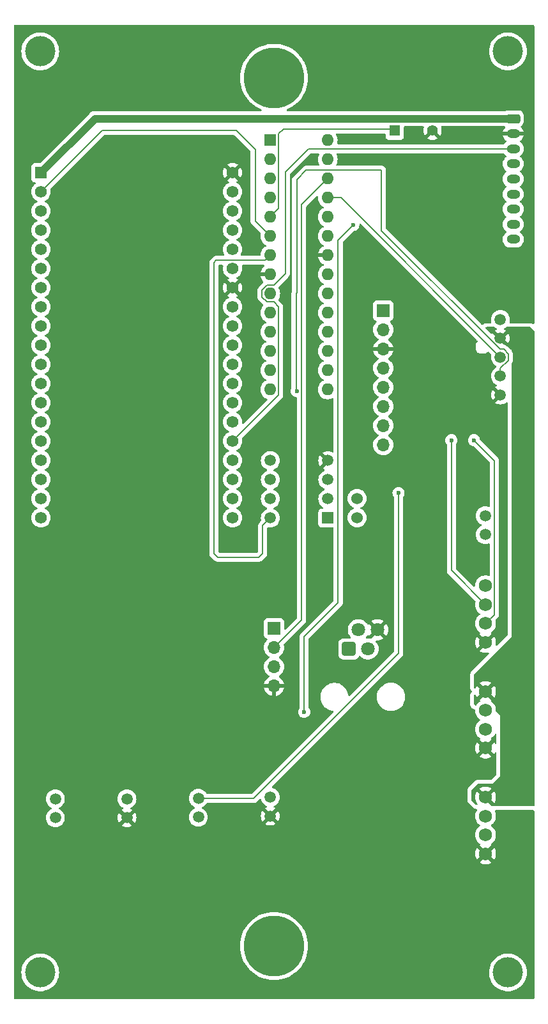
<source format=gbr>
%TF.GenerationSoftware,KiCad,Pcbnew,8.0.6*%
%TF.CreationDate,2025-02-14T11:57:35-07:00*%
%TF.ProjectId,Capstone_DataLogger,43617073-746f-46e6-955f-446174614c6f,rev?*%
%TF.SameCoordinates,Original*%
%TF.FileFunction,Copper,L2,Bot*%
%TF.FilePolarity,Positive*%
%FSLAX46Y46*%
G04 Gerber Fmt 4.6, Leading zero omitted, Abs format (unit mm)*
G04 Created by KiCad (PCBNEW 8.0.6) date 2025-02-14 11:57:35*
%MOMM*%
%LPD*%
G01*
G04 APERTURE LIST*
G04 Aperture macros list*
%AMRoundRect*
0 Rectangle with rounded corners*
0 $1 Rounding radius*
0 $2 $3 $4 $5 $6 $7 $8 $9 X,Y pos of 4 corners*
0 Add a 4 corners polygon primitive as box body*
4,1,4,$2,$3,$4,$5,$6,$7,$8,$9,$2,$3,0*
0 Add four circle primitives for the rounded corners*
1,1,$1+$1,$2,$3*
1,1,$1+$1,$4,$5*
1,1,$1+$1,$6,$7*
1,1,$1+$1,$8,$9*
0 Add four rect primitives between the rounded corners*
20,1,$1+$1,$2,$3,$4,$5,0*
20,1,$1+$1,$4,$5,$6,$7,0*
20,1,$1+$1,$6,$7,$8,$9,0*
20,1,$1+$1,$8,$9,$2,$3,0*%
G04 Aperture macros list end*
%TA.AperFunction,ComponentPad*%
%ADD10R,1.422400X1.422400*%
%TD*%
%TA.AperFunction,ComponentPad*%
%ADD11C,1.422400*%
%TD*%
%TA.AperFunction,ComponentPad*%
%ADD12C,1.752600*%
%TD*%
%TA.AperFunction,ComponentPad*%
%ADD13R,1.700000X1.700000*%
%TD*%
%TA.AperFunction,ComponentPad*%
%ADD14O,1.700000X1.700000*%
%TD*%
%TA.AperFunction,ComponentPad*%
%ADD15C,1.498600*%
%TD*%
%TA.AperFunction,ComponentPad*%
%ADD16R,1.600000X1.600000*%
%TD*%
%TA.AperFunction,ComponentPad*%
%ADD17O,1.600000X1.600000*%
%TD*%
%TA.AperFunction,ComponentPad*%
%ADD18C,1.524000*%
%TD*%
%TA.AperFunction,ComponentPad*%
%ADD19R,1.560000X1.560000*%
%TD*%
%TA.AperFunction,ComponentPad*%
%ADD20C,1.560000*%
%TD*%
%TA.AperFunction,ComponentPad*%
%ADD21RoundRect,0.250000X-0.650000X0.350000X-0.650000X-0.350000X0.650000X-0.350000X0.650000X0.350000X0*%
%TD*%
%TA.AperFunction,ComponentPad*%
%ADD22O,1.800000X1.200000*%
%TD*%
%TA.AperFunction,ComponentPad*%
%ADD23R,1.498600X1.498600*%
%TD*%
%TA.AperFunction,ComponentPad*%
%ADD24RoundRect,0.250000X-0.650000X-0.650000X0.650000X-0.650000X0.650000X0.650000X-0.650000X0.650000X0*%
%TD*%
%TA.AperFunction,ComponentPad*%
%ADD25C,1.800000*%
%TD*%
%TA.AperFunction,ViaPad*%
%ADD26C,4.000000*%
%TD*%
%TA.AperFunction,ViaPad*%
%ADD27C,8.000000*%
%TD*%
%TA.AperFunction,ViaPad*%
%ADD28C,0.600000*%
%TD*%
%TA.AperFunction,Conductor*%
%ADD29C,0.200000*%
%TD*%
%TA.AperFunction,Conductor*%
%ADD30C,1.000000*%
%TD*%
G04 APERTURE END LIST*
D10*
%TO.P,XTAL1,1,1*%
%TO.N,/MCU/BUZZER*%
X153500000Y-43500000D03*
D11*
%TO.P,XTAL1,2,2*%
%TO.N,GND*%
X158500000Y-43500000D03*
%TD*%
D12*
%TO.P,J7,1,1*%
%TO.N,+5V*%
X165529801Y-117783400D03*
%TO.P,J7,2,2*%
%TO.N,/MCU/SDA*%
X165529801Y-120283400D03*
%TO.P,J7,3,3*%
%TO.N,/MCU/SCL*%
X165529801Y-122783400D03*
%TO.P,J7,4,4*%
%TO.N,GND*%
X165529801Y-125283400D03*
%TD*%
D13*
%TO.P,J6,1,Pin_1*%
%TO.N,unconnected-(J6-Pin_1-Pad1)*%
X151979386Y-67340000D03*
D14*
%TO.P,J6,2,Pin_2*%
%TO.N,+5V*%
X151979386Y-69880000D03*
%TO.P,J6,3,Pin_3*%
%TO.N,GND*%
X151979386Y-72420000D03*
%TO.P,J6,4,Pin_4*%
%TO.N,/MCU/MISO*%
X151979386Y-74960000D03*
%TO.P,J6,5,Pin_5*%
%TO.N,/MCU/SCK*%
X151979386Y-77500000D03*
%TO.P,J6,6,Pin_6*%
%TO.N,/MCU/~{RESET}*%
X151979386Y-80040000D03*
%TO.P,J6,7,Pin_7*%
%TO.N,/MCU/MOSI*%
X151979386Y-82580000D03*
%TO.P,J6,8,Pin_8*%
%TO.N,unconnected-(J6-Pin_8-Pad8)*%
X151979386Y-85120000D03*
%TD*%
D15*
%TO.P,J3,1,1*%
%TO.N,+3.3V*%
X167500000Y-68500000D03*
%TO.P,J3,2,2*%
%TO.N,+5V*%
X167500000Y-71000000D03*
%TO.P,J3,3,3*%
%TO.N,/MCU/VBAT*%
X167500000Y-73500000D03*
%TO.P,J3,4,4*%
%TO.N,/MCU/PWM_HEATER*%
X167500000Y-76000000D03*
%TO.P,J3,5,5*%
%TO.N,GND*%
X167500000Y-78500000D03*
%TD*%
D16*
%TO.P,U3,1,~{RESET}/PC6*%
%TO.N,/MCU/~{RESET}*%
X137000000Y-44760000D03*
D17*
%TO.P,U3,2,PD0*%
%TO.N,/MCU/ESP_RX*%
X137000000Y-47300000D03*
%TO.P,U3,3,PD1*%
%TO.N,/MCU/ESP_TX*%
X137000000Y-49840000D03*
%TO.P,U3,4,PD2*%
%TO.N,unconnected-(U3-PD2-Pad4)*%
X137000000Y-52380000D03*
%TO.P,U3,5,PD3*%
%TO.N,/MCU/BUZZER*%
X137000000Y-54920000D03*
%TO.P,U3,6,PD4*%
%TO.N,/MCU/ESP_EN*%
X137000000Y-57460000D03*
%TO.P,U3,7,VCC*%
%TO.N,+5V*%
X137000000Y-60000000D03*
%TO.P,U3,8,GND*%
%TO.N,GND*%
X137000000Y-62540000D03*
%TO.P,U3,9,XTAL1/PB6*%
%TO.N,unconnected-(U3-XTAL1{slash}PB6-Pad9)*%
X137000000Y-65080000D03*
%TO.P,U3,10,XTAL2/PB7*%
%TO.N,unconnected-(U3-XTAL2{slash}PB7-Pad10)*%
X137000000Y-67620000D03*
%TO.P,U3,11,PD5*%
%TO.N,unconnected-(U3-PD5-Pad11)*%
X137000000Y-70160000D03*
%TO.P,U3,12,PD6*%
%TO.N,unconnected-(U3-PD6-Pad12)*%
X137000000Y-72700000D03*
%TO.P,U3,13,PD7*%
%TO.N,unconnected-(U3-PD7-Pad13)*%
X137000000Y-75240000D03*
%TO.P,U3,14,PB0*%
%TO.N,unconnected-(U3-PB0-Pad14)*%
X137000000Y-77780000D03*
%TO.P,U3,15,PB1*%
%TO.N,/MCU/PWM_HEATER*%
X144620000Y-77780000D03*
%TO.P,U3,16,PB2*%
%TO.N,unconnected-(U3-PB2-Pad16)*%
X144620000Y-75240000D03*
%TO.P,U3,17,PB3*%
%TO.N,/MCU/MOSI*%
X144620000Y-72700000D03*
%TO.P,U3,18,PB4*%
%TO.N,/MCU/MISO*%
X144620000Y-70160000D03*
%TO.P,U3,19,PB5*%
%TO.N,/MCU/SCK*%
X144620000Y-67620000D03*
%TO.P,U3,20,AVCC*%
%TO.N,+5V*%
X144620000Y-65080000D03*
%TO.P,U3,21,AREF*%
%TO.N,unconnected-(U3-AREF-Pad21)*%
X144620000Y-62540000D03*
%TO.P,U3,22,GND*%
%TO.N,GND*%
X144620000Y-60000000D03*
%TO.P,U3,23,PC0*%
%TO.N,/MCU/THERM*%
X144620000Y-57460000D03*
%TO.P,U3,24,PC1*%
%TO.N,/MCU/WIFI_STAT*%
X144620000Y-54920000D03*
%TO.P,U3,25,PC2*%
%TO.N,/MCU/VBAT*%
X144620000Y-52380000D03*
%TO.P,U3,26,PC3*%
%TO.N,/MCU/VIBE_SENSE*%
X144620000Y-49840000D03*
%TO.P,U3,27,PC4*%
%TO.N,/MCU/SDA*%
X144620000Y-47300000D03*
%TO.P,U3,28,PC5*%
%TO.N,/MCU/SCL*%
X144620000Y-44760000D03*
%TD*%
D13*
%TO.P,J11,1,Pin_1*%
%TO.N,+5V*%
X137500000Y-109420000D03*
D14*
%TO.P,J11,2,Pin_2*%
%TO.N,/MCU/VIBE_SENSE*%
X137500000Y-111960000D03*
%TO.P,J11,3,Pin_3*%
%TO.N,unconnected-(J11-Pin_3-Pad3)*%
X137500000Y-114500000D03*
%TO.P,J11,4,Pin_4*%
%TO.N,GND*%
X137500000Y-117040000D03*
%TD*%
D18*
%TO.P,Y2,1,1*%
%TO.N,Net-(U4-X1)*%
X148500000Y-94770000D03*
%TO.P,Y2,2,2*%
%TO.N,Net-(U4-X2)*%
X148500000Y-92230000D03*
%TD*%
D19*
%TO.P,U2,J2-1,3V3*%
%TO.N,+3.3V*%
X106600000Y-49060000D03*
D20*
%TO.P,U2,J2-2,EN*%
%TO.N,/MCU/ESP_EN*%
X106600000Y-51600000D03*
%TO.P,U2,J2-3,SENSOR_VP*%
%TO.N,unconnected-(U2-SENSOR_VP-PadJ2-3)*%
X106600000Y-54140000D03*
%TO.P,U2,J2-4,SENSOR_VN*%
%TO.N,unconnected-(U2-SENSOR_VN-PadJ2-4)*%
X106600000Y-56680000D03*
%TO.P,U2,J2-5,IO34*%
%TO.N,unconnected-(U2-IO34-PadJ2-5)*%
X106600000Y-59220000D03*
%TO.P,U2,J2-6,IO35*%
%TO.N,unconnected-(U2-IO35-PadJ2-6)*%
X106600000Y-61760000D03*
%TO.P,U2,J2-7,IO32*%
%TO.N,unconnected-(U2-IO32-PadJ2-7)*%
X106600000Y-64300000D03*
%TO.P,U2,J2-8,IO33*%
%TO.N,unconnected-(U2-IO33-PadJ2-8)*%
X106600000Y-66840000D03*
%TO.P,U2,J2-9,IO25*%
%TO.N,unconnected-(U2-IO25-PadJ2-9)*%
X106600000Y-69380000D03*
%TO.P,U2,J2-10,IO26*%
%TO.N,unconnected-(U2-IO26-PadJ2-10)*%
X106600000Y-71920000D03*
%TO.P,U2,J2-11,IO27*%
%TO.N,unconnected-(U2-IO27-PadJ2-11)*%
X106600000Y-74460000D03*
%TO.P,U2,J2-12,IO14*%
%TO.N,/MCU/CLK*%
X106600000Y-77000000D03*
%TO.P,U2,J2-13,IO12*%
%TO.N,/MCU/D2*%
X106600000Y-79540000D03*
%TO.P,U2,J2-14,GND1*%
%TO.N,unconnected-(U2-GND1-PadJ2-14)*%
X106600000Y-82080000D03*
%TO.P,U2,J2-15,IO13*%
%TO.N,/MCU/D3*%
X106600000Y-84620000D03*
%TO.P,U2,J2-16,SD2*%
%TO.N,unconnected-(U2-SD2-PadJ2-16)*%
X106600000Y-87160000D03*
%TO.P,U2,J2-17,SD3*%
%TO.N,unconnected-(U2-SD3-PadJ2-17)*%
X106600000Y-89700000D03*
%TO.P,U2,J2-18,CMD*%
%TO.N,unconnected-(U2-CMD-PadJ2-18)*%
X106600000Y-92240000D03*
%TO.P,U2,J2-19,EXT_5V*%
%TO.N,unconnected-(U2-EXT_5V-PadJ2-19)*%
X106600000Y-94780000D03*
%TO.P,U2,J3-1,GND3*%
%TO.N,GND*%
X132000000Y-49060000D03*
%TO.P,U2,J3-2,IO23*%
%TO.N,unconnected-(U2-IO23-PadJ3-2)*%
X132000000Y-51600000D03*
%TO.P,U2,J3-3,IO22*%
%TO.N,unconnected-(U2-IO22-PadJ3-3)*%
X132000000Y-54140000D03*
%TO.P,U2,J3-4,TXD0*%
%TO.N,unconnected-(U2-TXD0-PadJ3-4)*%
X132000000Y-56680000D03*
%TO.P,U2,J3-5,RXD0*%
%TO.N,unconnected-(U2-RXD0-PadJ3-5)*%
X132000000Y-59220000D03*
%TO.P,U2,J3-6,IO21*%
%TO.N,unconnected-(U2-IO21-PadJ3-6)*%
X132000000Y-61760000D03*
%TO.P,U2,J3-7,GND2*%
%TO.N,GND*%
X132000000Y-64300000D03*
%TO.P,U2,J3-8,IO19*%
%TO.N,unconnected-(U2-IO19-PadJ3-8)*%
X132000000Y-66840000D03*
%TO.P,U2,J3-9,IO18*%
%TO.N,unconnected-(U2-IO18-PadJ3-9)*%
X132000000Y-69380000D03*
%TO.P,U2,J3-10,IO5*%
%TO.N,unconnected-(U2-IO5-PadJ3-10)*%
X132000000Y-71920000D03*
%TO.P,U2,J3-11,IO17*%
%TO.N,/MCU/ESP_TX*%
X132000000Y-74460000D03*
%TO.P,U2,J3-12,IO16*%
%TO.N,/MCU/ESP_RX*%
X132000000Y-77000000D03*
%TO.P,U2,J3-13,IO4*%
%TO.N,/MCU/D1*%
X132000000Y-79540000D03*
%TO.P,U2,J3-14,IO0*%
%TO.N,unconnected-(U2-IO0-PadJ3-14)*%
X132000000Y-82080000D03*
%TO.P,U2,J3-15,IO2*%
%TO.N,/MCU/D0*%
X132000000Y-84620000D03*
%TO.P,U2,J3-16,IO15*%
%TO.N,/MCU/CMD*%
X132000000Y-87160000D03*
%TO.P,U2,J3-17,SD1*%
%TO.N,unconnected-(U2-SD1-PadJ3-17)*%
X132000000Y-89700000D03*
%TO.P,U2,J3-18,SD0*%
%TO.N,unconnected-(U2-SD0-PadJ3-18)*%
X132000000Y-92240000D03*
%TO.P,U2,J3-19,CLK*%
%TO.N,unconnected-(U2-CLK-PadJ3-19)*%
X132000000Y-94780000D03*
%TD*%
D12*
%TO.P,J9,1,1*%
%TO.N,+5V*%
X165529801Y-131783400D03*
%TO.P,J9,2,2*%
%TO.N,/MCU/SDA*%
X165529801Y-134283400D03*
%TO.P,J9,3,3*%
%TO.N,/MCU/SCL*%
X165529801Y-136783400D03*
%TO.P,J9,4,4*%
%TO.N,GND*%
X165529801Y-139283400D03*
%TD*%
D21*
%TO.P,U1,1,VCC*%
%TO.N,+3.3V*%
X169200000Y-41900000D03*
D22*
%TO.P,U1,2,GND*%
%TO.N,GND*%
X169200000Y-43900000D03*
%TO.P,U1,3,D0*%
%TO.N,/MCU/D0*%
X169200000Y-45900000D03*
%TO.P,U1,4,CMD*%
%TO.N,/MCU/CMD*%
X169200000Y-47900000D03*
%TO.P,U1,5,CLK*%
%TO.N,/MCU/CLK*%
X169200000Y-49900000D03*
%TO.P,U1,6,D3*%
%TO.N,/MCU/D3*%
X169200000Y-51900000D03*
%TO.P,U1,7,D2*%
%TO.N,/MCU/D2*%
X169200000Y-53900000D03*
%TO.P,U1,8,D1*%
%TO.N,/MCU/D1*%
X169200000Y-55900000D03*
%TO.P,U1,9,CD*%
%TO.N,/MCU/CD*%
X169200000Y-57900000D03*
%TD*%
D23*
%TO.P,U4,1,X1*%
%TO.N,Net-(U4-X1)*%
X144620000Y-94810000D03*
D15*
%TO.P,U4,2,X2*%
%TO.N,Net-(U4-X2)*%
X144620000Y-92270000D03*
%TO.P,U4,3,NC*%
%TO.N,unconnected-(U4-NC-Pad3)*%
X144620000Y-89730000D03*
%TO.P,U4,4,VSS*%
%TO.N,GND*%
X144620000Y-87190000D03*
%TO.P,U4,5,SDA*%
%TO.N,/MCU/SDA*%
X137000000Y-87190000D03*
%TO.P,U4,6,SCL*%
%TO.N,/MCU/SCL*%
X137000000Y-89730000D03*
%TO.P,U4,7,MFP*%
%TO.N,unconnected-(U4-MFP-Pad7)*%
X137000000Y-92270000D03*
%TO.P,U4,8,VCC*%
%TO.N,+5V*%
X137000000Y-94810000D03*
%TD*%
D24*
%TO.P,J10,1*%
%TO.N,+5V*%
X147410000Y-112150000D03*
D25*
%TO.P,J10,2*%
%TO.N,/MCU/SDA*%
X148680000Y-109610000D03*
%TO.P,J10,3*%
%TO.N,/MCU/SCL*%
X149950000Y-112150000D03*
%TO.P,J10,4*%
%TO.N,GND*%
X151220000Y-109610000D03*
%TD*%
D15*
%TO.P,J5,1,1*%
%TO.N,Net-(J4-Pad2)*%
X117992601Y-132000000D03*
%TO.P,J5,2,2*%
%TO.N,GND*%
X117992601Y-134500000D03*
%TD*%
D12*
%TO.P,J8,1,1*%
%TO.N,+5V*%
X165529801Y-103783400D03*
%TO.P,J8,2,2*%
%TO.N,/MCU/SDA*%
X165529801Y-106283400D03*
%TO.P,J8,3,3*%
%TO.N,/MCU/SCL*%
X165529801Y-108783400D03*
%TO.P,J8,4,4*%
%TO.N,GND*%
X165529801Y-111283400D03*
%TD*%
D15*
%TO.P,J12,1,1*%
%TO.N,+5V*%
X165500000Y-94500000D03*
%TO.P,J12,2,2*%
%TO.N,/MCU/THERM*%
X165500000Y-97000000D03*
%TD*%
%TO.P,J1,1,1*%
%TO.N,Net-(J1-Pad1)*%
X127462800Y-131934700D03*
%TO.P,J1,2,2*%
%TO.N,Net-(J1-Pad2)*%
X127462800Y-134434700D03*
%TD*%
%TO.P,J4,1,1*%
%TO.N,Net-(J4-Pad1)*%
X108500000Y-132000000D03*
%TO.P,J4,2,2*%
%TO.N,Net-(J4-Pad2)*%
X108500000Y-134500000D03*
%TD*%
%TO.P,J2,1,1*%
%TO.N,Net-(J1-Pad2)*%
X137000000Y-131783400D03*
%TO.P,J2,2,2*%
%TO.N,GND*%
X137000000Y-134283400D03*
%TD*%
D26*
%TO.N,*%
X106500000Y-33000000D03*
X168500000Y-155000000D03*
X168500000Y-33000000D03*
D27*
X137500000Y-36500000D03*
D26*
X106500000Y-155000000D03*
D27*
X137500000Y-151500000D03*
D28*
%TO.N,GND*%
X156000000Y-51000000D03*
X153500000Y-61500000D03*
%TO.N,/MCU/PWM_HEATER*%
X140499988Y-78000000D03*
%TO.N,/MCU/SCL*%
X164000000Y-84500000D03*
%TO.N,/MCU/SDA*%
X161000000Y-84500000D03*
%TO.N,Net-(J1-Pad1)*%
X154000000Y-91500000D03*
%TO.N,Net-(J4-Pad1)*%
X148000000Y-55999986D03*
X141500000Y-120500000D03*
%TD*%
D29*
%TO.N,GND*%
X133760000Y-62540000D02*
X132000000Y-64300000D01*
X137000000Y-62540000D02*
X133760000Y-62540000D01*
%TO.N,+5V*%
X136320000Y-60680000D02*
X129820000Y-60680000D01*
X129820000Y-60680000D02*
X129500000Y-61000000D01*
X136000000Y-95810000D02*
X137000000Y-94810000D01*
X137000000Y-60000000D02*
X136320000Y-60680000D01*
X129500000Y-61000000D02*
X129500000Y-99500000D01*
X136000000Y-99500000D02*
X136000000Y-95810000D01*
X135500000Y-100000000D02*
X136000000Y-99500000D01*
X129500000Y-99500000D02*
X130000000Y-100000000D01*
X130000000Y-100000000D02*
X135500000Y-100000000D01*
D30*
%TO.N,+3.3V*%
X113760000Y-41900000D02*
X106600000Y-49060000D01*
X169200000Y-41900000D02*
X113760000Y-41900000D01*
D29*
%TO.N,/MCU/PWM_HEATER*%
X140420000Y-65080000D02*
X140420000Y-77920012D01*
X168549300Y-73065365D02*
X167934635Y-72450700D01*
X140500000Y-50000000D02*
X140500000Y-65000000D01*
X167500000Y-74983935D02*
X168549300Y-73934635D01*
X167934635Y-72450700D02*
X167466765Y-72450700D01*
X167466765Y-72450700D02*
X151740000Y-56723935D01*
X168549300Y-73934635D02*
X168549300Y-73065365D01*
X140500000Y-65000000D02*
X140420000Y-65080000D01*
X140420000Y-77920012D02*
X140499988Y-78000000D01*
X141760000Y-48740000D02*
X140500000Y-50000000D01*
X167500000Y-76000000D02*
X167500000Y-74983935D01*
X151740000Y-56723935D02*
X151740000Y-48740000D01*
X151740000Y-48740000D02*
X141760000Y-48740000D01*
%TO.N,/MCU/SCL*%
X166706101Y-87206101D02*
X164000000Y-84500000D01*
X165529801Y-108783400D02*
X166706101Y-107607100D01*
X166706101Y-107607100D02*
X166706101Y-87206101D01*
%TO.N,/MCU/SDA*%
X165529801Y-106283400D02*
X161000000Y-101753599D01*
X161000000Y-101753599D02*
X161000000Y-84500000D01*
%TO.N,/MCU/ESP_EN*%
X132500000Y-43500000D02*
X114700000Y-43500000D01*
X137000000Y-57460000D02*
X135000000Y-55460000D01*
X135000000Y-55460000D02*
X135000000Y-46000000D01*
X114700000Y-43500000D02*
X106600000Y-51600000D01*
X135000000Y-46000000D02*
X132500000Y-43500000D01*
%TO.N,/MCU/VBAT*%
X146380000Y-52380000D02*
X144620000Y-52380000D01*
X167500000Y-73500000D02*
X146380000Y-52380000D01*
%TO.N,/MCU/BUZZER*%
X138740000Y-43260000D02*
X138100000Y-43900000D01*
X153500000Y-43500000D02*
X153260000Y-43260000D01*
X138100000Y-43900000D02*
X138100000Y-53820000D01*
X138100000Y-53820000D02*
X137000000Y-54920000D01*
X153260000Y-43260000D02*
X138740000Y-43260000D01*
%TO.N,/MCU/VIBE_SENSE*%
X144620000Y-49840000D02*
X141150000Y-53310000D01*
X141150000Y-108310000D02*
X137500000Y-111960000D01*
X141150000Y-53310000D02*
X141150000Y-108310000D01*
%TO.N,/MCU/D0*%
X142100000Y-45900000D02*
X139000000Y-49000000D01*
X169200000Y-45900000D02*
X142100000Y-45900000D01*
X137455635Y-66180000D02*
X138100000Y-66824365D01*
X135900000Y-65535635D02*
X136544365Y-66180000D01*
X138100000Y-66824365D02*
X138100000Y-78520000D01*
X139000000Y-49000000D02*
X139000000Y-62435635D01*
X137455635Y-63980000D02*
X136544365Y-63980000D01*
X136544365Y-66180000D02*
X137455635Y-66180000D01*
X135900000Y-64624365D02*
X135900000Y-65535635D01*
X136544365Y-63980000D02*
X135900000Y-64624365D01*
X138100000Y-78520000D02*
X132000000Y-84620000D01*
X139000000Y-62435635D02*
X137455635Y-63980000D01*
%TO.N,Net-(J1-Pad1)*%
X154000000Y-91500000D02*
X154000000Y-112757716D01*
X134823016Y-131934700D02*
X127462800Y-131934700D01*
X154000000Y-112757716D02*
X134823016Y-131934700D01*
%TO.N,Net-(J4-Pad1)*%
X141500000Y-110500000D02*
X141500000Y-120500000D01*
X146000000Y-106000000D02*
X141500000Y-110500000D01*
X148000000Y-55999986D02*
X146000000Y-57999986D01*
X146000000Y-57999986D02*
X146000000Y-106000000D01*
%TD*%
%TA.AperFunction,Conductor*%
%TO.N,GND*%
G36*
X150800667Y-109783694D02*
G01*
X150859910Y-109886306D01*
X150943694Y-109970090D01*
X151046306Y-110029333D01*
X151131414Y-110052138D01*
X150424805Y-110758747D01*
X150363482Y-110792232D01*
X150300063Y-110788533D01*
X150299955Y-110788961D01*
X150297726Y-110788396D01*
X150296857Y-110788346D01*
X150294981Y-110787702D01*
X150191889Y-110770499D01*
X150066049Y-110749500D01*
X149833951Y-110749500D01*
X149833945Y-110749500D01*
X149828840Y-110749923D01*
X149828690Y-110748124D01*
X149767157Y-110740689D01*
X149713335Y-110696136D01*
X149692145Y-110629557D01*
X149710313Y-110562091D01*
X149724878Y-110542785D01*
X149788979Y-110473153D01*
X149846490Y-110385124D01*
X149899635Y-110339769D01*
X149968866Y-110330345D01*
X150032202Y-110359846D01*
X150054107Y-110385125D01*
X150068812Y-110407633D01*
X150777861Y-109698584D01*
X150800667Y-109783694D01*
G37*
%TD.AperFunction*%
%TA.AperFunction,Conductor*%
G36*
X171942539Y-29520185D02*
G01*
X171988294Y-29572989D01*
X171999500Y-29624500D01*
X171999500Y-69003950D01*
X171979815Y-69070989D01*
X171927011Y-69116744D01*
X171857853Y-69126688D01*
X171802976Y-69104529D01*
X171788978Y-69094435D01*
X171788975Y-69094434D01*
X171788976Y-69094434D01*
X171788974Y-69094433D01*
X171694106Y-69051107D01*
X171658100Y-69034663D01*
X171591055Y-69014976D01*
X171503459Y-69002382D01*
X171448638Y-68994500D01*
X171448636Y-68994500D01*
X168822987Y-68994500D01*
X168755948Y-68974815D01*
X168710193Y-68922011D01*
X168700249Y-68852853D01*
X168703212Y-68838407D01*
X168735514Y-68717854D01*
X168754574Y-68500000D01*
X168735514Y-68282146D01*
X168678914Y-68070910D01*
X168586493Y-67872713D01*
X168461059Y-67693575D01*
X168306425Y-67538941D01*
X168127287Y-67413507D01*
X168127288Y-67413507D01*
X168127286Y-67413506D01*
X168028188Y-67367296D01*
X167929090Y-67321086D01*
X167929086Y-67321085D01*
X167929082Y-67321083D01*
X167717859Y-67264487D01*
X167717849Y-67264485D01*
X167500001Y-67245426D01*
X167499999Y-67245426D01*
X167282150Y-67264485D01*
X167282140Y-67264487D01*
X167070917Y-67321083D01*
X167070908Y-67321087D01*
X166872713Y-67413506D01*
X166773901Y-67482696D01*
X166693575Y-67538941D01*
X166693573Y-67538942D01*
X166693570Y-67538945D01*
X166538945Y-67693570D01*
X166413506Y-67872713D01*
X166321087Y-68070908D01*
X166321083Y-68070917D01*
X166264487Y-68282140D01*
X166264485Y-68282150D01*
X166245426Y-68499999D01*
X166245426Y-68500000D01*
X166264485Y-68717849D01*
X166264487Y-68717859D01*
X166274616Y-68755659D01*
X166293289Y-68825351D01*
X166296788Y-68838407D01*
X166295125Y-68908256D01*
X166255962Y-68966119D01*
X166191734Y-68993623D01*
X166177013Y-68994500D01*
X165664643Y-68994500D01*
X165646660Y-68994820D01*
X165639015Y-68995093D01*
X165637770Y-68995138D01*
X165637766Y-68995138D01*
X165637744Y-68995139D01*
X165619758Y-68996103D01*
X165619743Y-68996105D01*
X165479167Y-69026686D01*
X165479162Y-69026687D01*
X165479161Y-69026688D01*
X165471807Y-69029431D01*
X165413695Y-69051105D01*
X165413691Y-69051107D01*
X165287423Y-69120055D01*
X165224066Y-69183409D01*
X165162742Y-69216892D01*
X165093050Y-69211906D01*
X165048706Y-69183406D01*
X152376819Y-56511519D01*
X152343334Y-56450196D01*
X152340500Y-56423838D01*
X152340500Y-48660945D01*
X152340500Y-48660943D01*
X152299577Y-48508216D01*
X152281432Y-48476788D01*
X152220524Y-48371290D01*
X152220518Y-48371282D01*
X152108717Y-48259481D01*
X152108709Y-48259475D01*
X151971790Y-48180426D01*
X151971786Y-48180424D01*
X151971784Y-48180423D01*
X151819057Y-48139500D01*
X151819056Y-48139500D01*
X145857512Y-48139500D01*
X145790473Y-48119815D01*
X145744718Y-48067011D01*
X145734774Y-47997853D01*
X145748636Y-47957806D01*
X145748280Y-47957640D01*
X145749887Y-47954193D01*
X145750130Y-47953492D01*
X145750559Y-47952746D01*
X145750568Y-47952734D01*
X145846739Y-47746496D01*
X145905635Y-47526692D01*
X145925468Y-47300000D01*
X145905635Y-47073308D01*
X145846739Y-46853504D01*
X145764389Y-46676905D01*
X145753897Y-46607827D01*
X145782417Y-46544043D01*
X145840893Y-46505804D01*
X145876771Y-46500500D01*
X167912815Y-46500500D01*
X167979854Y-46520185D01*
X168013131Y-46551612D01*
X168060586Y-46616928D01*
X168183072Y-46739414D01*
X168183078Y-46739418D01*
X168266023Y-46799683D01*
X168308689Y-46855013D01*
X168314667Y-46924626D01*
X168282061Y-46986421D01*
X168266023Y-47000317D01*
X168183078Y-47060581D01*
X168183069Y-47060588D01*
X168060588Y-47183069D01*
X168060588Y-47183070D01*
X168060586Y-47183072D01*
X168016859Y-47243256D01*
X167958768Y-47323211D01*
X167880128Y-47477552D01*
X167826597Y-47642302D01*
X167803852Y-47785909D01*
X167799500Y-47813389D01*
X167799500Y-47986611D01*
X167826598Y-48157701D01*
X167880127Y-48322445D01*
X167958768Y-48476788D01*
X168060586Y-48616928D01*
X168183072Y-48739414D01*
X168183078Y-48739418D01*
X168266023Y-48799683D01*
X168308689Y-48855013D01*
X168314667Y-48924626D01*
X168282061Y-48986421D01*
X168266023Y-49000317D01*
X168183078Y-49060581D01*
X168183069Y-49060588D01*
X168060588Y-49183069D01*
X168060588Y-49183070D01*
X168060586Y-49183072D01*
X168024269Y-49233058D01*
X167958768Y-49323211D01*
X167880128Y-49477552D01*
X167826597Y-49642302D01*
X167799500Y-49813389D01*
X167799500Y-49986610D01*
X167821365Y-50124665D01*
X167826598Y-50157701D01*
X167880127Y-50322445D01*
X167958768Y-50476788D01*
X168060586Y-50616928D01*
X168183072Y-50739414D01*
X168183078Y-50739418D01*
X168266023Y-50799683D01*
X168308689Y-50855013D01*
X168314667Y-50924626D01*
X168282061Y-50986421D01*
X168266023Y-51000317D01*
X168183078Y-51060581D01*
X168183069Y-51060588D01*
X168060588Y-51183069D01*
X168060588Y-51183070D01*
X168060586Y-51183072D01*
X168032026Y-51222382D01*
X167958768Y-51323211D01*
X167880128Y-51477552D01*
X167826597Y-51642302D01*
X167802085Y-51797069D01*
X167799500Y-51813389D01*
X167799500Y-51986611D01*
X167826598Y-52157701D01*
X167880127Y-52322445D01*
X167958768Y-52476788D01*
X168060586Y-52616928D01*
X168183072Y-52739414D01*
X168183078Y-52739418D01*
X168266023Y-52799683D01*
X168308689Y-52855013D01*
X168314667Y-52924626D01*
X168282061Y-52986421D01*
X168266023Y-53000317D01*
X168183078Y-53060581D01*
X168183069Y-53060588D01*
X168060588Y-53183069D01*
X168060588Y-53183070D01*
X168060586Y-53183072D01*
X168034382Y-53219139D01*
X167958768Y-53323211D01*
X167880128Y-53477552D01*
X167826597Y-53642302D01*
X167799500Y-53813389D01*
X167799500Y-53986610D01*
X167823794Y-54140001D01*
X167826598Y-54157701D01*
X167880127Y-54322445D01*
X167958768Y-54476788D01*
X168060586Y-54616928D01*
X168183072Y-54739414D01*
X168183078Y-54739418D01*
X168266023Y-54799683D01*
X168308689Y-54855013D01*
X168314667Y-54924626D01*
X168282061Y-54986421D01*
X168266023Y-55000317D01*
X168183078Y-55060581D01*
X168183069Y-55060588D01*
X168060588Y-55183069D01*
X168060588Y-55183070D01*
X168060586Y-55183072D01*
X168016859Y-55243256D01*
X167958768Y-55323211D01*
X167880128Y-55477552D01*
X167880127Y-55477554D01*
X167880127Y-55477555D01*
X167865562Y-55522382D01*
X167826597Y-55642302D01*
X167818760Y-55691784D01*
X167799500Y-55813389D01*
X167799500Y-55986611D01*
X167801619Y-55999989D01*
X167824861Y-56146739D01*
X167826598Y-56157701D01*
X167853460Y-56240374D01*
X167880128Y-56322447D01*
X167883687Y-56329432D01*
X167958768Y-56476788D01*
X168060586Y-56616928D01*
X168183072Y-56739414D01*
X168183078Y-56739418D01*
X168266023Y-56799683D01*
X168308689Y-56855013D01*
X168314667Y-56924626D01*
X168282061Y-56986421D01*
X168266023Y-57000317D01*
X168183078Y-57060581D01*
X168183069Y-57060588D01*
X168060588Y-57183069D01*
X168060588Y-57183070D01*
X168060586Y-57183072D01*
X168024092Y-57233302D01*
X167958768Y-57323211D01*
X167880128Y-57477552D01*
X167826597Y-57642302D01*
X167819566Y-57686697D01*
X167799500Y-57813389D01*
X167799500Y-57986611D01*
X167804188Y-58016210D01*
X167819475Y-58112732D01*
X167826598Y-58157701D01*
X167880127Y-58322445D01*
X167958768Y-58476788D01*
X168060586Y-58616928D01*
X168183072Y-58739414D01*
X168323212Y-58841232D01*
X168477555Y-58919873D01*
X168642299Y-58973402D01*
X168813389Y-59000500D01*
X168813390Y-59000500D01*
X169586610Y-59000500D01*
X169586611Y-59000500D01*
X169757701Y-58973402D01*
X169922445Y-58919873D01*
X170076788Y-58841232D01*
X170216928Y-58739414D01*
X170339414Y-58616928D01*
X170441232Y-58476788D01*
X170519873Y-58322445D01*
X170573402Y-58157701D01*
X170600500Y-57986611D01*
X170600500Y-57813389D01*
X170573402Y-57642299D01*
X170519873Y-57477555D01*
X170441232Y-57323212D01*
X170339414Y-57183072D01*
X170216928Y-57060586D01*
X170133975Y-57000317D01*
X170091311Y-56944988D01*
X170085332Y-56875374D01*
X170117938Y-56813579D01*
X170133976Y-56799682D01*
X170137391Y-56797201D01*
X170216928Y-56739414D01*
X170339414Y-56616928D01*
X170441232Y-56476788D01*
X170519873Y-56322445D01*
X170573402Y-56157701D01*
X170600500Y-55986611D01*
X170600500Y-55813389D01*
X170573402Y-55642299D01*
X170519873Y-55477555D01*
X170441232Y-55323212D01*
X170339414Y-55183072D01*
X170216928Y-55060586D01*
X170133975Y-55000317D01*
X170091311Y-54944988D01*
X170085332Y-54875374D01*
X170117938Y-54813579D01*
X170133976Y-54799682D01*
X170216928Y-54739414D01*
X170339414Y-54616928D01*
X170441232Y-54476788D01*
X170519873Y-54322445D01*
X170573402Y-54157701D01*
X170600500Y-53986611D01*
X170600500Y-53813389D01*
X170573402Y-53642299D01*
X170519873Y-53477555D01*
X170441232Y-53323212D01*
X170339414Y-53183072D01*
X170216928Y-53060586D01*
X170133975Y-53000317D01*
X170091311Y-52944988D01*
X170085332Y-52875374D01*
X170117938Y-52813579D01*
X170133976Y-52799682D01*
X170216928Y-52739414D01*
X170339414Y-52616928D01*
X170441232Y-52476788D01*
X170519873Y-52322445D01*
X170573402Y-52157701D01*
X170600500Y-51986611D01*
X170600500Y-51813389D01*
X170573402Y-51642299D01*
X170519873Y-51477555D01*
X170441232Y-51323212D01*
X170339414Y-51183072D01*
X170216928Y-51060586D01*
X170133975Y-51000317D01*
X170091311Y-50944988D01*
X170085332Y-50875374D01*
X170117938Y-50813579D01*
X170133976Y-50799682D01*
X170216928Y-50739414D01*
X170339414Y-50616928D01*
X170441232Y-50476788D01*
X170519873Y-50322445D01*
X170573402Y-50157701D01*
X170600500Y-49986611D01*
X170600500Y-49813389D01*
X170573402Y-49642299D01*
X170519873Y-49477555D01*
X170441232Y-49323212D01*
X170339414Y-49183072D01*
X170216928Y-49060586D01*
X170133975Y-49000317D01*
X170091311Y-48944988D01*
X170085332Y-48875374D01*
X170117938Y-48813579D01*
X170133976Y-48799682D01*
X170216928Y-48739414D01*
X170339414Y-48616928D01*
X170441232Y-48476788D01*
X170519873Y-48322445D01*
X170573402Y-48157701D01*
X170600500Y-47986611D01*
X170600500Y-47813389D01*
X170573402Y-47642299D01*
X170519873Y-47477555D01*
X170441232Y-47323212D01*
X170339414Y-47183072D01*
X170216928Y-47060586D01*
X170133975Y-47000317D01*
X170091311Y-46944988D01*
X170085332Y-46875374D01*
X170117938Y-46813579D01*
X170133976Y-46799682D01*
X170216928Y-46739414D01*
X170339414Y-46616928D01*
X170441232Y-46476788D01*
X170519873Y-46322445D01*
X170573402Y-46157701D01*
X170600500Y-45986611D01*
X170600500Y-45813389D01*
X170573402Y-45642299D01*
X170519873Y-45477555D01*
X170441232Y-45323212D01*
X170339414Y-45183072D01*
X170216928Y-45060586D01*
X170133550Y-45000008D01*
X170090885Y-44944677D01*
X170084906Y-44875064D01*
X170117512Y-44813269D01*
X170133552Y-44799371D01*
X170216598Y-44739036D01*
X170339032Y-44616602D01*
X170440804Y-44476524D01*
X170519408Y-44322255D01*
X170572914Y-44157584D01*
X170574115Y-44150000D01*
X169515686Y-44150000D01*
X169520080Y-44145606D01*
X169572741Y-44054394D01*
X169600000Y-43952661D01*
X169600000Y-43847339D01*
X169572741Y-43745606D01*
X169520080Y-43654394D01*
X169515686Y-43650000D01*
X170574115Y-43650000D01*
X170574115Y-43649999D01*
X170572914Y-43642415D01*
X170519408Y-43477744D01*
X170440804Y-43323475D01*
X170339032Y-43183397D01*
X170231434Y-43075799D01*
X170197949Y-43014476D01*
X170202933Y-42944784D01*
X170244805Y-42888851D01*
X170253995Y-42882594D01*
X170318656Y-42842712D01*
X170442712Y-42718656D01*
X170534814Y-42569334D01*
X170589999Y-42402797D01*
X170600500Y-42300009D01*
X170600499Y-41499992D01*
X170589999Y-41397203D01*
X170534814Y-41230666D01*
X170442712Y-41081344D01*
X170318656Y-40957288D01*
X170169334Y-40865186D01*
X170002797Y-40810001D01*
X170002795Y-40810000D01*
X169900010Y-40799500D01*
X168499998Y-40799500D01*
X168499981Y-40799501D01*
X168397203Y-40810000D01*
X168397200Y-40810001D01*
X168230668Y-40865185D01*
X168230663Y-40865187D01*
X168214933Y-40874889D01*
X168204963Y-40881039D01*
X168139868Y-40899500D01*
X139265937Y-40899500D01*
X139198898Y-40879815D01*
X139153143Y-40827011D01*
X139143199Y-40757853D01*
X139172224Y-40694297D01*
X139215850Y-40662066D01*
X139303732Y-40623261D01*
X139508188Y-40532985D01*
X139871739Y-40330489D01*
X140215054Y-40095313D01*
X140535206Y-39829462D01*
X140829462Y-39535206D01*
X141095313Y-39215054D01*
X141330489Y-38871739D01*
X141532985Y-38508188D01*
X141701074Y-38127505D01*
X141833320Y-37732936D01*
X141928596Y-37327848D01*
X141986088Y-36915697D01*
X142005307Y-36500000D01*
X141986088Y-36084303D01*
X141928596Y-35672152D01*
X141833320Y-35267064D01*
X141701074Y-34872495D01*
X141631572Y-34715090D01*
X141532989Y-34491822D01*
X141532985Y-34491812D01*
X141330489Y-34128261D01*
X141095313Y-33784946D01*
X141095307Y-33784939D01*
X141095303Y-33784933D01*
X140829471Y-33464805D01*
X140829462Y-33464794D01*
X140535206Y-33170538D01*
X140535194Y-33170528D01*
X140329829Y-32999994D01*
X165994556Y-32999994D01*
X165994556Y-33000005D01*
X166014310Y-33314004D01*
X166014311Y-33314011D01*
X166073270Y-33623083D01*
X166170497Y-33922316D01*
X166170499Y-33922321D01*
X166304461Y-34207003D01*
X166304464Y-34207009D01*
X166473051Y-34472661D01*
X166473054Y-34472665D01*
X166673606Y-34715090D01*
X166673608Y-34715092D01*
X166902968Y-34930476D01*
X166902978Y-34930484D01*
X167157504Y-35115408D01*
X167157509Y-35115410D01*
X167157516Y-35115416D01*
X167433234Y-35266994D01*
X167433239Y-35266996D01*
X167433241Y-35266997D01*
X167433242Y-35266998D01*
X167725771Y-35382818D01*
X167725774Y-35382819D01*
X168030523Y-35461065D01*
X168030527Y-35461066D01*
X168096010Y-35469338D01*
X168342670Y-35500499D01*
X168342679Y-35500499D01*
X168342682Y-35500500D01*
X168342684Y-35500500D01*
X168657316Y-35500500D01*
X168657318Y-35500500D01*
X168657321Y-35500499D01*
X168657329Y-35500499D01*
X168843593Y-35476968D01*
X168969473Y-35461066D01*
X169274225Y-35382819D01*
X169274228Y-35382818D01*
X169566757Y-35266998D01*
X169566758Y-35266997D01*
X169566756Y-35266997D01*
X169566766Y-35266994D01*
X169842484Y-35115416D01*
X170097030Y-34930478D01*
X170326390Y-34715094D01*
X170526947Y-34472663D01*
X170695537Y-34207007D01*
X170829503Y-33922315D01*
X170926731Y-33623079D01*
X170985688Y-33314015D01*
X170985689Y-33314004D01*
X171005444Y-33000005D01*
X171005444Y-32999994D01*
X170985689Y-32685995D01*
X170985688Y-32685988D01*
X170985688Y-32685985D01*
X170926731Y-32376921D01*
X170829503Y-32077685D01*
X170826547Y-32071404D01*
X170695538Y-31792996D01*
X170695537Y-31792993D01*
X170526947Y-31527337D01*
X170526945Y-31527334D01*
X170326393Y-31284909D01*
X170326391Y-31284907D01*
X170097031Y-31069523D01*
X170097021Y-31069515D01*
X169842495Y-30884591D01*
X169842488Y-30884586D01*
X169842484Y-30884584D01*
X169566766Y-30733006D01*
X169566763Y-30733004D01*
X169566758Y-30733002D01*
X169566757Y-30733001D01*
X169274228Y-30617181D01*
X169274225Y-30617180D01*
X168969476Y-30538934D01*
X168969463Y-30538932D01*
X168657329Y-30499500D01*
X168657318Y-30499500D01*
X168342682Y-30499500D01*
X168342670Y-30499500D01*
X168030536Y-30538932D01*
X168030523Y-30538934D01*
X167725774Y-30617180D01*
X167725771Y-30617181D01*
X167433242Y-30733001D01*
X167433241Y-30733002D01*
X167157516Y-30884584D01*
X167157504Y-30884591D01*
X166902978Y-31069515D01*
X166902968Y-31069523D01*
X166673608Y-31284907D01*
X166673606Y-31284909D01*
X166473054Y-31527334D01*
X166473051Y-31527338D01*
X166304464Y-31792990D01*
X166304461Y-31792996D01*
X166170499Y-32077678D01*
X166170497Y-32077683D01*
X166073270Y-32376916D01*
X166014311Y-32685988D01*
X166014310Y-32685995D01*
X165994556Y-32999994D01*
X140329829Y-32999994D01*
X140215066Y-32904696D01*
X140215056Y-32904689D01*
X140215054Y-32904687D01*
X139871739Y-32669511D01*
X139871735Y-32669509D01*
X139871731Y-32669506D01*
X139508198Y-32467020D01*
X139508177Y-32467010D01*
X139127514Y-32298929D01*
X138732933Y-32166679D01*
X138327853Y-32071405D01*
X138327845Y-32071403D01*
X137915707Y-32013913D01*
X137915702Y-32013912D01*
X137915697Y-32013912D01*
X137500000Y-31994693D01*
X137084303Y-32013912D01*
X137084297Y-32013912D01*
X137084292Y-32013913D01*
X136672154Y-32071403D01*
X136672146Y-32071405D01*
X136267066Y-32166679D01*
X135872485Y-32298929D01*
X135491822Y-32467010D01*
X135491801Y-32467020D01*
X135128268Y-32669506D01*
X135128262Y-32669510D01*
X134784943Y-32904689D01*
X134784933Y-32904696D01*
X134464805Y-33170528D01*
X134464785Y-33170546D01*
X134170546Y-33464785D01*
X134170528Y-33464805D01*
X133904696Y-33784933D01*
X133904689Y-33784943D01*
X133669510Y-34128262D01*
X133669506Y-34128268D01*
X133467020Y-34491801D01*
X133467010Y-34491822D01*
X133298929Y-34872485D01*
X133166679Y-35267066D01*
X133071405Y-35672146D01*
X133071403Y-35672154D01*
X133013913Y-36084292D01*
X133013912Y-36084297D01*
X133013912Y-36084303D01*
X132994693Y-36500000D01*
X133013912Y-36915697D01*
X133013912Y-36915702D01*
X133013913Y-36915707D01*
X133071403Y-37327845D01*
X133071405Y-37327853D01*
X133166679Y-37732933D01*
X133298929Y-38127514D01*
X133467010Y-38508177D01*
X133467020Y-38508198D01*
X133669506Y-38871731D01*
X133669509Y-38871735D01*
X133669511Y-38871739D01*
X133904687Y-39215054D01*
X133904689Y-39215056D01*
X133904696Y-39215066D01*
X134170528Y-39535194D01*
X134170538Y-39535206D01*
X134464794Y-39829462D01*
X134464805Y-39829471D01*
X134784933Y-40095303D01*
X134784939Y-40095307D01*
X134784946Y-40095313D01*
X135128261Y-40330489D01*
X135491812Y-40532985D01*
X135646762Y-40601402D01*
X135784150Y-40662066D01*
X135837526Y-40707152D01*
X135858053Y-40773938D01*
X135839215Y-40841220D01*
X135786991Y-40887637D01*
X135734063Y-40899500D01*
X113661455Y-40899500D01*
X113564812Y-40918724D01*
X113468171Y-40937947D01*
X113468163Y-40937949D01*
X113421476Y-40957288D01*
X113421475Y-40957288D01*
X113286092Y-41013364D01*
X113286079Y-41013371D01*
X113122219Y-41122859D01*
X113052540Y-41192538D01*
X112982861Y-41262218D01*
X112982858Y-41262221D01*
X106501897Y-47743181D01*
X106440574Y-47776666D01*
X106414216Y-47779500D01*
X105772129Y-47779500D01*
X105772123Y-47779501D01*
X105712516Y-47785908D01*
X105577671Y-47836202D01*
X105577664Y-47836206D01*
X105462455Y-47922452D01*
X105462452Y-47922455D01*
X105376206Y-48037664D01*
X105376202Y-48037671D01*
X105325908Y-48172517D01*
X105319501Y-48232116D01*
X105319500Y-48232135D01*
X105319500Y-49887870D01*
X105319501Y-49887876D01*
X105325908Y-49947483D01*
X105376202Y-50082328D01*
X105376206Y-50082335D01*
X105462452Y-50197544D01*
X105462455Y-50197547D01*
X105577664Y-50283793D01*
X105577671Y-50283797D01*
X105621374Y-50300097D01*
X105712517Y-50334091D01*
X105772127Y-50340500D01*
X105772964Y-50340499D01*
X105773149Y-50340554D01*
X105775453Y-50340678D01*
X105775423Y-50341221D01*
X105840006Y-50360168D01*
X105885773Y-50412961D01*
X105895733Y-50482117D01*
X105866723Y-50545679D01*
X105844115Y-50566073D01*
X105773766Y-50615332D01*
X105615334Y-50773764D01*
X105486819Y-50957304D01*
X105486818Y-50957306D01*
X105392129Y-51160368D01*
X105392126Y-51160374D01*
X105334137Y-51376791D01*
X105334136Y-51376799D01*
X105314609Y-51599998D01*
X105314609Y-51600001D01*
X105334136Y-51823200D01*
X105334137Y-51823208D01*
X105392126Y-52039625D01*
X105392127Y-52039627D01*
X105392128Y-52039630D01*
X105466286Y-52198662D01*
X105486819Y-52242696D01*
X105486821Y-52242700D01*
X105615329Y-52426228D01*
X105615334Y-52426234D01*
X105773765Y-52584665D01*
X105773771Y-52584670D01*
X105957299Y-52713178D01*
X105957301Y-52713179D01*
X105957304Y-52713181D01*
X106013570Y-52739418D01*
X106052600Y-52757618D01*
X106105039Y-52803790D01*
X106124191Y-52870984D01*
X106103975Y-52937865D01*
X106052600Y-52982382D01*
X105957306Y-53026818D01*
X105957304Y-53026819D01*
X105773764Y-53155334D01*
X105615334Y-53313764D01*
X105486819Y-53497304D01*
X105486818Y-53497306D01*
X105392129Y-53700368D01*
X105392126Y-53700374D01*
X105334137Y-53916791D01*
X105334136Y-53916799D01*
X105314609Y-54139998D01*
X105314609Y-54140001D01*
X105334136Y-54363200D01*
X105334137Y-54363208D01*
X105392126Y-54579625D01*
X105392127Y-54579627D01*
X105392128Y-54579630D01*
X105445134Y-54693302D01*
X105486819Y-54782696D01*
X105486821Y-54782700D01*
X105615329Y-54966228D01*
X105615334Y-54966234D01*
X105773765Y-55124665D01*
X105773771Y-55124670D01*
X105957299Y-55253178D01*
X105957301Y-55253179D01*
X105957304Y-55253181D01*
X106052600Y-55297618D01*
X106105039Y-55343790D01*
X106124191Y-55410984D01*
X106103975Y-55477865D01*
X106052600Y-55522382D01*
X105957306Y-55566818D01*
X105957304Y-55566819D01*
X105773764Y-55695334D01*
X105615334Y-55853764D01*
X105486819Y-56037304D01*
X105486818Y-56037306D01*
X105392129Y-56240368D01*
X105392126Y-56240374D01*
X105334137Y-56456791D01*
X105334136Y-56456799D01*
X105314609Y-56679998D01*
X105314609Y-56680001D01*
X105334136Y-56903200D01*
X105334137Y-56903208D01*
X105392126Y-57119625D01*
X105392127Y-57119627D01*
X105392128Y-57119630D01*
X105445134Y-57233302D01*
X105486819Y-57322696D01*
X105486821Y-57322700D01*
X105615329Y-57506228D01*
X105615334Y-57506234D01*
X105773765Y-57664665D01*
X105773771Y-57664670D01*
X105957299Y-57793178D01*
X105957301Y-57793179D01*
X105957304Y-57793181D01*
X106052600Y-57837618D01*
X106105039Y-57883790D01*
X106124191Y-57950984D01*
X106103975Y-58017865D01*
X106052600Y-58062382D01*
X105957306Y-58106818D01*
X105957304Y-58106819D01*
X105773764Y-58235334D01*
X105615334Y-58393764D01*
X105486819Y-58577304D01*
X105486818Y-58577306D01*
X105392129Y-58780368D01*
X105392126Y-58780374D01*
X105334137Y-58996791D01*
X105334136Y-58996799D01*
X105314609Y-59219998D01*
X105314609Y-59220001D01*
X105334136Y-59443200D01*
X105334137Y-59443208D01*
X105392126Y-59659625D01*
X105392127Y-59659627D01*
X105392128Y-59659630D01*
X105445134Y-59773302D01*
X105486819Y-59862696D01*
X105486821Y-59862700D01*
X105615329Y-60046228D01*
X105615334Y-60046234D01*
X105773765Y-60204665D01*
X105773771Y-60204670D01*
X105957299Y-60333178D01*
X105957301Y-60333179D01*
X105957304Y-60333181D01*
X106042141Y-60372741D01*
X106052600Y-60377618D01*
X106105039Y-60423790D01*
X106124191Y-60490984D01*
X106103975Y-60557865D01*
X106052600Y-60602382D01*
X105957306Y-60646818D01*
X105957304Y-60646819D01*
X105773764Y-60775334D01*
X105615334Y-60933764D01*
X105486819Y-61117304D01*
X105486818Y-61117306D01*
X105392129Y-61320368D01*
X105392126Y-61320374D01*
X105334137Y-61536791D01*
X105334136Y-61536799D01*
X105314609Y-61759998D01*
X105314609Y-61760001D01*
X105334136Y-61983200D01*
X105334137Y-61983208D01*
X105392126Y-62199625D01*
X105392127Y-62199627D01*
X105392128Y-62199630D01*
X105445134Y-62313302D01*
X105486819Y-62402696D01*
X105486821Y-62402700D01*
X105615329Y-62586228D01*
X105615334Y-62586234D01*
X105773765Y-62744665D01*
X105773771Y-62744670D01*
X105957299Y-62873178D01*
X105957301Y-62873179D01*
X105957304Y-62873181D01*
X106052600Y-62917618D01*
X106105039Y-62963790D01*
X106124191Y-63030984D01*
X106103975Y-63097865D01*
X106052600Y-63142382D01*
X105957306Y-63186818D01*
X105957304Y-63186819D01*
X105773764Y-63315334D01*
X105615334Y-63473764D01*
X105486819Y-63657304D01*
X105486818Y-63657306D01*
X105392129Y-63860368D01*
X105392126Y-63860374D01*
X105334137Y-64076791D01*
X105334136Y-64076799D01*
X105314609Y-64299998D01*
X105314609Y-64300001D01*
X105334136Y-64523200D01*
X105334137Y-64523208D01*
X105392126Y-64739625D01*
X105392127Y-64739627D01*
X105392128Y-64739630D01*
X105411201Y-64780532D01*
X105486819Y-64942696D01*
X105486821Y-64942700D01*
X105615329Y-65126228D01*
X105615334Y-65126234D01*
X105773765Y-65284665D01*
X105773771Y-65284670D01*
X105957299Y-65413178D01*
X105957301Y-65413179D01*
X105957304Y-65413181D01*
X106052006Y-65457341D01*
X106052600Y-65457618D01*
X106105039Y-65503790D01*
X106124191Y-65570984D01*
X106103975Y-65637865D01*
X106052600Y-65682382D01*
X105957306Y-65726818D01*
X105957304Y-65726819D01*
X105773764Y-65855334D01*
X105615334Y-66013764D01*
X105486819Y-66197304D01*
X105486818Y-66197306D01*
X105392129Y-66400368D01*
X105392126Y-66400374D01*
X105334137Y-66616791D01*
X105334136Y-66616799D01*
X105314609Y-66839998D01*
X105314609Y-66840001D01*
X105334136Y-67063200D01*
X105334137Y-67063208D01*
X105392126Y-67279625D01*
X105392127Y-67279627D01*
X105392128Y-67279630D01*
X105411460Y-67321087D01*
X105486819Y-67482696D01*
X105486821Y-67482700D01*
X105615329Y-67666228D01*
X105615334Y-67666234D01*
X105773765Y-67824665D01*
X105773771Y-67824670D01*
X105957299Y-67953178D01*
X105957301Y-67953179D01*
X105957304Y-67953181D01*
X106052600Y-67997618D01*
X106105039Y-68043790D01*
X106124191Y-68110984D01*
X106103975Y-68177865D01*
X106052600Y-68222382D01*
X105957306Y-68266818D01*
X105957304Y-68266819D01*
X105773764Y-68395334D01*
X105615334Y-68553764D01*
X105486819Y-68737304D01*
X105486818Y-68737306D01*
X105392129Y-68940368D01*
X105392126Y-68940374D01*
X105334137Y-69156791D01*
X105334136Y-69156799D01*
X105314609Y-69379998D01*
X105314609Y-69380001D01*
X105334136Y-69603200D01*
X105334137Y-69603208D01*
X105392126Y-69819625D01*
X105392127Y-69819627D01*
X105392128Y-69819630D01*
X105420279Y-69880000D01*
X105486819Y-70022696D01*
X105486821Y-70022700D01*
X105615329Y-70206228D01*
X105615334Y-70206234D01*
X105773765Y-70364665D01*
X105773771Y-70364670D01*
X105957299Y-70493178D01*
X105957301Y-70493179D01*
X105957304Y-70493181D01*
X106052600Y-70537618D01*
X106105039Y-70583790D01*
X106124191Y-70650984D01*
X106103975Y-70717865D01*
X106052600Y-70762382D01*
X105957306Y-70806818D01*
X105957304Y-70806819D01*
X105773764Y-70935334D01*
X105615334Y-71093764D01*
X105486819Y-71277304D01*
X105486818Y-71277306D01*
X105392129Y-71480368D01*
X105392126Y-71480374D01*
X105334137Y-71696791D01*
X105334136Y-71696799D01*
X105314609Y-71919998D01*
X105314609Y-71920001D01*
X105334136Y-72143200D01*
X105334137Y-72143208D01*
X105392126Y-72359625D01*
X105392127Y-72359627D01*
X105392128Y-72359630D01*
X105399766Y-72376009D01*
X105486819Y-72562696D01*
X105486821Y-72562700D01*
X105615329Y-72746228D01*
X105615334Y-72746234D01*
X105773765Y-72904665D01*
X105773771Y-72904670D01*
X105957299Y-73033178D01*
X105957301Y-73033179D01*
X105957304Y-73033181D01*
X106052600Y-73077618D01*
X106105039Y-73123790D01*
X106124191Y-73190984D01*
X106103975Y-73257865D01*
X106052600Y-73302382D01*
X105957306Y-73346818D01*
X105957304Y-73346819D01*
X105773764Y-73475334D01*
X105615334Y-73633764D01*
X105486819Y-73817304D01*
X105486818Y-73817306D01*
X105392129Y-74020368D01*
X105392126Y-74020374D01*
X105334137Y-74236791D01*
X105334136Y-74236799D01*
X105314609Y-74459998D01*
X105314609Y-74460001D01*
X105334136Y-74683200D01*
X105334137Y-74683208D01*
X105392126Y-74899625D01*
X105392127Y-74899627D01*
X105392128Y-74899630D01*
X105457090Y-75038941D01*
X105486819Y-75102696D01*
X105486821Y-75102700D01*
X105615329Y-75286228D01*
X105615334Y-75286234D01*
X105773765Y-75444665D01*
X105773771Y-75444670D01*
X105957299Y-75573178D01*
X105957301Y-75573179D01*
X105957304Y-75573181D01*
X106052600Y-75617618D01*
X106105039Y-75663790D01*
X106124191Y-75730984D01*
X106103975Y-75797865D01*
X106052600Y-75842382D01*
X105957306Y-75886818D01*
X105957304Y-75886819D01*
X105773764Y-76015334D01*
X105615334Y-76173764D01*
X105486819Y-76357304D01*
X105486818Y-76357306D01*
X105392129Y-76560368D01*
X105392126Y-76560374D01*
X105334137Y-76776791D01*
X105334136Y-76776799D01*
X105314609Y-76999998D01*
X105314609Y-77000001D01*
X105334136Y-77223200D01*
X105334137Y-77223208D01*
X105392126Y-77439625D01*
X105392127Y-77439627D01*
X105392128Y-77439630D01*
X105470934Y-77608630D01*
X105486819Y-77642696D01*
X105486821Y-77642700D01*
X105615329Y-77826228D01*
X105615334Y-77826234D01*
X105773765Y-77984665D01*
X105773771Y-77984670D01*
X105957299Y-78113178D01*
X105957301Y-78113179D01*
X105957304Y-78113181D01*
X106052600Y-78157618D01*
X106105039Y-78203790D01*
X106124191Y-78270984D01*
X106103975Y-78337865D01*
X106052600Y-78382382D01*
X105957306Y-78426818D01*
X105957304Y-78426819D01*
X105773764Y-78555334D01*
X105615334Y-78713764D01*
X105486819Y-78897304D01*
X105486818Y-78897306D01*
X105392129Y-79100368D01*
X105392126Y-79100374D01*
X105334137Y-79316791D01*
X105334136Y-79316799D01*
X105314609Y-79539998D01*
X105314609Y-79540001D01*
X105334136Y-79763200D01*
X105334137Y-79763208D01*
X105392126Y-79979625D01*
X105392127Y-79979627D01*
X105392128Y-79979630D01*
X105420279Y-80040000D01*
X105486819Y-80182696D01*
X105486821Y-80182700D01*
X105615329Y-80366228D01*
X105615334Y-80366234D01*
X105773765Y-80524665D01*
X105773771Y-80524670D01*
X105957299Y-80653178D01*
X105957301Y-80653179D01*
X105957304Y-80653181D01*
X106052600Y-80697618D01*
X106105039Y-80743790D01*
X106124191Y-80810984D01*
X106103975Y-80877865D01*
X106052600Y-80922382D01*
X105957306Y-80966818D01*
X105957304Y-80966819D01*
X105773764Y-81095334D01*
X105615334Y-81253764D01*
X105486819Y-81437304D01*
X105486818Y-81437306D01*
X105392129Y-81640368D01*
X105392126Y-81640374D01*
X105334137Y-81856791D01*
X105334136Y-81856799D01*
X105314609Y-82079998D01*
X105314609Y-82080001D01*
X105334136Y-82303200D01*
X105334137Y-82303208D01*
X105392126Y-82519625D01*
X105392127Y-82519627D01*
X105392128Y-82519630D01*
X105420279Y-82580000D01*
X105486819Y-82722696D01*
X105486821Y-82722700D01*
X105615329Y-82906228D01*
X105615334Y-82906234D01*
X105773765Y-83064665D01*
X105773771Y-83064670D01*
X105957299Y-83193178D01*
X105957301Y-83193179D01*
X105957304Y-83193181D01*
X106052600Y-83237618D01*
X106105039Y-83283790D01*
X106124191Y-83350984D01*
X106103975Y-83417865D01*
X106052600Y-83462382D01*
X105957306Y-83506818D01*
X105957304Y-83506819D01*
X105773764Y-83635334D01*
X105615334Y-83793764D01*
X105486819Y-83977304D01*
X105486818Y-83977306D01*
X105392129Y-84180368D01*
X105392126Y-84180374D01*
X105334137Y-84396791D01*
X105334136Y-84396799D01*
X105314609Y-84619998D01*
X105314609Y-84620001D01*
X105334136Y-84843200D01*
X105334137Y-84843208D01*
X105392126Y-85059625D01*
X105392127Y-85059627D01*
X105392128Y-85059630D01*
X105469609Y-85225789D01*
X105486819Y-85262696D01*
X105486821Y-85262700D01*
X105615329Y-85446228D01*
X105615334Y-85446234D01*
X105773765Y-85604665D01*
X105773771Y-85604670D01*
X105957299Y-85733178D01*
X105957301Y-85733179D01*
X105957304Y-85733181D01*
X106052600Y-85777618D01*
X106105039Y-85823790D01*
X106124191Y-85890984D01*
X106103975Y-85957865D01*
X106052600Y-86002382D01*
X105957306Y-86046818D01*
X105957304Y-86046819D01*
X105773764Y-86175334D01*
X105615334Y-86333764D01*
X105486819Y-86517304D01*
X105486818Y-86517306D01*
X105392129Y-86720368D01*
X105392126Y-86720374D01*
X105334137Y-86936791D01*
X105334136Y-86936799D01*
X105314609Y-87159998D01*
X105314609Y-87160001D01*
X105334136Y-87383200D01*
X105334137Y-87383208D01*
X105392126Y-87599625D01*
X105392127Y-87599627D01*
X105392128Y-87599630D01*
X105486819Y-87802696D01*
X105486821Y-87802700D01*
X105615329Y-87986228D01*
X105615334Y-87986234D01*
X105773765Y-88144665D01*
X105773771Y-88144670D01*
X105957299Y-88273178D01*
X105957301Y-88273179D01*
X105957304Y-88273181D01*
X106052600Y-88317618D01*
X106105039Y-88363790D01*
X106124191Y-88430984D01*
X106103975Y-88497865D01*
X106052600Y-88542382D01*
X105957306Y-88586818D01*
X105957304Y-88586819D01*
X105773764Y-88715334D01*
X105615334Y-88873764D01*
X105486819Y-89057304D01*
X105486818Y-89057306D01*
X105392129Y-89260368D01*
X105392126Y-89260374D01*
X105334137Y-89476791D01*
X105334136Y-89476799D01*
X105314609Y-89699998D01*
X105314609Y-89700001D01*
X105334136Y-89923200D01*
X105334137Y-89923208D01*
X105392126Y-90139625D01*
X105392127Y-90139627D01*
X105392128Y-90139630D01*
X105401203Y-90159091D01*
X105486819Y-90342696D01*
X105486821Y-90342700D01*
X105615329Y-90526228D01*
X105615334Y-90526234D01*
X105773765Y-90684665D01*
X105773771Y-90684670D01*
X105957299Y-90813178D01*
X105957301Y-90813179D01*
X105957304Y-90813181D01*
X106052600Y-90857618D01*
X106105039Y-90903790D01*
X106124191Y-90970984D01*
X106103975Y-91037865D01*
X106052600Y-91082382D01*
X105957306Y-91126818D01*
X105957304Y-91126819D01*
X105773764Y-91255334D01*
X105615334Y-91413764D01*
X105486819Y-91597304D01*
X105486818Y-91597306D01*
X105392129Y-91800368D01*
X105392126Y-91800374D01*
X105334137Y-92016791D01*
X105334136Y-92016799D01*
X105314609Y-92239998D01*
X105314609Y-92240001D01*
X105334136Y-92463200D01*
X105334137Y-92463208D01*
X105392126Y-92679625D01*
X105392127Y-92679627D01*
X105392128Y-92679630D01*
X105401203Y-92699091D01*
X105486819Y-92882696D01*
X105486821Y-92882700D01*
X105615329Y-93066228D01*
X105615334Y-93066234D01*
X105773765Y-93224665D01*
X105773771Y-93224670D01*
X105957299Y-93353178D01*
X105957301Y-93353179D01*
X105957304Y-93353181D01*
X106052600Y-93397618D01*
X106105039Y-93443790D01*
X106124191Y-93510984D01*
X106103975Y-93577865D01*
X106052600Y-93622382D01*
X105957306Y-93666818D01*
X105957304Y-93666819D01*
X105773764Y-93795334D01*
X105615334Y-93953764D01*
X105486819Y-94137304D01*
X105486818Y-94137306D01*
X105392129Y-94340368D01*
X105392126Y-94340374D01*
X105334137Y-94556791D01*
X105334136Y-94556799D01*
X105314609Y-94779998D01*
X105314609Y-94780001D01*
X105334136Y-95003200D01*
X105334137Y-95003208D01*
X105392126Y-95219625D01*
X105392127Y-95219627D01*
X105392128Y-95219630D01*
X105401203Y-95239091D01*
X105486819Y-95422696D01*
X105486821Y-95422700D01*
X105615329Y-95606228D01*
X105615334Y-95606234D01*
X105773765Y-95764665D01*
X105773771Y-95764670D01*
X105957299Y-95893178D01*
X105957301Y-95893179D01*
X105957304Y-95893181D01*
X106160370Y-95987872D01*
X106376794Y-96045863D01*
X106523922Y-96058735D01*
X106599998Y-96065391D01*
X106600000Y-96065391D01*
X106600002Y-96065391D01*
X106676078Y-96058735D01*
X106823206Y-96045863D01*
X107039630Y-95987872D01*
X107242696Y-95893181D01*
X107426233Y-95764667D01*
X107584667Y-95606233D01*
X107713181Y-95422696D01*
X107807872Y-95219630D01*
X107865863Y-95003206D01*
X107885391Y-94780000D01*
X107865863Y-94556794D01*
X107807872Y-94340370D01*
X107713181Y-94137305D01*
X107585797Y-93955381D01*
X107584668Y-93953768D01*
X107584117Y-93953217D01*
X107426233Y-93795333D01*
X107426229Y-93795330D01*
X107426228Y-93795329D01*
X107242700Y-93666821D01*
X107242692Y-93666817D01*
X107147400Y-93622382D01*
X107094960Y-93576210D01*
X107075808Y-93509017D01*
X107096023Y-93442135D01*
X107147400Y-93397618D01*
X107242696Y-93353181D01*
X107426233Y-93224667D01*
X107584667Y-93066233D01*
X107713181Y-92882696D01*
X107807872Y-92679630D01*
X107865863Y-92463206D01*
X107885391Y-92240000D01*
X107865863Y-92016794D01*
X107807872Y-91800370D01*
X107713181Y-91597305D01*
X107585797Y-91415381D01*
X107584668Y-91413768D01*
X107584664Y-91413764D01*
X107426233Y-91255333D01*
X107426229Y-91255330D01*
X107426228Y-91255329D01*
X107242700Y-91126821D01*
X107242692Y-91126817D01*
X107147400Y-91082382D01*
X107094960Y-91036210D01*
X107075808Y-90969017D01*
X107096023Y-90902135D01*
X107147400Y-90857618D01*
X107242696Y-90813181D01*
X107426233Y-90684667D01*
X107584667Y-90526233D01*
X107713181Y-90342696D01*
X107807872Y-90139630D01*
X107865863Y-89923206D01*
X107885391Y-89700000D01*
X107865863Y-89476794D01*
X107807872Y-89260370D01*
X107713181Y-89057305D01*
X107584667Y-88873767D01*
X107426233Y-88715333D01*
X107426229Y-88715330D01*
X107426228Y-88715329D01*
X107242700Y-88586821D01*
X107242692Y-88586817D01*
X107147400Y-88542382D01*
X107094960Y-88496210D01*
X107075808Y-88429017D01*
X107096023Y-88362135D01*
X107147400Y-88317618D01*
X107242696Y-88273181D01*
X107426233Y-88144667D01*
X107584667Y-87986233D01*
X107713181Y-87802696D01*
X107807872Y-87599630D01*
X107865863Y-87383206D01*
X107882767Y-87189998D01*
X107885391Y-87160001D01*
X107885391Y-87159998D01*
X107879811Y-87096226D01*
X107865863Y-86936794D01*
X107807872Y-86720370D01*
X107713181Y-86517305D01*
X107626776Y-86393905D01*
X107584668Y-86333768D01*
X107544932Y-86294032D01*
X107426233Y-86175333D01*
X107426229Y-86175330D01*
X107426228Y-86175329D01*
X107242700Y-86046821D01*
X107242692Y-86046817D01*
X107196988Y-86025505D01*
X107147399Y-86002381D01*
X107094960Y-85956210D01*
X107075808Y-85889017D01*
X107096023Y-85822135D01*
X107147400Y-85777618D01*
X107242696Y-85733181D01*
X107426233Y-85604667D01*
X107584667Y-85446233D01*
X107713181Y-85262696D01*
X107807872Y-85059630D01*
X107865863Y-84843206D01*
X107885391Y-84620000D01*
X107865863Y-84396794D01*
X107807872Y-84180370D01*
X107713181Y-83977305D01*
X107639796Y-83872500D01*
X107584668Y-83793768D01*
X107505530Y-83714630D01*
X107426233Y-83635333D01*
X107426229Y-83635330D01*
X107426228Y-83635329D01*
X107242700Y-83506821D01*
X107242692Y-83506817D01*
X107147400Y-83462382D01*
X107094960Y-83416210D01*
X107075808Y-83349017D01*
X107096023Y-83282135D01*
X107147400Y-83237618D01*
X107242696Y-83193181D01*
X107426233Y-83064667D01*
X107584667Y-82906233D01*
X107713181Y-82722696D01*
X107807872Y-82519630D01*
X107865863Y-82303206D01*
X107885391Y-82080000D01*
X107865863Y-81856794D01*
X107807872Y-81640370D01*
X107713181Y-81437305D01*
X107608287Y-81287500D01*
X107584668Y-81253768D01*
X107539325Y-81208425D01*
X107426233Y-81095333D01*
X107426229Y-81095330D01*
X107426228Y-81095329D01*
X107242700Y-80966821D01*
X107242692Y-80966817D01*
X107147400Y-80922382D01*
X107094960Y-80876210D01*
X107075808Y-80809017D01*
X107096023Y-80742135D01*
X107147400Y-80697618D01*
X107242696Y-80653181D01*
X107426233Y-80524667D01*
X107584667Y-80366233D01*
X107713181Y-80182696D01*
X107807872Y-79979630D01*
X107865863Y-79763206D01*
X107885391Y-79540000D01*
X107865863Y-79316794D01*
X107807872Y-79100370D01*
X107713181Y-78897305D01*
X107611291Y-78751790D01*
X107584668Y-78713768D01*
X107539325Y-78668425D01*
X107426233Y-78555333D01*
X107426229Y-78555330D01*
X107426228Y-78555329D01*
X107242700Y-78426821D01*
X107242692Y-78426817D01*
X107147400Y-78382382D01*
X107094960Y-78336210D01*
X107075808Y-78269017D01*
X107096023Y-78202135D01*
X107147400Y-78157618D01*
X107242696Y-78113181D01*
X107426233Y-77984667D01*
X107584667Y-77826233D01*
X107713181Y-77642696D01*
X107807872Y-77439630D01*
X107865863Y-77223206D01*
X107885391Y-77000000D01*
X107865863Y-76776794D01*
X107807872Y-76560370D01*
X107713181Y-76357305D01*
X107624042Y-76230000D01*
X107584668Y-76173768D01*
X107539325Y-76128425D01*
X107426233Y-76015333D01*
X107426229Y-76015330D01*
X107426228Y-76015329D01*
X107242700Y-75886821D01*
X107242692Y-75886817D01*
X107147400Y-75842382D01*
X107094960Y-75796210D01*
X107075808Y-75729017D01*
X107096023Y-75662135D01*
X107147400Y-75617618D01*
X107242696Y-75573181D01*
X107426233Y-75444667D01*
X107584667Y-75286233D01*
X107713181Y-75102696D01*
X107807872Y-74899630D01*
X107865863Y-74683206D01*
X107885391Y-74460000D01*
X107865863Y-74236794D01*
X107807872Y-74020370D01*
X107713181Y-73817305D01*
X107584667Y-73633767D01*
X107426233Y-73475333D01*
X107426229Y-73475330D01*
X107426228Y-73475329D01*
X107242700Y-73346821D01*
X107242692Y-73346817D01*
X107147400Y-73302382D01*
X107094960Y-73256210D01*
X107075808Y-73189017D01*
X107096023Y-73122135D01*
X107147400Y-73077618D01*
X107242696Y-73033181D01*
X107426233Y-72904667D01*
X107584667Y-72746233D01*
X107713181Y-72562696D01*
X107807872Y-72359630D01*
X107865863Y-72143206D01*
X107885391Y-71920000D01*
X107883518Y-71898597D01*
X107879811Y-71856226D01*
X107865863Y-71696794D01*
X107807872Y-71480370D01*
X107713181Y-71277305D01*
X107631075Y-71160045D01*
X107584668Y-71093768D01*
X107539630Y-71048730D01*
X107426233Y-70935333D01*
X107426229Y-70935330D01*
X107426228Y-70935329D01*
X107242700Y-70806821D01*
X107242692Y-70806817D01*
X107147400Y-70762382D01*
X107094960Y-70716210D01*
X107075808Y-70649017D01*
X107096023Y-70582135D01*
X107147400Y-70537618D01*
X107242696Y-70493181D01*
X107426233Y-70364667D01*
X107584667Y-70206233D01*
X107713181Y-70022696D01*
X107807872Y-69819630D01*
X107865863Y-69603206D01*
X107885391Y-69380000D01*
X107865863Y-69156794D01*
X107807872Y-68940370D01*
X107713181Y-68737305D01*
X107584667Y-68553767D01*
X107426233Y-68395333D01*
X107426229Y-68395330D01*
X107426228Y-68395329D01*
X107242700Y-68266821D01*
X107242692Y-68266817D01*
X107180619Y-68237872D01*
X107147399Y-68222381D01*
X107094960Y-68176210D01*
X107075808Y-68109017D01*
X107096023Y-68042135D01*
X107147400Y-67997618D01*
X107242696Y-67953181D01*
X107426233Y-67824667D01*
X107584667Y-67666233D01*
X107713181Y-67482696D01*
X107807872Y-67279630D01*
X107865863Y-67063206D01*
X107885391Y-66840000D01*
X107865863Y-66616794D01*
X107807872Y-66400370D01*
X107713181Y-66197305D01*
X107584667Y-66013767D01*
X107426233Y-65855333D01*
X107426229Y-65855330D01*
X107426228Y-65855329D01*
X107242700Y-65726821D01*
X107242692Y-65726817D01*
X107147400Y-65682382D01*
X107094960Y-65636210D01*
X107075808Y-65569017D01*
X107096023Y-65502135D01*
X107147400Y-65457618D01*
X107147994Y-65457341D01*
X107242696Y-65413181D01*
X107426233Y-65284667D01*
X107584667Y-65126233D01*
X107713181Y-64942696D01*
X107807872Y-64739630D01*
X107865863Y-64523206D01*
X107885391Y-64300000D01*
X107865863Y-64076794D01*
X107807872Y-63860370D01*
X107713181Y-63657305D01*
X107603347Y-63500445D01*
X107584668Y-63473768D01*
X107531323Y-63420423D01*
X107426233Y-63315333D01*
X107426229Y-63315330D01*
X107426228Y-63315329D01*
X107242700Y-63186821D01*
X107242692Y-63186817D01*
X107147400Y-63142382D01*
X107094960Y-63096210D01*
X107075808Y-63029017D01*
X107096023Y-62962135D01*
X107147400Y-62917618D01*
X107242696Y-62873181D01*
X107426233Y-62744667D01*
X107584667Y-62586233D01*
X107713181Y-62402696D01*
X107807872Y-62199630D01*
X107865863Y-61983206D01*
X107885391Y-61760000D01*
X107865863Y-61536794D01*
X107807872Y-61320370D01*
X107713181Y-61117305D01*
X107631075Y-61000045D01*
X107584668Y-60933768D01*
X107571843Y-60920943D01*
X107426233Y-60775333D01*
X107426229Y-60775330D01*
X107426228Y-60775329D01*
X107242700Y-60646821D01*
X107242692Y-60646817D01*
X107147400Y-60602382D01*
X107094960Y-60556210D01*
X107075808Y-60489017D01*
X107096023Y-60422135D01*
X107147400Y-60377618D01*
X107157859Y-60372741D01*
X107242696Y-60333181D01*
X107426233Y-60204667D01*
X107584667Y-60046233D01*
X107713181Y-59862696D01*
X107807872Y-59659630D01*
X107865863Y-59443206D01*
X107885391Y-59220000D01*
X107865863Y-58996794D01*
X107807872Y-58780370D01*
X107713181Y-58577305D01*
X107584667Y-58393767D01*
X107426233Y-58235333D01*
X107426229Y-58235330D01*
X107426228Y-58235329D01*
X107242700Y-58106821D01*
X107242692Y-58106817D01*
X107147400Y-58062382D01*
X107094960Y-58016210D01*
X107075808Y-57949017D01*
X107096023Y-57882135D01*
X107147400Y-57837618D01*
X107242696Y-57793181D01*
X107426233Y-57664667D01*
X107584667Y-57506233D01*
X107713181Y-57322696D01*
X107807872Y-57119630D01*
X107865863Y-56903206D01*
X107885391Y-56680000D01*
X107865863Y-56456794D01*
X107807872Y-56240370D01*
X107713181Y-56037305D01*
X107622399Y-55907654D01*
X107584668Y-55853768D01*
X107544289Y-55813389D01*
X107426233Y-55695333D01*
X107426229Y-55695330D01*
X107426228Y-55695329D01*
X107242700Y-55566821D01*
X107242692Y-55566817D01*
X107147400Y-55522382D01*
X107094960Y-55476210D01*
X107075808Y-55409017D01*
X107096023Y-55342135D01*
X107147400Y-55297618D01*
X107242696Y-55253181D01*
X107426233Y-55124667D01*
X107584667Y-54966233D01*
X107713181Y-54782696D01*
X107807872Y-54579630D01*
X107865863Y-54363206D01*
X107885391Y-54140000D01*
X107865863Y-53916794D01*
X107807872Y-53700370D01*
X107713181Y-53497305D01*
X107631075Y-53380045D01*
X107584668Y-53313768D01*
X107584664Y-53313764D01*
X107426233Y-53155333D01*
X107426229Y-53155330D01*
X107426228Y-53155329D01*
X107242700Y-53026821D01*
X107242692Y-53026817D01*
X107147400Y-52982382D01*
X107094960Y-52936210D01*
X107075808Y-52869017D01*
X107096023Y-52802135D01*
X107147400Y-52757618D01*
X107242696Y-52713181D01*
X107426233Y-52584667D01*
X107584667Y-52426233D01*
X107713181Y-52242696D01*
X107807872Y-52039630D01*
X107865863Y-51823206D01*
X107885391Y-51600000D01*
X107865863Y-51376794D01*
X107865861Y-51376786D01*
X107843517Y-51293399D01*
X107845179Y-51223549D01*
X107875608Y-51173625D01*
X114912416Y-44136819D01*
X114973739Y-44103334D01*
X115000097Y-44100500D01*
X132199903Y-44100500D01*
X132266942Y-44120185D01*
X132287584Y-44136819D01*
X134363181Y-46212416D01*
X134396666Y-46273739D01*
X134399500Y-46300097D01*
X134399500Y-55373330D01*
X134399499Y-55373348D01*
X134399499Y-55539054D01*
X134399498Y-55539054D01*
X134399499Y-55539057D01*
X134440423Y-55691785D01*
X134442472Y-55695334D01*
X134455565Y-55718013D01*
X134455566Y-55718014D01*
X134519475Y-55828709D01*
X134519481Y-55828717D01*
X134638349Y-55947585D01*
X134638355Y-55947590D01*
X135708058Y-57017293D01*
X135741543Y-57078616D01*
X135740152Y-57137067D01*
X135714366Y-57233302D01*
X135714364Y-57233313D01*
X135694532Y-57459998D01*
X135694532Y-57460001D01*
X135714364Y-57686686D01*
X135714366Y-57686697D01*
X135773258Y-57906488D01*
X135773261Y-57906497D01*
X135869431Y-58112732D01*
X135869432Y-58112734D01*
X135999954Y-58299141D01*
X136160858Y-58460045D01*
X136160861Y-58460047D01*
X136347266Y-58590568D01*
X136405275Y-58617618D01*
X136457714Y-58663791D01*
X136476866Y-58730984D01*
X136456650Y-58797865D01*
X136405275Y-58842382D01*
X136347267Y-58869431D01*
X136347265Y-58869432D01*
X136160858Y-58999954D01*
X135999954Y-59160858D01*
X135869432Y-59347265D01*
X135869431Y-59347267D01*
X135773261Y-59553502D01*
X135773258Y-59553511D01*
X135714366Y-59773302D01*
X135714364Y-59773313D01*
X135697480Y-59966307D01*
X135672028Y-60031376D01*
X135615437Y-60072355D01*
X135573952Y-60079500D01*
X133199575Y-60079500D01*
X133132536Y-60059815D01*
X133086781Y-60007011D01*
X133076837Y-59937853D01*
X133098000Y-59884376D01*
X133113181Y-59862696D01*
X133207872Y-59659630D01*
X133265863Y-59443206D01*
X133285391Y-59220000D01*
X133265863Y-58996794D01*
X133207872Y-58780370D01*
X133113181Y-58577305D01*
X132984667Y-58393767D01*
X132826233Y-58235333D01*
X132826229Y-58235330D01*
X132826228Y-58235329D01*
X132642700Y-58106821D01*
X132642692Y-58106817D01*
X132547400Y-58062382D01*
X132494960Y-58016210D01*
X132475808Y-57949017D01*
X132496023Y-57882135D01*
X132547400Y-57837618D01*
X132642696Y-57793181D01*
X132826233Y-57664667D01*
X132984667Y-57506233D01*
X133113181Y-57322696D01*
X133207872Y-57119630D01*
X133265863Y-56903206D01*
X133285391Y-56680000D01*
X133265863Y-56456794D01*
X133207872Y-56240370D01*
X133113181Y-56037305D01*
X133022399Y-55907654D01*
X132984668Y-55853768D01*
X132944289Y-55813389D01*
X132826233Y-55695333D01*
X132826229Y-55695330D01*
X132826228Y-55695329D01*
X132642700Y-55566821D01*
X132642692Y-55566817D01*
X132547400Y-55522382D01*
X132494960Y-55476210D01*
X132475808Y-55409017D01*
X132496023Y-55342135D01*
X132547400Y-55297618D01*
X132642696Y-55253181D01*
X132826233Y-55124667D01*
X132984667Y-54966233D01*
X133113181Y-54782696D01*
X133207872Y-54579630D01*
X133265863Y-54363206D01*
X133285391Y-54140000D01*
X133265863Y-53916794D01*
X133207872Y-53700370D01*
X133113181Y-53497305D01*
X133031075Y-53380045D01*
X132984668Y-53313768D01*
X132984664Y-53313764D01*
X132826233Y-53155333D01*
X132826229Y-53155330D01*
X132826228Y-53155329D01*
X132642700Y-53026821D01*
X132642692Y-53026817D01*
X132547400Y-52982382D01*
X132494960Y-52936210D01*
X132475808Y-52869017D01*
X132496023Y-52802135D01*
X132547400Y-52757618D01*
X132642696Y-52713181D01*
X132826233Y-52584667D01*
X132984667Y-52426233D01*
X133113181Y-52242696D01*
X133207872Y-52039630D01*
X133265863Y-51823206D01*
X133285391Y-51600000D01*
X133265863Y-51376794D01*
X133207872Y-51160370D01*
X133113181Y-50957305D01*
X133012544Y-50813579D01*
X132984668Y-50773768D01*
X132950311Y-50739411D01*
X132826233Y-50615333D01*
X132826229Y-50615330D01*
X132826228Y-50615329D01*
X132642700Y-50486821D01*
X132642696Y-50486819D01*
X132546807Y-50442105D01*
X132494369Y-50395934D01*
X132475217Y-50328740D01*
X132495433Y-50261859D01*
X132546809Y-50217341D01*
X132642450Y-50172743D01*
X132642451Y-50172742D01*
X132711112Y-50124665D01*
X132145739Y-49559292D01*
X132200712Y-49544563D01*
X132319287Y-49476104D01*
X132416104Y-49379287D01*
X132484563Y-49260712D01*
X132499292Y-49205739D01*
X133064665Y-49771112D01*
X133112742Y-49702451D01*
X133112746Y-49702445D01*
X133207399Y-49499459D01*
X133207403Y-49499450D01*
X133265367Y-49283124D01*
X133265369Y-49283113D01*
X133284889Y-49060002D01*
X133284889Y-49059997D01*
X133265369Y-48836886D01*
X133265367Y-48836875D01*
X133207403Y-48620549D01*
X133207399Y-48620540D01*
X133112747Y-48417557D01*
X133112746Y-48417555D01*
X133064664Y-48348887D01*
X133064664Y-48348886D01*
X132499292Y-48914259D01*
X132484563Y-48859288D01*
X132416104Y-48740713D01*
X132319287Y-48643896D01*
X132200712Y-48575437D01*
X132145740Y-48560707D01*
X132711112Y-47995334D01*
X132711112Y-47995333D01*
X132642445Y-47947253D01*
X132642443Y-47947252D01*
X132439459Y-47852600D01*
X132439450Y-47852596D01*
X132223124Y-47794632D01*
X132223113Y-47794630D01*
X132000002Y-47775111D01*
X131999998Y-47775111D01*
X131776886Y-47794630D01*
X131776875Y-47794632D01*
X131560549Y-47852596D01*
X131560540Y-47852600D01*
X131357556Y-47947253D01*
X131288887Y-47995334D01*
X131854260Y-48560707D01*
X131799288Y-48575437D01*
X131680713Y-48643896D01*
X131583896Y-48740713D01*
X131515437Y-48859288D01*
X131500707Y-48914260D01*
X130935334Y-48348887D01*
X130887253Y-48417556D01*
X130792600Y-48620540D01*
X130792596Y-48620549D01*
X130734632Y-48836875D01*
X130734630Y-48836886D01*
X130715111Y-49059997D01*
X130715111Y-49060002D01*
X130734630Y-49283113D01*
X130734632Y-49283124D01*
X130792596Y-49499450D01*
X130792600Y-49499459D01*
X130887252Y-49702443D01*
X130887253Y-49702445D01*
X130935334Y-49771112D01*
X131500707Y-49205739D01*
X131515437Y-49260712D01*
X131583896Y-49379287D01*
X131680713Y-49476104D01*
X131799288Y-49544563D01*
X131854259Y-49559292D01*
X131288886Y-50124664D01*
X131357556Y-50172747D01*
X131357558Y-50172748D01*
X131453190Y-50217342D01*
X131505630Y-50263514D01*
X131524782Y-50330707D01*
X131504567Y-50397588D01*
X131453191Y-50442106D01*
X131367389Y-50482117D01*
X131357303Y-50486820D01*
X131173764Y-50615334D01*
X131015334Y-50773764D01*
X130886819Y-50957304D01*
X130886818Y-50957306D01*
X130792129Y-51160368D01*
X130792126Y-51160374D01*
X130734137Y-51376791D01*
X130734136Y-51376799D01*
X130714609Y-51599998D01*
X130714609Y-51600001D01*
X130734136Y-51823200D01*
X130734137Y-51823208D01*
X130792126Y-52039625D01*
X130792127Y-52039627D01*
X130792128Y-52039630D01*
X130866286Y-52198662D01*
X130886819Y-52242696D01*
X130886821Y-52242700D01*
X131015329Y-52426228D01*
X131015334Y-52426234D01*
X131173765Y-52584665D01*
X131173771Y-52584670D01*
X131357299Y-52713178D01*
X131357301Y-52713179D01*
X131357304Y-52713181D01*
X131413570Y-52739418D01*
X131452600Y-52757618D01*
X131505039Y-52803790D01*
X131524191Y-52870984D01*
X131503975Y-52937865D01*
X131452600Y-52982382D01*
X131357306Y-53026818D01*
X131357304Y-53026819D01*
X131173764Y-53155334D01*
X131015334Y-53313764D01*
X130886819Y-53497304D01*
X130886818Y-53497306D01*
X130792129Y-53700368D01*
X130792126Y-53700374D01*
X130734137Y-53916791D01*
X130734136Y-53916799D01*
X130714609Y-54139998D01*
X130714609Y-54140001D01*
X130734136Y-54363200D01*
X130734137Y-54363208D01*
X130792126Y-54579625D01*
X130792127Y-54579627D01*
X130792128Y-54579630D01*
X130845134Y-54693302D01*
X130886819Y-54782696D01*
X130886821Y-54782700D01*
X131015329Y-54966228D01*
X131015334Y-54966234D01*
X131173765Y-55124665D01*
X131173771Y-55124670D01*
X131357299Y-55253178D01*
X131357301Y-55253179D01*
X131357304Y-55253181D01*
X131452600Y-55297618D01*
X131505039Y-55343790D01*
X131524191Y-55410984D01*
X131503975Y-55477865D01*
X131452600Y-55522382D01*
X131357306Y-55566818D01*
X131357304Y-55566819D01*
X131173764Y-55695334D01*
X131015334Y-55853764D01*
X130886819Y-56037304D01*
X130886818Y-56037306D01*
X130792129Y-56240368D01*
X130792126Y-56240374D01*
X130734137Y-56456791D01*
X130734136Y-56456799D01*
X130714609Y-56679998D01*
X130714609Y-56680001D01*
X130734136Y-56903200D01*
X130734137Y-56903208D01*
X130792126Y-57119625D01*
X130792127Y-57119627D01*
X130792128Y-57119630D01*
X130845134Y-57233302D01*
X130886819Y-57322696D01*
X130886821Y-57322700D01*
X131015329Y-57506228D01*
X131015334Y-57506234D01*
X131173765Y-57664665D01*
X131173771Y-57664670D01*
X131357299Y-57793178D01*
X131357301Y-57793179D01*
X131357304Y-57793181D01*
X131452600Y-57837618D01*
X131505039Y-57883790D01*
X131524191Y-57950984D01*
X131503975Y-58017865D01*
X131452600Y-58062382D01*
X131357306Y-58106818D01*
X131357304Y-58106819D01*
X131173764Y-58235334D01*
X131015334Y-58393764D01*
X130886819Y-58577304D01*
X130886818Y-58577306D01*
X130792129Y-58780368D01*
X130792126Y-58780374D01*
X130734137Y-58996791D01*
X130734136Y-58996799D01*
X130714609Y-59219998D01*
X130714609Y-59220001D01*
X130734136Y-59443200D01*
X130734137Y-59443208D01*
X130792126Y-59659625D01*
X130792127Y-59659627D01*
X130792128Y-59659630D01*
X130886819Y-59862696D01*
X130902000Y-59884376D01*
X130924327Y-59950582D01*
X130907317Y-60018350D01*
X130856369Y-60066163D01*
X130800425Y-60079500D01*
X129740940Y-60079500D01*
X129700019Y-60090464D01*
X129700019Y-60090465D01*
X129662751Y-60100451D01*
X129588214Y-60120423D01*
X129588209Y-60120426D01*
X129451290Y-60199475D01*
X129451282Y-60199481D01*
X129019481Y-60631282D01*
X129019475Y-60631290D01*
X128980117Y-60699462D01*
X128980117Y-60699464D01*
X128940423Y-60768214D01*
X128938515Y-60775334D01*
X128899499Y-60920943D01*
X128899499Y-60920945D01*
X128899499Y-61089046D01*
X128899500Y-61089059D01*
X128899500Y-99413330D01*
X128899499Y-99413348D01*
X128899499Y-99579054D01*
X128899498Y-99579054D01*
X128940424Y-99731789D01*
X128940425Y-99731790D01*
X128961455Y-99768214D01*
X128961456Y-99768216D01*
X129019475Y-99868709D01*
X129019479Y-99868714D01*
X129019480Y-99868716D01*
X129131284Y-99980520D01*
X129131285Y-99980521D01*
X129631284Y-100480520D01*
X129631286Y-100480521D01*
X129631290Y-100480524D01*
X129768209Y-100559573D01*
X129768216Y-100559577D01*
X129920943Y-100600501D01*
X129920945Y-100600501D01*
X130086654Y-100600501D01*
X130086670Y-100600500D01*
X135413331Y-100600500D01*
X135413347Y-100600501D01*
X135420943Y-100600501D01*
X135579054Y-100600501D01*
X135579057Y-100600501D01*
X135731785Y-100559577D01*
X135781904Y-100530639D01*
X135868716Y-100480520D01*
X135980520Y-100368716D01*
X135980521Y-100368714D01*
X136480520Y-99868716D01*
X136559577Y-99731784D01*
X136600501Y-99579057D01*
X136600501Y-99420942D01*
X136600501Y-99413339D01*
X136600500Y-99413329D01*
X136600500Y-96158441D01*
X136620185Y-96091402D01*
X136672989Y-96045647D01*
X136742147Y-96035703D01*
X136756579Y-96038663D01*
X136782146Y-96045514D01*
X136933261Y-96058735D01*
X136999999Y-96064574D01*
X137000000Y-96064574D01*
X137000001Y-96064574D01*
X137054566Y-96059800D01*
X137217854Y-96045514D01*
X137429090Y-95988914D01*
X137627287Y-95896493D01*
X137806425Y-95771059D01*
X137961059Y-95616425D01*
X138086493Y-95437287D01*
X138178914Y-95239090D01*
X138235514Y-95027854D01*
X138254574Y-94810000D01*
X138235514Y-94592146D01*
X138178914Y-94380910D01*
X138086493Y-94182713D01*
X137961059Y-94003575D01*
X137806425Y-93848941D01*
X137627287Y-93723507D01*
X137474756Y-93652380D01*
X137422319Y-93606210D01*
X137403167Y-93539016D01*
X137423383Y-93472135D01*
X137474756Y-93427619D01*
X137627287Y-93356493D01*
X137806425Y-93231059D01*
X137961059Y-93076425D01*
X138086493Y-92897287D01*
X138178914Y-92699090D01*
X138235514Y-92487854D01*
X138254574Y-92270000D01*
X138235514Y-92052146D01*
X138178914Y-91840910D01*
X138086493Y-91642713D01*
X137961059Y-91463575D01*
X137806425Y-91308941D01*
X137627287Y-91183507D01*
X137474756Y-91112380D01*
X137422319Y-91066210D01*
X137403167Y-90999016D01*
X137423383Y-90932135D01*
X137474756Y-90887619D01*
X137627287Y-90816493D01*
X137806425Y-90691059D01*
X137961059Y-90536425D01*
X138086493Y-90357287D01*
X138178914Y-90159090D01*
X138235514Y-89947854D01*
X138254574Y-89730000D01*
X138235514Y-89512146D01*
X138178914Y-89300910D01*
X138086493Y-89102713D01*
X137961059Y-88923575D01*
X137806425Y-88768941D01*
X137627287Y-88643507D01*
X137474756Y-88572380D01*
X137422319Y-88526210D01*
X137403167Y-88459016D01*
X137423383Y-88392135D01*
X137474756Y-88347619D01*
X137627287Y-88276493D01*
X137806425Y-88151059D01*
X137961059Y-87996425D01*
X138086493Y-87817287D01*
X138178914Y-87619090D01*
X138235514Y-87407854D01*
X138254574Y-87190000D01*
X138235514Y-86972146D01*
X138178914Y-86760910D01*
X138086493Y-86562713D01*
X137961059Y-86383575D01*
X137806425Y-86228941D01*
X137663114Y-86128593D01*
X137627286Y-86103506D01*
X137505715Y-86046817D01*
X137429090Y-86011086D01*
X137429086Y-86011085D01*
X137429082Y-86011083D01*
X137217859Y-85954487D01*
X137217849Y-85954485D01*
X137000001Y-85935426D01*
X136999999Y-85935426D01*
X136782150Y-85954485D01*
X136782140Y-85954487D01*
X136570917Y-86011083D01*
X136570908Y-86011087D01*
X136372713Y-86103506D01*
X136253201Y-86187190D01*
X136193575Y-86228941D01*
X136193573Y-86228942D01*
X136193570Y-86228945D01*
X136038945Y-86383570D01*
X136038942Y-86383573D01*
X136038941Y-86383575D01*
X136031708Y-86393905D01*
X135913506Y-86562713D01*
X135821087Y-86760908D01*
X135821083Y-86760917D01*
X135764487Y-86972140D01*
X135764485Y-86972150D01*
X135745426Y-87189999D01*
X135745426Y-87190000D01*
X135764485Y-87407849D01*
X135764487Y-87407859D01*
X135821083Y-87619082D01*
X135821085Y-87619086D01*
X135821086Y-87619090D01*
X135836221Y-87651546D01*
X135913506Y-87817286D01*
X135913507Y-87817287D01*
X136038941Y-87996425D01*
X136193575Y-88151059D01*
X136367979Y-88273178D01*
X136372713Y-88276493D01*
X136525241Y-88347618D01*
X136577680Y-88393790D01*
X136596832Y-88460984D01*
X136576616Y-88527865D01*
X136525241Y-88572382D01*
X136372713Y-88643506D01*
X136253201Y-88727190D01*
X136193575Y-88768941D01*
X136193573Y-88768942D01*
X136193570Y-88768945D01*
X136038945Y-88923570D01*
X135913506Y-89102713D01*
X135821087Y-89300908D01*
X135821083Y-89300917D01*
X135764487Y-89512140D01*
X135764485Y-89512150D01*
X135745426Y-89729999D01*
X135745426Y-89730000D01*
X135764485Y-89947849D01*
X135764487Y-89947859D01*
X135821083Y-90159082D01*
X135821085Y-90159086D01*
X135821086Y-90159090D01*
X135867296Y-90258188D01*
X135913506Y-90357286D01*
X135913507Y-90357287D01*
X136038941Y-90536425D01*
X136193575Y-90691059D01*
X136372713Y-90816493D01*
X136487853Y-90870184D01*
X136525241Y-90887618D01*
X136577680Y-90933790D01*
X136596832Y-91000984D01*
X136576616Y-91067865D01*
X136525241Y-91112382D01*
X136372713Y-91183506D01*
X136264648Y-91259175D01*
X136193575Y-91308941D01*
X136193573Y-91308942D01*
X136193570Y-91308945D01*
X136038945Y-91463570D01*
X135913506Y-91642713D01*
X135821087Y-91840908D01*
X135821083Y-91840917D01*
X135764487Y-92052140D01*
X135764485Y-92052150D01*
X135745426Y-92269999D01*
X135745426Y-92270000D01*
X135764485Y-92487849D01*
X135764487Y-92487859D01*
X135821083Y-92699082D01*
X135821085Y-92699086D01*
X135821086Y-92699090D01*
X135867296Y-92798188D01*
X135913506Y-92897286D01*
X135913507Y-92897287D01*
X136038941Y-93076425D01*
X136193575Y-93231059D01*
X136372713Y-93356493D01*
X136494977Y-93413506D01*
X136525241Y-93427618D01*
X136577680Y-93473790D01*
X136596832Y-93540984D01*
X136576616Y-93607865D01*
X136525241Y-93652382D01*
X136372713Y-93723506D01*
X136264648Y-93799175D01*
X136193575Y-93848941D01*
X136193573Y-93848942D01*
X136193570Y-93848945D01*
X136038945Y-94003570D01*
X136038942Y-94003573D01*
X136038941Y-94003575D01*
X136032463Y-94012827D01*
X135913506Y-94182713D01*
X135821087Y-94380908D01*
X135821083Y-94380917D01*
X135764487Y-94592140D01*
X135764485Y-94592150D01*
X135745426Y-94809999D01*
X135745426Y-94810000D01*
X135764485Y-95027849D01*
X135764487Y-95027859D01*
X135781549Y-95091534D01*
X135779886Y-95161384D01*
X135749456Y-95211308D01*
X135631286Y-95329478D01*
X135519481Y-95441282D01*
X135519479Y-95441285D01*
X135469361Y-95528094D01*
X135469359Y-95528096D01*
X135440425Y-95578209D01*
X135440424Y-95578210D01*
X135438706Y-95584621D01*
X135399499Y-95730943D01*
X135399499Y-95730945D01*
X135399499Y-95899046D01*
X135399500Y-95899059D01*
X135399500Y-99199901D01*
X135379815Y-99266940D01*
X135363182Y-99287582D01*
X135287584Y-99363181D01*
X135226261Y-99396666D01*
X135199902Y-99399500D01*
X130300098Y-99399500D01*
X130233059Y-99379815D01*
X130212417Y-99363181D01*
X130136819Y-99287583D01*
X130103334Y-99226260D01*
X130100500Y-99199902D01*
X130100500Y-61404500D01*
X130120185Y-61337461D01*
X130172989Y-61291706D01*
X130224500Y-61280500D01*
X130641211Y-61280500D01*
X130708250Y-61300185D01*
X130754005Y-61352989D01*
X130763949Y-61422147D01*
X130760986Y-61436594D01*
X130734137Y-61536792D01*
X130734136Y-61536799D01*
X130714609Y-61759998D01*
X130714609Y-61760001D01*
X130734136Y-61983200D01*
X130734137Y-61983208D01*
X130792126Y-62199625D01*
X130792127Y-62199627D01*
X130792128Y-62199630D01*
X130845134Y-62313302D01*
X130886819Y-62402696D01*
X130886821Y-62402700D01*
X131015329Y-62586228D01*
X131015334Y-62586234D01*
X131173765Y-62744665D01*
X131173771Y-62744670D01*
X131357299Y-62873178D01*
X131357301Y-62873179D01*
X131357304Y-62873181D01*
X131453190Y-62917893D01*
X131505630Y-62964065D01*
X131524782Y-63031258D01*
X131504567Y-63098139D01*
X131453192Y-63142657D01*
X131357554Y-63187254D01*
X131288887Y-63235334D01*
X131854260Y-63800707D01*
X131799288Y-63815437D01*
X131680713Y-63883896D01*
X131583896Y-63980713D01*
X131515437Y-64099288D01*
X131500707Y-64154260D01*
X130935334Y-63588887D01*
X130887253Y-63657556D01*
X130792600Y-63860540D01*
X130792596Y-63860549D01*
X130734632Y-64076875D01*
X130734630Y-64076886D01*
X130715111Y-64299997D01*
X130715111Y-64300002D01*
X130734630Y-64523113D01*
X130734632Y-64523124D01*
X130792596Y-64739450D01*
X130792600Y-64739459D01*
X130887252Y-64942443D01*
X130887253Y-64942445D01*
X130935334Y-65011112D01*
X131500707Y-64445739D01*
X131515437Y-64500712D01*
X131583896Y-64619287D01*
X131680713Y-64716104D01*
X131799288Y-64784563D01*
X131854259Y-64799292D01*
X131288886Y-65364664D01*
X131357556Y-65412747D01*
X131357558Y-65412748D01*
X131453190Y-65457342D01*
X131505630Y-65503514D01*
X131524782Y-65570707D01*
X131504567Y-65637588D01*
X131453192Y-65682106D01*
X131357303Y-65726820D01*
X131173764Y-65855334D01*
X131015334Y-66013764D01*
X130886819Y-66197304D01*
X130886818Y-66197306D01*
X130792129Y-66400368D01*
X130792126Y-66400374D01*
X130734137Y-66616791D01*
X130734136Y-66616799D01*
X130714609Y-66839998D01*
X130714609Y-66840001D01*
X130734136Y-67063200D01*
X130734137Y-67063208D01*
X130792126Y-67279625D01*
X130792127Y-67279627D01*
X130792128Y-67279630D01*
X130811460Y-67321087D01*
X130886819Y-67482696D01*
X130886821Y-67482700D01*
X131015329Y-67666228D01*
X131015334Y-67666234D01*
X131173765Y-67824665D01*
X131173771Y-67824670D01*
X131357299Y-67953178D01*
X131357301Y-67953179D01*
X131357304Y-67953181D01*
X131452600Y-67997618D01*
X131505039Y-68043790D01*
X131524191Y-68110984D01*
X131503975Y-68177865D01*
X131452600Y-68222382D01*
X131357306Y-68266818D01*
X131357304Y-68266819D01*
X131173764Y-68395334D01*
X131015334Y-68553764D01*
X130886819Y-68737304D01*
X130886818Y-68737306D01*
X130792129Y-68940368D01*
X130792126Y-68940374D01*
X130734137Y-69156791D01*
X130734136Y-69156799D01*
X130714609Y-69379998D01*
X130714609Y-69380001D01*
X130734136Y-69603200D01*
X130734137Y-69603208D01*
X130792126Y-69819625D01*
X130792127Y-69819627D01*
X130792128Y-69819630D01*
X130820279Y-69880000D01*
X130886819Y-70022696D01*
X130886821Y-70022700D01*
X131015329Y-70206228D01*
X131015334Y-70206234D01*
X131173765Y-70364665D01*
X131173771Y-70364670D01*
X131357299Y-70493178D01*
X131357301Y-70493179D01*
X131357304Y-70493181D01*
X131452600Y-70537618D01*
X131505039Y-70583790D01*
X131524191Y-70650984D01*
X131503975Y-70717865D01*
X131452600Y-70762382D01*
X131357306Y-70806818D01*
X131357304Y-70806819D01*
X131173764Y-70935334D01*
X131015334Y-71093764D01*
X130886819Y-71277304D01*
X130886818Y-71277306D01*
X130792129Y-71480368D01*
X130792126Y-71480374D01*
X130734137Y-71696791D01*
X130734136Y-71696799D01*
X130714609Y-71919998D01*
X130714609Y-71920001D01*
X130734136Y-72143200D01*
X130734137Y-72143208D01*
X130792126Y-72359625D01*
X130792127Y-72359627D01*
X130792128Y-72359630D01*
X130799766Y-72376009D01*
X130886819Y-72562696D01*
X130886821Y-72562700D01*
X131015329Y-72746228D01*
X131015334Y-72746234D01*
X131173765Y-72904665D01*
X131173771Y-72904670D01*
X131357299Y-73033178D01*
X131357301Y-73033179D01*
X131357304Y-73033181D01*
X131452600Y-73077618D01*
X131505039Y-73123790D01*
X131524191Y-73190984D01*
X131503975Y-73257865D01*
X131452600Y-73302382D01*
X131357306Y-73346818D01*
X131357304Y-73346819D01*
X131173764Y-73475334D01*
X131015334Y-73633764D01*
X130886819Y-73817304D01*
X130886818Y-73817306D01*
X130792129Y-74020368D01*
X130792126Y-74020374D01*
X130734137Y-74236791D01*
X130734136Y-74236799D01*
X130714609Y-74459998D01*
X130714609Y-74460001D01*
X130734136Y-74683200D01*
X130734137Y-74683208D01*
X130792126Y-74899625D01*
X130792127Y-74899627D01*
X130792128Y-74899630D01*
X130857090Y-75038941D01*
X130886819Y-75102696D01*
X130886821Y-75102700D01*
X131015329Y-75286228D01*
X131015334Y-75286234D01*
X131173765Y-75444665D01*
X131173771Y-75444670D01*
X131357299Y-75573178D01*
X131357301Y-75573179D01*
X131357304Y-75573181D01*
X131452600Y-75617618D01*
X131505039Y-75663790D01*
X131524191Y-75730984D01*
X131503975Y-75797865D01*
X131452600Y-75842382D01*
X131357306Y-75886818D01*
X131357304Y-75886819D01*
X131173764Y-76015334D01*
X131015334Y-76173764D01*
X130886819Y-76357304D01*
X130886818Y-76357306D01*
X130792129Y-76560368D01*
X130792126Y-76560374D01*
X130734137Y-76776791D01*
X130734136Y-76776799D01*
X130714609Y-76999998D01*
X130714609Y-77000001D01*
X130734136Y-77223200D01*
X130734137Y-77223208D01*
X130792126Y-77439625D01*
X130792127Y-77439627D01*
X130792128Y-77439630D01*
X130870934Y-77608630D01*
X130886819Y-77642696D01*
X130886821Y-77642700D01*
X131015329Y-77826228D01*
X131015334Y-77826234D01*
X131173765Y-77984665D01*
X131173771Y-77984670D01*
X131357299Y-78113178D01*
X131357301Y-78113179D01*
X131357304Y-78113181D01*
X131452600Y-78157618D01*
X131505039Y-78203790D01*
X131524191Y-78270984D01*
X131503975Y-78337865D01*
X131452600Y-78382382D01*
X131357306Y-78426818D01*
X131357304Y-78426819D01*
X131173764Y-78555334D01*
X131015334Y-78713764D01*
X130886819Y-78897304D01*
X130886818Y-78897306D01*
X130792129Y-79100368D01*
X130792126Y-79100374D01*
X130734137Y-79316791D01*
X130734136Y-79316799D01*
X130714609Y-79539998D01*
X130714609Y-79540001D01*
X130734136Y-79763200D01*
X130734137Y-79763208D01*
X130792126Y-79979625D01*
X130792127Y-79979627D01*
X130792128Y-79979630D01*
X130820279Y-80040000D01*
X130886819Y-80182696D01*
X130886821Y-80182700D01*
X131015329Y-80366228D01*
X131015334Y-80366234D01*
X131173765Y-80524665D01*
X131173771Y-80524670D01*
X131357299Y-80653178D01*
X131357301Y-80653179D01*
X131357304Y-80653181D01*
X131452600Y-80697618D01*
X131505039Y-80743790D01*
X131524191Y-80810984D01*
X131503975Y-80877865D01*
X131452600Y-80922382D01*
X131357306Y-80966818D01*
X131357304Y-80966819D01*
X131173764Y-81095334D01*
X131015334Y-81253764D01*
X130886819Y-81437304D01*
X130886818Y-81437306D01*
X130792129Y-81640368D01*
X130792126Y-81640374D01*
X130734137Y-81856791D01*
X130734136Y-81856799D01*
X130714609Y-82079998D01*
X130714609Y-82080001D01*
X130734136Y-82303200D01*
X130734137Y-82303208D01*
X130792126Y-82519625D01*
X130792127Y-82519627D01*
X130792128Y-82519630D01*
X130820279Y-82580000D01*
X130886819Y-82722696D01*
X130886821Y-82722700D01*
X131015329Y-82906228D01*
X131015334Y-82906234D01*
X131173765Y-83064665D01*
X131173771Y-83064670D01*
X131357299Y-83193178D01*
X131357301Y-83193179D01*
X131357304Y-83193181D01*
X131452600Y-83237618D01*
X131505039Y-83283790D01*
X131524191Y-83350984D01*
X131503975Y-83417865D01*
X131452600Y-83462382D01*
X131357306Y-83506818D01*
X131357304Y-83506819D01*
X131173764Y-83635334D01*
X131015334Y-83793764D01*
X130886819Y-83977304D01*
X130886818Y-83977306D01*
X130792129Y-84180368D01*
X130792126Y-84180374D01*
X130734137Y-84396791D01*
X130734136Y-84396799D01*
X130714609Y-84619998D01*
X130714609Y-84620001D01*
X130734136Y-84843200D01*
X130734137Y-84843208D01*
X130792126Y-85059625D01*
X130792127Y-85059627D01*
X130792128Y-85059630D01*
X130869609Y-85225789D01*
X130886819Y-85262696D01*
X130886821Y-85262700D01*
X131015329Y-85446228D01*
X131015334Y-85446234D01*
X131173765Y-85604665D01*
X131173771Y-85604670D01*
X131357299Y-85733178D01*
X131357301Y-85733179D01*
X131357304Y-85733181D01*
X131452600Y-85777618D01*
X131505039Y-85823790D01*
X131524191Y-85890984D01*
X131503975Y-85957865D01*
X131452600Y-86002382D01*
X131357306Y-86046818D01*
X131357304Y-86046819D01*
X131173764Y-86175334D01*
X131015334Y-86333764D01*
X130886819Y-86517304D01*
X130886818Y-86517306D01*
X130792129Y-86720368D01*
X130792126Y-86720374D01*
X130734137Y-86936791D01*
X130734136Y-86936799D01*
X130714609Y-87159998D01*
X130714609Y-87160001D01*
X130734136Y-87383200D01*
X130734137Y-87383208D01*
X130792126Y-87599625D01*
X130792127Y-87599627D01*
X130792128Y-87599630D01*
X130886819Y-87802696D01*
X130886821Y-87802700D01*
X131015329Y-87986228D01*
X131015334Y-87986234D01*
X131173765Y-88144665D01*
X131173771Y-88144670D01*
X131357299Y-88273178D01*
X131357301Y-88273179D01*
X131357304Y-88273181D01*
X131452600Y-88317618D01*
X131505039Y-88363790D01*
X131524191Y-88430984D01*
X131503975Y-88497865D01*
X131452600Y-88542382D01*
X131357306Y-88586818D01*
X131357304Y-88586819D01*
X131173764Y-88715334D01*
X131015334Y-88873764D01*
X130886819Y-89057304D01*
X130886818Y-89057306D01*
X130792129Y-89260368D01*
X130792126Y-89260374D01*
X130734137Y-89476791D01*
X130734136Y-89476799D01*
X130714609Y-89699998D01*
X130714609Y-89700001D01*
X130734136Y-89923200D01*
X130734137Y-89923208D01*
X130792126Y-90139625D01*
X130792127Y-90139627D01*
X130792128Y-90139630D01*
X130801203Y-90159091D01*
X130886819Y-90342696D01*
X130886821Y-90342700D01*
X131015329Y-90526228D01*
X131015334Y-90526234D01*
X131173765Y-90684665D01*
X131173771Y-90684670D01*
X131357299Y-90813178D01*
X131357301Y-90813179D01*
X131357304Y-90813181D01*
X131452600Y-90857618D01*
X131505039Y-90903790D01*
X131524191Y-90970984D01*
X131503975Y-91037865D01*
X131452600Y-91082382D01*
X131357306Y-91126818D01*
X131357304Y-91126819D01*
X131173764Y-91255334D01*
X131015334Y-91413764D01*
X130886819Y-91597304D01*
X130886818Y-91597306D01*
X130792129Y-91800368D01*
X130792126Y-91800374D01*
X130734137Y-92016791D01*
X130734136Y-92016799D01*
X130714609Y-92239998D01*
X130714609Y-92240001D01*
X130734136Y-92463200D01*
X130734137Y-92463208D01*
X130792126Y-92679625D01*
X130792127Y-92679627D01*
X130792128Y-92679630D01*
X130801203Y-92699091D01*
X130886819Y-92882696D01*
X130886821Y-92882700D01*
X131015329Y-93066228D01*
X131015334Y-93066234D01*
X131173765Y-93224665D01*
X131173771Y-93224670D01*
X131357299Y-93353178D01*
X131357301Y-93353179D01*
X131357304Y-93353181D01*
X131452600Y-93397618D01*
X131505039Y-93443790D01*
X131524191Y-93510984D01*
X131503975Y-93577865D01*
X131452600Y-93622382D01*
X131357306Y-93666818D01*
X131357304Y-93666819D01*
X131173764Y-93795334D01*
X131015334Y-93953764D01*
X130886819Y-94137304D01*
X130886818Y-94137306D01*
X130792129Y-94340368D01*
X130792126Y-94340374D01*
X130734137Y-94556791D01*
X130734136Y-94556799D01*
X130714609Y-94779998D01*
X130714609Y-94780001D01*
X130734136Y-95003200D01*
X130734137Y-95003208D01*
X130792126Y-95219625D01*
X130792127Y-95219627D01*
X130792128Y-95219630D01*
X130801203Y-95239091D01*
X130886819Y-95422696D01*
X130886821Y-95422700D01*
X131015329Y-95606228D01*
X131015334Y-95606234D01*
X131173765Y-95764665D01*
X131173771Y-95764670D01*
X131357299Y-95893178D01*
X131357301Y-95893179D01*
X131357304Y-95893181D01*
X131560370Y-95987872D01*
X131776794Y-96045863D01*
X131923922Y-96058735D01*
X131999998Y-96065391D01*
X132000000Y-96065391D01*
X132000002Y-96065391D01*
X132076078Y-96058735D01*
X132223206Y-96045863D01*
X132439630Y-95987872D01*
X132642696Y-95893181D01*
X132826233Y-95764667D01*
X132984667Y-95606233D01*
X133113181Y-95422696D01*
X133207872Y-95219630D01*
X133265863Y-95003206D01*
X133285391Y-94780000D01*
X133265863Y-94556794D01*
X133207872Y-94340370D01*
X133113181Y-94137305D01*
X132985797Y-93955381D01*
X132984668Y-93953768D01*
X132984117Y-93953217D01*
X132826233Y-93795333D01*
X132826229Y-93795330D01*
X132826228Y-93795329D01*
X132642700Y-93666821D01*
X132642692Y-93666817D01*
X132547400Y-93622382D01*
X132494960Y-93576210D01*
X132475808Y-93509017D01*
X132496023Y-93442135D01*
X132547400Y-93397618D01*
X132642696Y-93353181D01*
X132826233Y-93224667D01*
X132984667Y-93066233D01*
X133113181Y-92882696D01*
X133207872Y-92679630D01*
X133265863Y-92463206D01*
X133285391Y-92240000D01*
X133265863Y-92016794D01*
X133207872Y-91800370D01*
X133113181Y-91597305D01*
X132985797Y-91415381D01*
X132984668Y-91413768D01*
X132984664Y-91413764D01*
X132826233Y-91255333D01*
X132826229Y-91255330D01*
X132826228Y-91255329D01*
X132642700Y-91126821D01*
X132642692Y-91126817D01*
X132547400Y-91082382D01*
X132494960Y-91036210D01*
X132475808Y-90969017D01*
X132496023Y-90902135D01*
X132547400Y-90857618D01*
X132642696Y-90813181D01*
X132826233Y-90684667D01*
X132984667Y-90526233D01*
X133113181Y-90342696D01*
X133207872Y-90139630D01*
X133265863Y-89923206D01*
X133285391Y-89700000D01*
X133265863Y-89476794D01*
X133207872Y-89260370D01*
X133113181Y-89057305D01*
X132984667Y-88873767D01*
X132826233Y-88715333D01*
X132826229Y-88715330D01*
X132826228Y-88715329D01*
X132642700Y-88586821D01*
X132642692Y-88586817D01*
X132547400Y-88542382D01*
X132494960Y-88496210D01*
X132475808Y-88429017D01*
X132496023Y-88362135D01*
X132547400Y-88317618D01*
X132642696Y-88273181D01*
X132826233Y-88144667D01*
X132984667Y-87986233D01*
X133113181Y-87802696D01*
X133207872Y-87599630D01*
X133265863Y-87383206D01*
X133282767Y-87189998D01*
X133285391Y-87160001D01*
X133285391Y-87159998D01*
X133279811Y-87096226D01*
X133265863Y-86936794D01*
X133207872Y-86720370D01*
X133113181Y-86517305D01*
X133026776Y-86393905D01*
X132984668Y-86333768D01*
X132944932Y-86294032D01*
X132826233Y-86175333D01*
X132826229Y-86175330D01*
X132826228Y-86175329D01*
X132642700Y-86046821D01*
X132642692Y-86046817D01*
X132596988Y-86025505D01*
X132547399Y-86002381D01*
X132494960Y-85956210D01*
X132475808Y-85889017D01*
X132496023Y-85822135D01*
X132547400Y-85777618D01*
X132642696Y-85733181D01*
X132826233Y-85604667D01*
X132984667Y-85446233D01*
X133113181Y-85262696D01*
X133207872Y-85059630D01*
X133265863Y-84843206D01*
X133285391Y-84620000D01*
X133265863Y-84396794D01*
X133265861Y-84396786D01*
X133243517Y-84313399D01*
X133245179Y-84243549D01*
X133275608Y-84193625D01*
X138580520Y-78888716D01*
X138659577Y-78751784D01*
X138700501Y-78599057D01*
X138700501Y-78440942D01*
X138700501Y-78433347D01*
X138700500Y-78433329D01*
X138700500Y-66913425D01*
X138700501Y-66913412D01*
X138700501Y-66745309D01*
X138670365Y-66632842D01*
X138659577Y-66592581D01*
X138632199Y-66545160D01*
X138580524Y-66455655D01*
X138580518Y-66455647D01*
X138091725Y-65966854D01*
X138058240Y-65905531D01*
X138063224Y-65835839D01*
X138077828Y-65808054D01*
X138130568Y-65732734D01*
X138226739Y-65526496D01*
X138285635Y-65306692D01*
X138305468Y-65080000D01*
X138285635Y-64853308D01*
X138226739Y-64633504D01*
X138130568Y-64427266D01*
X138077829Y-64351946D01*
X138055503Y-64285742D01*
X138072513Y-64217974D01*
X138091720Y-64193148D01*
X139368713Y-62916156D01*
X139368716Y-62916155D01*
X139480520Y-62804351D01*
X139530639Y-62717539D01*
X139559577Y-62667420D01*
X139600501Y-62514692D01*
X139600501Y-62356578D01*
X139600501Y-62348983D01*
X139600500Y-62348965D01*
X139600500Y-49300097D01*
X139620185Y-49233058D01*
X139636819Y-49212416D01*
X142312416Y-46536819D01*
X142373739Y-46503334D01*
X142400097Y-46500500D01*
X143363229Y-46500500D01*
X143430268Y-46520185D01*
X143476023Y-46572989D01*
X143485967Y-46642147D01*
X143475610Y-46676905D01*
X143411879Y-46813579D01*
X143393262Y-46853502D01*
X143393258Y-46853511D01*
X143334366Y-47073302D01*
X143334364Y-47073313D01*
X143314532Y-47299998D01*
X143314532Y-47300001D01*
X143334364Y-47526686D01*
X143334366Y-47526697D01*
X143393258Y-47746488D01*
X143393261Y-47746497D01*
X143435092Y-47836202D01*
X143489432Y-47952734D01*
X143489435Y-47952738D01*
X143489870Y-47953492D01*
X143489961Y-47953868D01*
X143491720Y-47957640D01*
X143490962Y-47957993D01*
X143506348Y-48021391D01*
X143483501Y-48087419D01*
X143428583Y-48130614D01*
X143382488Y-48139500D01*
X141839057Y-48139500D01*
X141680943Y-48139500D01*
X141528215Y-48180423D01*
X141528214Y-48180423D01*
X141528212Y-48180424D01*
X141528211Y-48180424D01*
X141493440Y-48200500D01*
X141391287Y-48259477D01*
X141391282Y-48259481D01*
X140019481Y-49631282D01*
X140019479Y-49631285D01*
X139996603Y-49670907D01*
X139973727Y-49710531D01*
X139940423Y-49768215D01*
X139899499Y-49920943D01*
X139899499Y-49920945D01*
X139899499Y-50089046D01*
X139899500Y-50089059D01*
X139899500Y-64747306D01*
X139882887Y-64809305D01*
X139860423Y-64848215D01*
X139819499Y-65000943D01*
X139819499Y-65000945D01*
X139819499Y-65169046D01*
X139819500Y-65169059D01*
X139819500Y-77542658D01*
X139800494Y-77608630D01*
X139774197Y-77650481D01*
X139714621Y-77820737D01*
X139714618Y-77820750D01*
X139694423Y-77999996D01*
X139694423Y-78000003D01*
X139714618Y-78179249D01*
X139714619Y-78179254D01*
X139774199Y-78349523D01*
X139831642Y-78440942D01*
X139870172Y-78502262D01*
X139997726Y-78629816D01*
X140059172Y-78668425D01*
X140146030Y-78723002D01*
X140150466Y-78725789D01*
X140320733Y-78785368D01*
X140320738Y-78785369D01*
X140382121Y-78792284D01*
X140439383Y-78798736D01*
X140503797Y-78825802D01*
X140543352Y-78883396D01*
X140549500Y-78921956D01*
X140549500Y-108009901D01*
X140529815Y-108076940D01*
X140513181Y-108097582D01*
X139062180Y-109548583D01*
X139000857Y-109582068D01*
X138931165Y-109577084D01*
X138875232Y-109535212D01*
X138850815Y-109469748D01*
X138850499Y-109460902D01*
X138850499Y-108522129D01*
X138850498Y-108522123D01*
X138850497Y-108522116D01*
X138844091Y-108462517D01*
X138833281Y-108433535D01*
X138793797Y-108327671D01*
X138793793Y-108327664D01*
X138707547Y-108212455D01*
X138707544Y-108212452D01*
X138592335Y-108126206D01*
X138592328Y-108126202D01*
X138457482Y-108075908D01*
X138457483Y-108075908D01*
X138397883Y-108069501D01*
X138397881Y-108069500D01*
X138397873Y-108069500D01*
X138397864Y-108069500D01*
X136602129Y-108069500D01*
X136602123Y-108069501D01*
X136542516Y-108075908D01*
X136407671Y-108126202D01*
X136407664Y-108126206D01*
X136292455Y-108212452D01*
X136292452Y-108212455D01*
X136206206Y-108327664D01*
X136206202Y-108327671D01*
X136155908Y-108462517D01*
X136149501Y-108522116D01*
X136149501Y-108522123D01*
X136149500Y-108522135D01*
X136149500Y-110317870D01*
X136149501Y-110317876D01*
X136155908Y-110377483D01*
X136206202Y-110512328D01*
X136206206Y-110512335D01*
X136292452Y-110627544D01*
X136292455Y-110627547D01*
X136407664Y-110713793D01*
X136407671Y-110713797D01*
X136539081Y-110762810D01*
X136595015Y-110804681D01*
X136619432Y-110870145D01*
X136604580Y-110938418D01*
X136583430Y-110966673D01*
X136461503Y-111088600D01*
X136325965Y-111282169D01*
X136325964Y-111282171D01*
X136226098Y-111496335D01*
X136226094Y-111496344D01*
X136164938Y-111724586D01*
X136164936Y-111724596D01*
X136144341Y-111959999D01*
X136144341Y-111960000D01*
X136164936Y-112195403D01*
X136164938Y-112195413D01*
X136226094Y-112423655D01*
X136226096Y-112423659D01*
X136226097Y-112423663D01*
X136284122Y-112548098D01*
X136325965Y-112637830D01*
X136325967Y-112637834D01*
X136461501Y-112831395D01*
X136461506Y-112831402D01*
X136628597Y-112998493D01*
X136628603Y-112998498D01*
X136814158Y-113128425D01*
X136857783Y-113183002D01*
X136864977Y-113252500D01*
X136833454Y-113314855D01*
X136814158Y-113331575D01*
X136628597Y-113461505D01*
X136461505Y-113628597D01*
X136325965Y-113822169D01*
X136325964Y-113822171D01*
X136226098Y-114036335D01*
X136226094Y-114036344D01*
X136164938Y-114264586D01*
X136164936Y-114264596D01*
X136144341Y-114499999D01*
X136144341Y-114500000D01*
X136164936Y-114735403D01*
X136164938Y-114735413D01*
X136226094Y-114963655D01*
X136226096Y-114963659D01*
X136226097Y-114963663D01*
X136292592Y-115106262D01*
X136325965Y-115177830D01*
X136325967Y-115177834D01*
X136434281Y-115332521D01*
X136440847Y-115341899D01*
X136461501Y-115371395D01*
X136461506Y-115371402D01*
X136628597Y-115538493D01*
X136628603Y-115538498D01*
X136814594Y-115668730D01*
X136858219Y-115723307D01*
X136865413Y-115792805D01*
X136833890Y-115855160D01*
X136814595Y-115871880D01*
X136628922Y-116001890D01*
X136628920Y-116001891D01*
X136461891Y-116168920D01*
X136461886Y-116168926D01*
X136326400Y-116362420D01*
X136326399Y-116362422D01*
X136226570Y-116576507D01*
X136226567Y-116576513D01*
X136169364Y-116789999D01*
X136169364Y-116790000D01*
X137066988Y-116790000D01*
X137034075Y-116847007D01*
X137000000Y-116974174D01*
X137000000Y-117105826D01*
X137034075Y-117232993D01*
X137066988Y-117290000D01*
X136169364Y-117290000D01*
X136226567Y-117503486D01*
X136226570Y-117503492D01*
X136326399Y-117717578D01*
X136461894Y-117911082D01*
X136628917Y-118078105D01*
X136822421Y-118213600D01*
X137036507Y-118313429D01*
X137036516Y-118313433D01*
X137250000Y-118370634D01*
X137250000Y-117473012D01*
X137307007Y-117505925D01*
X137434174Y-117540000D01*
X137565826Y-117540000D01*
X137692993Y-117505925D01*
X137750000Y-117473012D01*
X137750000Y-118370633D01*
X137963483Y-118313433D01*
X137963492Y-118313429D01*
X138177578Y-118213600D01*
X138371082Y-118078105D01*
X138538105Y-117911082D01*
X138673600Y-117717578D01*
X138773429Y-117503492D01*
X138773432Y-117503486D01*
X138830636Y-117290000D01*
X137933012Y-117290000D01*
X137965925Y-117232993D01*
X138000000Y-117105826D01*
X138000000Y-116974174D01*
X137965925Y-116847007D01*
X137933012Y-116790000D01*
X138830636Y-116790000D01*
X138830635Y-116789999D01*
X138773432Y-116576513D01*
X138773429Y-116576507D01*
X138673600Y-116362422D01*
X138673599Y-116362420D01*
X138538113Y-116168926D01*
X138538108Y-116168920D01*
X138371078Y-116001890D01*
X138185405Y-115871879D01*
X138141780Y-115817302D01*
X138134588Y-115747804D01*
X138166110Y-115685449D01*
X138185406Y-115668730D01*
X138371401Y-115538495D01*
X138538495Y-115371401D01*
X138674035Y-115177830D01*
X138773903Y-114963663D01*
X138835063Y-114735408D01*
X138855659Y-114500000D01*
X138835063Y-114264592D01*
X138773903Y-114036337D01*
X138674035Y-113822171D01*
X138538495Y-113628599D01*
X138538494Y-113628597D01*
X138371402Y-113461506D01*
X138371396Y-113461501D01*
X138185842Y-113331575D01*
X138142217Y-113276998D01*
X138135023Y-113207500D01*
X138166546Y-113145145D01*
X138185842Y-113128425D01*
X138246789Y-113085749D01*
X138371401Y-112998495D01*
X138538495Y-112831401D01*
X138674035Y-112637830D01*
X138773903Y-112423663D01*
X138835063Y-112195408D01*
X138855659Y-111960000D01*
X138835063Y-111724592D01*
X138800671Y-111596239D01*
X138802334Y-111526393D01*
X138832763Y-111476470D01*
X141630520Y-108678716D01*
X141709577Y-108541784D01*
X141750501Y-108389057D01*
X141750501Y-108230942D01*
X141750501Y-108223347D01*
X141750500Y-108223329D01*
X141750500Y-53610096D01*
X141770185Y-53543057D01*
X141786814Y-53522420D01*
X143110573Y-52198660D01*
X143171894Y-52165177D01*
X143241586Y-52170161D01*
X143297519Y-52212033D01*
X143321936Y-52277497D01*
X143321780Y-52297150D01*
X143314532Y-52379997D01*
X143314532Y-52380001D01*
X143334364Y-52606686D01*
X143334366Y-52606697D01*
X143393258Y-52826488D01*
X143393261Y-52826497D01*
X143489431Y-53032732D01*
X143489432Y-53032734D01*
X143619954Y-53219141D01*
X143780858Y-53380045D01*
X143780861Y-53380047D01*
X143967266Y-53510568D01*
X144025275Y-53537618D01*
X144077714Y-53583791D01*
X144096866Y-53650984D01*
X144076650Y-53717865D01*
X144025275Y-53762382D01*
X143967267Y-53789431D01*
X143967265Y-53789432D01*
X143780858Y-53919954D01*
X143619954Y-54080858D01*
X143489432Y-54267265D01*
X143489431Y-54267267D01*
X143393261Y-54473502D01*
X143393258Y-54473511D01*
X143334366Y-54693302D01*
X143334364Y-54693313D01*
X143314532Y-54919998D01*
X143314532Y-54920001D01*
X143334364Y-55146686D01*
X143334366Y-55146697D01*
X143393258Y-55366488D01*
X143393261Y-55366497D01*
X143489431Y-55572732D01*
X143489432Y-55572734D01*
X143619954Y-55759141D01*
X143780858Y-55920045D01*
X143780861Y-55920047D01*
X143967266Y-56050568D01*
X144025275Y-56077618D01*
X144077714Y-56123791D01*
X144096866Y-56190984D01*
X144076650Y-56257865D01*
X144025275Y-56302382D01*
X143967267Y-56329431D01*
X143967265Y-56329432D01*
X143780858Y-56459954D01*
X143619954Y-56620858D01*
X143489432Y-56807265D01*
X143489431Y-56807267D01*
X143393261Y-57013502D01*
X143393258Y-57013511D01*
X143334366Y-57233302D01*
X143334364Y-57233313D01*
X143314532Y-57459998D01*
X143314532Y-57460001D01*
X143334364Y-57686686D01*
X143334366Y-57686697D01*
X143393258Y-57906488D01*
X143393261Y-57906497D01*
X143489431Y-58112732D01*
X143489432Y-58112734D01*
X143619954Y-58299141D01*
X143780858Y-58460045D01*
X143780861Y-58460047D01*
X143967266Y-58590568D01*
X144025865Y-58617893D01*
X144078305Y-58664065D01*
X144097457Y-58731258D01*
X144077242Y-58798139D01*
X144025867Y-58842657D01*
X143967515Y-58869867D01*
X143781179Y-59000342D01*
X143620342Y-59161179D01*
X143489865Y-59347517D01*
X143393734Y-59553673D01*
X143393730Y-59553682D01*
X143341127Y-59749999D01*
X143341128Y-59750000D01*
X144304314Y-59750000D01*
X144299920Y-59754394D01*
X144247259Y-59845606D01*
X144220000Y-59947339D01*
X144220000Y-60052661D01*
X144247259Y-60154394D01*
X144299920Y-60245606D01*
X144304314Y-60250000D01*
X143341128Y-60250000D01*
X143393730Y-60446317D01*
X143393734Y-60446326D01*
X143489865Y-60652482D01*
X143620342Y-60838820D01*
X143781179Y-60999657D01*
X143967518Y-61130134D01*
X143967520Y-61130135D01*
X144025865Y-61157342D01*
X144078305Y-61203514D01*
X144097457Y-61270707D01*
X144077242Y-61337589D01*
X144025867Y-61382105D01*
X144024685Y-61382657D01*
X143967264Y-61409433D01*
X143780858Y-61539954D01*
X143619954Y-61700858D01*
X143489432Y-61887265D01*
X143489431Y-61887267D01*
X143393261Y-62093502D01*
X143393258Y-62093511D01*
X143334366Y-62313302D01*
X143334364Y-62313313D01*
X143314532Y-62539998D01*
X143314532Y-62540001D01*
X143334364Y-62766686D01*
X143334366Y-62766697D01*
X143393258Y-62986488D01*
X143393261Y-62986497D01*
X143489431Y-63192732D01*
X143489432Y-63192734D01*
X143619954Y-63379141D01*
X143780858Y-63540045D01*
X143780861Y-63540047D01*
X143967266Y-63670568D01*
X144025275Y-63697618D01*
X144077714Y-63743791D01*
X144096866Y-63810984D01*
X144076650Y-63877865D01*
X144025275Y-63922382D01*
X143967267Y-63949431D01*
X143967265Y-63949432D01*
X143780858Y-64079954D01*
X143619954Y-64240858D01*
X143489432Y-64427265D01*
X143489431Y-64427267D01*
X143393261Y-64633502D01*
X143393258Y-64633511D01*
X143334366Y-64853302D01*
X143334364Y-64853313D01*
X143314532Y-65079998D01*
X143314532Y-65080001D01*
X143334364Y-65306686D01*
X143334366Y-65306697D01*
X143393258Y-65526488D01*
X143393261Y-65526497D01*
X143489431Y-65732732D01*
X143489432Y-65732734D01*
X143619954Y-65919141D01*
X143780858Y-66080045D01*
X143780861Y-66080047D01*
X143967266Y-66210568D01*
X144025275Y-66237618D01*
X144077714Y-66283791D01*
X144096866Y-66350984D01*
X144076650Y-66417865D01*
X144025275Y-66462382D01*
X143967267Y-66489431D01*
X143967265Y-66489432D01*
X143780858Y-66619954D01*
X143619954Y-66780858D01*
X143489432Y-66967265D01*
X143489431Y-66967267D01*
X143393261Y-67173502D01*
X143393258Y-67173511D01*
X143334366Y-67393302D01*
X143334364Y-67393313D01*
X143314532Y-67619998D01*
X143314532Y-67620001D01*
X143334364Y-67846686D01*
X143334366Y-67846697D01*
X143393258Y-68066488D01*
X143393261Y-68066497D01*
X143489431Y-68272732D01*
X143489432Y-68272734D01*
X143619954Y-68459141D01*
X143780858Y-68620045D01*
X143800497Y-68633796D01*
X143967266Y-68750568D01*
X144025275Y-68777618D01*
X144077714Y-68823791D01*
X144096866Y-68890984D01*
X144076650Y-68957865D01*
X144025275Y-69002382D01*
X143967267Y-69029431D01*
X143967265Y-69029432D01*
X143780858Y-69159954D01*
X143619954Y-69320858D01*
X143489432Y-69507265D01*
X143489431Y-69507267D01*
X143393261Y-69713502D01*
X143393258Y-69713511D01*
X143334366Y-69933302D01*
X143334364Y-69933313D01*
X143314532Y-70159998D01*
X143314532Y-70160001D01*
X143334364Y-70386686D01*
X143334366Y-70386697D01*
X143393258Y-70606488D01*
X143393261Y-70606497D01*
X143489431Y-70812732D01*
X143489432Y-70812734D01*
X143619954Y-70999141D01*
X143780858Y-71160045D01*
X143780861Y-71160047D01*
X143967266Y-71290568D01*
X144025275Y-71317618D01*
X144077714Y-71363791D01*
X144096866Y-71430984D01*
X144076650Y-71497865D01*
X144025275Y-71542382D01*
X143967267Y-71569431D01*
X143967265Y-71569432D01*
X143780858Y-71699954D01*
X143619954Y-71860858D01*
X143489432Y-72047265D01*
X143489431Y-72047267D01*
X143393261Y-72253502D01*
X143393258Y-72253511D01*
X143334366Y-72473302D01*
X143334364Y-72473313D01*
X143314532Y-72699998D01*
X143314532Y-72700001D01*
X143334364Y-72926686D01*
X143334366Y-72926697D01*
X143393258Y-73146488D01*
X143393261Y-73146497D01*
X143489431Y-73352732D01*
X143489432Y-73352734D01*
X143619954Y-73539141D01*
X143780858Y-73700045D01*
X143780861Y-73700047D01*
X143967266Y-73830568D01*
X144025275Y-73857618D01*
X144077714Y-73903791D01*
X144096866Y-73970984D01*
X144076650Y-74037865D01*
X144025275Y-74082382D01*
X143967267Y-74109431D01*
X143967265Y-74109432D01*
X143780858Y-74239954D01*
X143619954Y-74400858D01*
X143489432Y-74587265D01*
X143489431Y-74587267D01*
X143393261Y-74793502D01*
X143393258Y-74793511D01*
X143334366Y-75013302D01*
X143334364Y-75013313D01*
X143314532Y-75239998D01*
X143314532Y-75240001D01*
X143334364Y-75466686D01*
X143334366Y-75466697D01*
X143393258Y-75686488D01*
X143393261Y-75686497D01*
X143489431Y-75892732D01*
X143489432Y-75892734D01*
X143619954Y-76079141D01*
X143780858Y-76240045D01*
X143780861Y-76240047D01*
X143967266Y-76370568D01*
X144025275Y-76397618D01*
X144077714Y-76443791D01*
X144096866Y-76510984D01*
X144076650Y-76577865D01*
X144025275Y-76622382D01*
X143967267Y-76649431D01*
X143967265Y-76649432D01*
X143780858Y-76779954D01*
X143619954Y-76940858D01*
X143489432Y-77127265D01*
X143489431Y-77127267D01*
X143393261Y-77333502D01*
X143393258Y-77333511D01*
X143334366Y-77553302D01*
X143334364Y-77553313D01*
X143314532Y-77779998D01*
X143314532Y-77780001D01*
X143334364Y-78006686D01*
X143334366Y-78006697D01*
X143393258Y-78226488D01*
X143393261Y-78226497D01*
X143489431Y-78432732D01*
X143489432Y-78432734D01*
X143619954Y-78619141D01*
X143780858Y-78780045D01*
X143780861Y-78780047D01*
X143967266Y-78910568D01*
X144173504Y-79006739D01*
X144173509Y-79006740D01*
X144173511Y-79006741D01*
X144226415Y-79020916D01*
X144393308Y-79065635D01*
X144555230Y-79079801D01*
X144619998Y-79085468D01*
X144620000Y-79085468D01*
X144620002Y-79085468D01*
X144676673Y-79080509D01*
X144846692Y-79065635D01*
X145066496Y-79006739D01*
X145223095Y-78933714D01*
X145292172Y-78923223D01*
X145355956Y-78951743D01*
X145394196Y-79010219D01*
X145399500Y-79046097D01*
X145399500Y-85980396D01*
X145379815Y-86047435D01*
X145327011Y-86093190D01*
X145257853Y-86103134D01*
X145223095Y-86092778D01*
X145048919Y-86011559D01*
X145048910Y-86011555D01*
X144837771Y-85954981D01*
X144837761Y-85954979D01*
X144620002Y-85935928D01*
X144619998Y-85935928D01*
X144402238Y-85954979D01*
X144402228Y-85954981D01*
X144191089Y-86011555D01*
X144191080Y-86011559D01*
X143992960Y-86103944D01*
X143930931Y-86147376D01*
X143930930Y-86147377D01*
X144494427Y-86710874D01*
X144428821Y-86728454D01*
X144315879Y-86793661D01*
X144223661Y-86885879D01*
X144158454Y-86998821D01*
X144140874Y-87064427D01*
X143577377Y-86500930D01*
X143577376Y-86500931D01*
X143533944Y-86562960D01*
X143441559Y-86761080D01*
X143441555Y-86761089D01*
X143384981Y-86972228D01*
X143384979Y-86972238D01*
X143365928Y-87189998D01*
X143365928Y-87190001D01*
X143384979Y-87407761D01*
X143384981Y-87407771D01*
X143441555Y-87618910D01*
X143441559Y-87618919D01*
X143533941Y-87817034D01*
X143533942Y-87817036D01*
X143577377Y-87879067D01*
X143577378Y-87879068D01*
X144140874Y-87315571D01*
X144158454Y-87381179D01*
X144223661Y-87494121D01*
X144315879Y-87586339D01*
X144428821Y-87651546D01*
X144494426Y-87669124D01*
X143930930Y-88232621D01*
X143992965Y-88276058D01*
X143992967Y-88276059D01*
X144145832Y-88347341D01*
X144198272Y-88393513D01*
X144217424Y-88460706D01*
X144197209Y-88527588D01*
X144145833Y-88572105D01*
X143992713Y-88643506D01*
X143873201Y-88727190D01*
X143813575Y-88768941D01*
X143813573Y-88768942D01*
X143813570Y-88768945D01*
X143658945Y-88923570D01*
X143533506Y-89102713D01*
X143441087Y-89300908D01*
X143441083Y-89300917D01*
X143384487Y-89512140D01*
X143384485Y-89512150D01*
X143365426Y-89729999D01*
X143365426Y-89730000D01*
X143384485Y-89947849D01*
X143384487Y-89947859D01*
X143441083Y-90159082D01*
X143441085Y-90159086D01*
X143441086Y-90159090D01*
X143487296Y-90258188D01*
X143533506Y-90357286D01*
X143533507Y-90357287D01*
X143658941Y-90536425D01*
X143813575Y-90691059D01*
X143992713Y-90816493D01*
X144107853Y-90870184D01*
X144145241Y-90887618D01*
X144197680Y-90933790D01*
X144216832Y-91000984D01*
X144196616Y-91067865D01*
X144145241Y-91112382D01*
X143992713Y-91183506D01*
X143884648Y-91259175D01*
X143813575Y-91308941D01*
X143813573Y-91308942D01*
X143813570Y-91308945D01*
X143658945Y-91463570D01*
X143533506Y-91642713D01*
X143441087Y-91840908D01*
X143441083Y-91840917D01*
X143384487Y-92052140D01*
X143384485Y-92052150D01*
X143365426Y-92269999D01*
X143365426Y-92270000D01*
X143384485Y-92487849D01*
X143384487Y-92487859D01*
X143441083Y-92699082D01*
X143441085Y-92699086D01*
X143441086Y-92699090D01*
X143487296Y-92798188D01*
X143533506Y-92897286D01*
X143533507Y-92897287D01*
X143658941Y-93076425D01*
X143813575Y-93231059D01*
X143961486Y-93334627D01*
X144005108Y-93389202D01*
X144012301Y-93458701D01*
X143980779Y-93521055D01*
X143920549Y-93556469D01*
X143890362Y-93560200D01*
X143822830Y-93560200D01*
X143822823Y-93560201D01*
X143763216Y-93566608D01*
X143628371Y-93616902D01*
X143628364Y-93616906D01*
X143513155Y-93703152D01*
X143513152Y-93703155D01*
X143426906Y-93818364D01*
X143426902Y-93818371D01*
X143376608Y-93953217D01*
X143370201Y-94012816D01*
X143370200Y-94012835D01*
X143370200Y-95607170D01*
X143370201Y-95607176D01*
X143376608Y-95666783D01*
X143426902Y-95801628D01*
X143426906Y-95801635D01*
X143513152Y-95916844D01*
X143513155Y-95916847D01*
X143628364Y-96003093D01*
X143628371Y-96003097D01*
X143763217Y-96053391D01*
X143763216Y-96053391D01*
X143770144Y-96054135D01*
X143822827Y-96059800D01*
X145275500Y-96059799D01*
X145342539Y-96079484D01*
X145388294Y-96132287D01*
X145399500Y-96183799D01*
X145399500Y-105699902D01*
X145379815Y-105766941D01*
X145363181Y-105787583D01*
X141019481Y-110131282D01*
X141019479Y-110131285D01*
X141000469Y-110164211D01*
X140981459Y-110197139D01*
X140940423Y-110268215D01*
X140899499Y-110420943D01*
X140899499Y-110420945D01*
X140899499Y-110589046D01*
X140899500Y-110589059D01*
X140899500Y-119917587D01*
X140879815Y-119984626D01*
X140872450Y-119994896D01*
X140870186Y-119997734D01*
X140774211Y-120150476D01*
X140714631Y-120320745D01*
X140714630Y-120320750D01*
X140694435Y-120499996D01*
X140694435Y-120500003D01*
X140714630Y-120679249D01*
X140714631Y-120679254D01*
X140774211Y-120849523D01*
X140870184Y-121002262D01*
X140997738Y-121129816D01*
X141066568Y-121173065D01*
X141124369Y-121209384D01*
X141150478Y-121225789D01*
X141320745Y-121285368D01*
X141320750Y-121285369D01*
X141499996Y-121305565D01*
X141500000Y-121305565D01*
X141500004Y-121305565D01*
X141679249Y-121285369D01*
X141679252Y-121285368D01*
X141679255Y-121285368D01*
X141849522Y-121225789D01*
X142002262Y-121129816D01*
X142129816Y-121002262D01*
X142225789Y-120849522D01*
X142285368Y-120679255D01*
X142305565Y-120500000D01*
X142291537Y-120375500D01*
X142285369Y-120320750D01*
X142285368Y-120320745D01*
X142238112Y-120185696D01*
X142225789Y-120150478D01*
X142209977Y-120125314D01*
X142141992Y-120017116D01*
X142129816Y-119997738D01*
X142129814Y-119997736D01*
X142129813Y-119997734D01*
X142127550Y-119994896D01*
X142126659Y-119992715D01*
X142126111Y-119991842D01*
X142126264Y-119991745D01*
X142101144Y-119930209D01*
X142100500Y-119917587D01*
X142100500Y-111449983D01*
X146009500Y-111449983D01*
X146009500Y-112850001D01*
X146009501Y-112850018D01*
X146020000Y-112952796D01*
X146020001Y-112952799D01*
X146075185Y-113119331D01*
X146075187Y-113119336D01*
X146091106Y-113145145D01*
X146167288Y-113268656D01*
X146291344Y-113392712D01*
X146440666Y-113484814D01*
X146607203Y-113539999D01*
X146709991Y-113550500D01*
X148110008Y-113550499D01*
X148212797Y-113539999D01*
X148379334Y-113484814D01*
X148528656Y-113392712D01*
X148652712Y-113268656D01*
X148736710Y-113132471D01*
X148788655Y-113085749D01*
X148857618Y-113074526D01*
X148921700Y-113102369D01*
X148933473Y-113113584D01*
X148998216Y-113183913D01*
X148998219Y-113183915D01*
X148998222Y-113183918D01*
X149181365Y-113326464D01*
X149181371Y-113326468D01*
X149181374Y-113326470D01*
X149385497Y-113436936D01*
X149457064Y-113461505D01*
X149605015Y-113512297D01*
X149605017Y-113512297D01*
X149605019Y-113512298D01*
X149833951Y-113550500D01*
X149833952Y-113550500D01*
X150066048Y-113550500D01*
X150066049Y-113550500D01*
X150294981Y-113512298D01*
X150514503Y-113436936D01*
X150718626Y-113326470D01*
X150901784Y-113183913D01*
X151058979Y-113013153D01*
X151185924Y-112818849D01*
X151279157Y-112606300D01*
X151336134Y-112381305D01*
X151336135Y-112381297D01*
X151355300Y-112150006D01*
X151355300Y-112149993D01*
X151336135Y-111918702D01*
X151336133Y-111918691D01*
X151279157Y-111693699D01*
X151185924Y-111481151D01*
X151058981Y-111286849D01*
X150994331Y-111216620D01*
X150963409Y-111153966D01*
X150971270Y-111084540D01*
X151015417Y-111030384D01*
X151081834Y-111008694D01*
X151098859Y-111009849D01*
X151098882Y-111009577D01*
X151103987Y-111010000D01*
X151336007Y-111010000D01*
X151564860Y-110971811D01*
X151784293Y-110896479D01*
X151784301Y-110896476D01*
X151988355Y-110786047D01*
X152018797Y-110762351D01*
X152018798Y-110762350D01*
X151308585Y-110052137D01*
X151393694Y-110029333D01*
X151496306Y-109970090D01*
X151580090Y-109886306D01*
X151639333Y-109783694D01*
X151662138Y-109698585D01*
X152371186Y-110407633D01*
X152455482Y-110278611D01*
X152548682Y-110066135D01*
X152605638Y-109841218D01*
X152624798Y-109610005D01*
X152624798Y-109609994D01*
X152605638Y-109378781D01*
X152548682Y-109153864D01*
X152455484Y-108941393D01*
X152371186Y-108812365D01*
X151662137Y-109521414D01*
X151639333Y-109436306D01*
X151580090Y-109333694D01*
X151496306Y-109249910D01*
X151393694Y-109190667D01*
X151308584Y-109167861D01*
X152018797Y-108457647D01*
X152018797Y-108457645D01*
X151988360Y-108433955D01*
X151988354Y-108433951D01*
X151784302Y-108323523D01*
X151784293Y-108323520D01*
X151564860Y-108248188D01*
X151336007Y-108210000D01*
X151103993Y-108210000D01*
X150875139Y-108248188D01*
X150655706Y-108323520D01*
X150655697Y-108323523D01*
X150451650Y-108433949D01*
X150421200Y-108457647D01*
X151131415Y-109167861D01*
X151046306Y-109190667D01*
X150943694Y-109249910D01*
X150859910Y-109333694D01*
X150800667Y-109436306D01*
X150777861Y-109521415D01*
X150068811Y-108812365D01*
X150054106Y-108834873D01*
X150000959Y-108880230D01*
X149931728Y-108889653D01*
X149868392Y-108860150D01*
X149846489Y-108834873D01*
X149812863Y-108783405D01*
X149788979Y-108746847D01*
X149631784Y-108576087D01*
X149631779Y-108576083D01*
X149631777Y-108576081D01*
X149448634Y-108433535D01*
X149448628Y-108433531D01*
X149244504Y-108323064D01*
X149244495Y-108323061D01*
X149024984Y-108247702D01*
X148813739Y-108212452D01*
X148796049Y-108209500D01*
X148563951Y-108209500D01*
X148546261Y-108212452D01*
X148335015Y-108247702D01*
X148115504Y-108323061D01*
X148115495Y-108323064D01*
X147911371Y-108433531D01*
X147911365Y-108433535D01*
X147728222Y-108576081D01*
X147728219Y-108576084D01*
X147571016Y-108746852D01*
X147444075Y-108941151D01*
X147350842Y-109153699D01*
X147293866Y-109378691D01*
X147293864Y-109378702D01*
X147274700Y-109609993D01*
X147274700Y-109610006D01*
X147293864Y-109841297D01*
X147293866Y-109841308D01*
X147350842Y-110066300D01*
X147444075Y-110278848D01*
X147571018Y-110473150D01*
X147633955Y-110541518D01*
X147664877Y-110604172D01*
X147657017Y-110673598D01*
X147612869Y-110727754D01*
X147546452Y-110749444D01*
X147542725Y-110749500D01*
X146709998Y-110749500D01*
X146709981Y-110749501D01*
X146607203Y-110760000D01*
X146607200Y-110760001D01*
X146440668Y-110815185D01*
X146440663Y-110815187D01*
X146291342Y-110907289D01*
X146167289Y-111031342D01*
X146075187Y-111180663D01*
X146075186Y-111180666D01*
X146020001Y-111347203D01*
X146020001Y-111347204D01*
X146020000Y-111347204D01*
X146009500Y-111449983D01*
X142100500Y-111449983D01*
X142100500Y-110800096D01*
X142120185Y-110733057D01*
X142136814Y-110712420D01*
X146368713Y-106480521D01*
X146368716Y-106480520D01*
X146480520Y-106368716D01*
X146530639Y-106281904D01*
X146559577Y-106231785D01*
X146600501Y-106079057D01*
X146600501Y-105920943D01*
X146600501Y-105913348D01*
X146600500Y-105913330D01*
X146600500Y-92229997D01*
X147232677Y-92229997D01*
X147232677Y-92230002D01*
X147251929Y-92450062D01*
X147251930Y-92450070D01*
X147309104Y-92663445D01*
X147309105Y-92663447D01*
X147309106Y-92663450D01*
X147325726Y-92699091D01*
X147402466Y-92863662D01*
X147402468Y-92863666D01*
X147529170Y-93044615D01*
X147529175Y-93044621D01*
X147685378Y-93200824D01*
X147685384Y-93200829D01*
X147866333Y-93327531D01*
X147866335Y-93327532D01*
X147866338Y-93327534D01*
X147985748Y-93383215D01*
X147995189Y-93387618D01*
X148047628Y-93433790D01*
X148066780Y-93500984D01*
X148046564Y-93567865D01*
X147995189Y-93612382D01*
X147866340Y-93672465D01*
X147866338Y-93672466D01*
X147685377Y-93799175D01*
X147529175Y-93955377D01*
X147402466Y-94136338D01*
X147402465Y-94136340D01*
X147309107Y-94336548D01*
X147309104Y-94336554D01*
X147251930Y-94549929D01*
X147251929Y-94549937D01*
X147232677Y-94769997D01*
X147232677Y-94770002D01*
X147251929Y-94990062D01*
X147251930Y-94990070D01*
X147309104Y-95203445D01*
X147309105Y-95203447D01*
X147309106Y-95203450D01*
X147325726Y-95239091D01*
X147402466Y-95403662D01*
X147402468Y-95403666D01*
X147529170Y-95584615D01*
X147529175Y-95584621D01*
X147685378Y-95740824D01*
X147685384Y-95740829D01*
X147866333Y-95867531D01*
X147866335Y-95867532D01*
X147866338Y-95867534D01*
X148066550Y-95960894D01*
X148279932Y-96018070D01*
X148437123Y-96031822D01*
X148499998Y-96037323D01*
X148500000Y-96037323D01*
X148500002Y-96037323D01*
X148555017Y-96032509D01*
X148720068Y-96018070D01*
X148933450Y-95960894D01*
X149133662Y-95867534D01*
X149314620Y-95740826D01*
X149470826Y-95584620D01*
X149597534Y-95403662D01*
X149690894Y-95203450D01*
X149748070Y-94990068D01*
X149767323Y-94770000D01*
X149762760Y-94717849D01*
X149760103Y-94687474D01*
X149748070Y-94549932D01*
X149690894Y-94336550D01*
X149597534Y-94136339D01*
X149470826Y-93955380D01*
X149314620Y-93799174D01*
X149314616Y-93799171D01*
X149314615Y-93799170D01*
X149133666Y-93672468D01*
X149133658Y-93672464D01*
X149004811Y-93612382D01*
X148952371Y-93566210D01*
X148933219Y-93499017D01*
X148953435Y-93432135D01*
X149004811Y-93387618D01*
X149010802Y-93384824D01*
X149133662Y-93327534D01*
X149314620Y-93200826D01*
X149470826Y-93044620D01*
X149597534Y-92863662D01*
X149690894Y-92663450D01*
X149748070Y-92450068D01*
X149767323Y-92230000D01*
X149748070Y-92009932D01*
X149690894Y-91796550D01*
X149597534Y-91596339D01*
X149470826Y-91415380D01*
X149314620Y-91259174D01*
X149314616Y-91259171D01*
X149314615Y-91259170D01*
X149133666Y-91132468D01*
X149133662Y-91132466D01*
X149121548Y-91126817D01*
X148933450Y-91039106D01*
X148933447Y-91039105D01*
X148933445Y-91039104D01*
X148720070Y-90981930D01*
X148720062Y-90981929D01*
X148500002Y-90962677D01*
X148499998Y-90962677D01*
X148279937Y-90981929D01*
X148279929Y-90981930D01*
X148066554Y-91039104D01*
X148066548Y-91039107D01*
X147866340Y-91132465D01*
X147866338Y-91132466D01*
X147685377Y-91259175D01*
X147529175Y-91415377D01*
X147402466Y-91596338D01*
X147402465Y-91596340D01*
X147309107Y-91796548D01*
X147309104Y-91796554D01*
X147251930Y-92009929D01*
X147251929Y-92009937D01*
X147232677Y-92229997D01*
X146600500Y-92229997D01*
X146600500Y-69879999D01*
X150623727Y-69879999D01*
X150623727Y-69880000D01*
X150644322Y-70115403D01*
X150644324Y-70115413D01*
X150705480Y-70343655D01*
X150705482Y-70343659D01*
X150705483Y-70343663D01*
X150775203Y-70493178D01*
X150805351Y-70557830D01*
X150805353Y-70557834D01*
X150940887Y-70751395D01*
X150940892Y-70751402D01*
X151107983Y-70918493D01*
X151107989Y-70918498D01*
X151195789Y-70979976D01*
X151223156Y-70999139D01*
X151293980Y-71048730D01*
X151337605Y-71103307D01*
X151344799Y-71172805D01*
X151313276Y-71235160D01*
X151293981Y-71251880D01*
X151108308Y-71381890D01*
X151108306Y-71381891D01*
X150941277Y-71548920D01*
X150941272Y-71548926D01*
X150805786Y-71742420D01*
X150805785Y-71742422D01*
X150705956Y-71956507D01*
X150705953Y-71956513D01*
X150648750Y-72169999D01*
X150648750Y-72170000D01*
X151546374Y-72170000D01*
X151513461Y-72227007D01*
X151479386Y-72354174D01*
X151479386Y-72485826D01*
X151513461Y-72612993D01*
X151546374Y-72670000D01*
X150648750Y-72670000D01*
X150705953Y-72883486D01*
X150705956Y-72883492D01*
X150805785Y-73097578D01*
X150941280Y-73291082D01*
X151108303Y-73458105D01*
X151293981Y-73588119D01*
X151337605Y-73642696D01*
X151344798Y-73712195D01*
X151313276Y-73774549D01*
X151293981Y-73791269D01*
X151107980Y-73921508D01*
X150940891Y-74088597D01*
X150805351Y-74282169D01*
X150805350Y-74282171D01*
X150705484Y-74496335D01*
X150705480Y-74496344D01*
X150644324Y-74724586D01*
X150644322Y-74724596D01*
X150623727Y-74959999D01*
X150623727Y-74960000D01*
X150644322Y-75195403D01*
X150644324Y-75195413D01*
X150705480Y-75423655D01*
X150705482Y-75423659D01*
X150705483Y-75423663D01*
X150774145Y-75570908D01*
X150805351Y-75637830D01*
X150805353Y-75637834D01*
X150940887Y-75831395D01*
X150940892Y-75831402D01*
X151107983Y-75998493D01*
X151107989Y-75998498D01*
X151293544Y-76128425D01*
X151337169Y-76183002D01*
X151344363Y-76252500D01*
X151312840Y-76314855D01*
X151293544Y-76331575D01*
X151107983Y-76461505D01*
X150940891Y-76628597D01*
X150805351Y-76822169D01*
X150805350Y-76822171D01*
X150705484Y-77036335D01*
X150705480Y-77036344D01*
X150644324Y-77264586D01*
X150644322Y-77264596D01*
X150623727Y-77499999D01*
X150623727Y-77500000D01*
X150644322Y-77735403D01*
X150644324Y-77735413D01*
X150705480Y-77963655D01*
X150705482Y-77963659D01*
X150705483Y-77963663D01*
X150775203Y-78113178D01*
X150805351Y-78177830D01*
X150805353Y-78177834D01*
X150940887Y-78371395D01*
X150940892Y-78371402D01*
X151107983Y-78538493D01*
X151107989Y-78538498D01*
X151293544Y-78668425D01*
X151337169Y-78723002D01*
X151344363Y-78792500D01*
X151312840Y-78854855D01*
X151293544Y-78871575D01*
X151107983Y-79001505D01*
X150940891Y-79168597D01*
X150805351Y-79362169D01*
X150805350Y-79362171D01*
X150705484Y-79576335D01*
X150705480Y-79576344D01*
X150644324Y-79804586D01*
X150644322Y-79804596D01*
X150623727Y-80039999D01*
X150623727Y-80040000D01*
X150644322Y-80275403D01*
X150644324Y-80275413D01*
X150705480Y-80503655D01*
X150705482Y-80503659D01*
X150705483Y-80503663D01*
X150715279Y-80524670D01*
X150805351Y-80717830D01*
X150805353Y-80717834D01*
X150940887Y-80911395D01*
X150940892Y-80911402D01*
X151107983Y-81078493D01*
X151107989Y-81078498D01*
X151293544Y-81208425D01*
X151337169Y-81263002D01*
X151344363Y-81332500D01*
X151312840Y-81394855D01*
X151293544Y-81411575D01*
X151107983Y-81541505D01*
X150940891Y-81708597D01*
X150805351Y-81902169D01*
X150805350Y-81902171D01*
X150705484Y-82116335D01*
X150705480Y-82116344D01*
X150644324Y-82344586D01*
X150644322Y-82344596D01*
X150623727Y-82579999D01*
X150623727Y-82580000D01*
X150644322Y-82815403D01*
X150644324Y-82815413D01*
X150705480Y-83043655D01*
X150705482Y-83043659D01*
X150705483Y-83043663D01*
X150715279Y-83064670D01*
X150805351Y-83257830D01*
X150805353Y-83257834D01*
X150940887Y-83451395D01*
X150940892Y-83451402D01*
X151107983Y-83618493D01*
X151107989Y-83618498D01*
X151293544Y-83748425D01*
X151337169Y-83803002D01*
X151344363Y-83872500D01*
X151312840Y-83934855D01*
X151293544Y-83951575D01*
X151107983Y-84081505D01*
X150940891Y-84248597D01*
X150805351Y-84442169D01*
X150805350Y-84442171D01*
X150705484Y-84656335D01*
X150705480Y-84656344D01*
X150644324Y-84884586D01*
X150644322Y-84884596D01*
X150623727Y-85119999D01*
X150623727Y-85120000D01*
X150644322Y-85355403D01*
X150644324Y-85355413D01*
X150705480Y-85583655D01*
X150705482Y-85583659D01*
X150705483Y-85583663D01*
X150715279Y-85604670D01*
X150805351Y-85797830D01*
X150805353Y-85797834D01*
X150866992Y-85885863D01*
X150940891Y-85991401D01*
X151107985Y-86158495D01*
X151132034Y-86175334D01*
X151301551Y-86294032D01*
X151301553Y-86294033D01*
X151301556Y-86294035D01*
X151515723Y-86393903D01*
X151743978Y-86455063D01*
X151932304Y-86471539D01*
X151979385Y-86475659D01*
X151979386Y-86475659D01*
X151979387Y-86475659D01*
X152018620Y-86472226D01*
X152214794Y-86455063D01*
X152443049Y-86393903D01*
X152657216Y-86294035D01*
X152850787Y-86158495D01*
X153017881Y-85991401D01*
X153153421Y-85797830D01*
X153253289Y-85583663D01*
X153314449Y-85355408D01*
X153335045Y-85120000D01*
X153314449Y-84884592D01*
X153253289Y-84656337D01*
X153153421Y-84442171D01*
X153137997Y-84420142D01*
X153017880Y-84248597D01*
X152850788Y-84081506D01*
X152850782Y-84081501D01*
X152665228Y-83951575D01*
X152621603Y-83896998D01*
X152614409Y-83827500D01*
X152645932Y-83765145D01*
X152665228Y-83748425D01*
X152713492Y-83714630D01*
X152850787Y-83618495D01*
X153017881Y-83451401D01*
X153153421Y-83257830D01*
X153253289Y-83043663D01*
X153314449Y-82815408D01*
X153335045Y-82580000D01*
X153314449Y-82344592D01*
X153253289Y-82116337D01*
X153153421Y-81902171D01*
X153121652Y-81856799D01*
X153017880Y-81708597D01*
X152850788Y-81541506D01*
X152850782Y-81541501D01*
X152665228Y-81411575D01*
X152621603Y-81356998D01*
X152614409Y-81287500D01*
X152645932Y-81225145D01*
X152665228Y-81208425D01*
X152826738Y-81095334D01*
X152850787Y-81078495D01*
X153017881Y-80911401D01*
X153153421Y-80717830D01*
X153253289Y-80503663D01*
X153314449Y-80275408D01*
X153335045Y-80040000D01*
X153314449Y-79804592D01*
X153268012Y-79631285D01*
X153253291Y-79576344D01*
X153253290Y-79576343D01*
X153253289Y-79576337D01*
X153153421Y-79362171D01*
X153121652Y-79316799D01*
X153017880Y-79168597D01*
X152850788Y-79001506D01*
X152850782Y-79001501D01*
X152665228Y-78871575D01*
X152621603Y-78816998D01*
X152614409Y-78747500D01*
X152645932Y-78685145D01*
X152665228Y-78668425D01*
X152720369Y-78629815D01*
X152850787Y-78538495D01*
X153017881Y-78371401D01*
X153153421Y-78177830D01*
X153253289Y-77963663D01*
X153314449Y-77735408D01*
X153335045Y-77500000D01*
X153314449Y-77264592D01*
X153253289Y-77036337D01*
X153153421Y-76822171D01*
X153142399Y-76806429D01*
X153017880Y-76628597D01*
X152850788Y-76461506D01*
X152850782Y-76461501D01*
X152665228Y-76331575D01*
X152621603Y-76276998D01*
X152614409Y-76207500D01*
X152645932Y-76145145D01*
X152665228Y-76128425D01*
X152687412Y-76112891D01*
X152850787Y-75998495D01*
X153017881Y-75831401D01*
X153153421Y-75637830D01*
X153253289Y-75423663D01*
X153314449Y-75195408D01*
X153335045Y-74960000D01*
X153314449Y-74724592D01*
X153253289Y-74496337D01*
X153153421Y-74282171D01*
X153123861Y-74239954D01*
X153017880Y-74088597D01*
X152850788Y-73921506D01*
X152850787Y-73921505D01*
X152664791Y-73791269D01*
X152621167Y-73736692D01*
X152613974Y-73667193D01*
X152645496Y-73604839D01*
X152664791Y-73588119D01*
X152850468Y-73458105D01*
X153017491Y-73291082D01*
X153152986Y-73097578D01*
X153252815Y-72883492D01*
X153252818Y-72883486D01*
X153310022Y-72670000D01*
X152412398Y-72670000D01*
X152445311Y-72612993D01*
X152479386Y-72485826D01*
X152479386Y-72354174D01*
X152445311Y-72227007D01*
X152412398Y-72170000D01*
X153310022Y-72170000D01*
X153310021Y-72169999D01*
X153252818Y-71956513D01*
X153252815Y-71956507D01*
X153152986Y-71742422D01*
X153152985Y-71742420D01*
X153017499Y-71548926D01*
X153017494Y-71548920D01*
X152850464Y-71381890D01*
X152664791Y-71251879D01*
X152621166Y-71197302D01*
X152613974Y-71127804D01*
X152645496Y-71065449D01*
X152664792Y-71048730D01*
X152850787Y-70918495D01*
X153017881Y-70751401D01*
X153153421Y-70557830D01*
X153253289Y-70343663D01*
X153314449Y-70115408D01*
X153335045Y-69880000D01*
X153314449Y-69644592D01*
X153253289Y-69416337D01*
X153153421Y-69202171D01*
X153137110Y-69178877D01*
X153017882Y-69008600D01*
X152967147Y-68957865D01*
X152895953Y-68886671D01*
X152862470Y-68825351D01*
X152867454Y-68755659D01*
X152909325Y-68699725D01*
X152940301Y-68682810D01*
X153071717Y-68633796D01*
X153186932Y-68547546D01*
X153273182Y-68432331D01*
X153323477Y-68297483D01*
X153329886Y-68237873D01*
X153329885Y-66442128D01*
X153323477Y-66382517D01*
X153273182Y-66247669D01*
X153273181Y-66247668D01*
X153273179Y-66247664D01*
X153186933Y-66132455D01*
X153186930Y-66132452D01*
X153071721Y-66046206D01*
X153071714Y-66046202D01*
X152936868Y-65995908D01*
X152936869Y-65995908D01*
X152877269Y-65989501D01*
X152877267Y-65989500D01*
X152877259Y-65989500D01*
X152877250Y-65989500D01*
X151081515Y-65989500D01*
X151081509Y-65989501D01*
X151021902Y-65995908D01*
X150887057Y-66046202D01*
X150887050Y-66046206D01*
X150771841Y-66132452D01*
X150771838Y-66132455D01*
X150685592Y-66247664D01*
X150685588Y-66247671D01*
X150635294Y-66382517D01*
X150628887Y-66442116D01*
X150628887Y-66442123D01*
X150628886Y-66442135D01*
X150628886Y-68237870D01*
X150628887Y-68237876D01*
X150635294Y-68297483D01*
X150685588Y-68432328D01*
X150685592Y-68432335D01*
X150771838Y-68547544D01*
X150771841Y-68547547D01*
X150887050Y-68633793D01*
X150887057Y-68633797D01*
X151018467Y-68682810D01*
X151074401Y-68724681D01*
X151098818Y-68790145D01*
X151083966Y-68858418D01*
X151062816Y-68886673D01*
X150940889Y-69008600D01*
X150805351Y-69202169D01*
X150805350Y-69202171D01*
X150705484Y-69416335D01*
X150705480Y-69416344D01*
X150644324Y-69644586D01*
X150644322Y-69644596D01*
X150623727Y-69879999D01*
X146600500Y-69879999D01*
X146600500Y-58300082D01*
X146620185Y-58233043D01*
X146636814Y-58212406D01*
X148018535Y-56830684D01*
X148079856Y-56797201D01*
X148092311Y-56795149D01*
X148179255Y-56785354D01*
X148349522Y-56725775D01*
X148502262Y-56629802D01*
X148629816Y-56502248D01*
X148725789Y-56349508D01*
X148785368Y-56179241D01*
X148787795Y-56157701D01*
X148805565Y-55999989D01*
X148805565Y-55999984D01*
X148801410Y-55963112D01*
X148813464Y-55894290D01*
X148860812Y-55842910D01*
X148928422Y-55825285D01*
X148994828Y-55847011D01*
X149012311Y-55861546D01*
X164432058Y-71281293D01*
X164465543Y-71342616D01*
X164460559Y-71412308D01*
X164438089Y-71450177D01*
X164344435Y-71558257D01*
X164344430Y-71558265D01*
X164284664Y-71689131D01*
X164269017Y-71742420D01*
X164264977Y-71756177D01*
X164264976Y-71756181D01*
X164244500Y-71898597D01*
X164244500Y-72376000D01*
X164244501Y-72376009D01*
X164256052Y-72483450D01*
X164256054Y-72483462D01*
X164267260Y-72534972D01*
X164301383Y-72637497D01*
X164301386Y-72637503D01*
X164379171Y-72758537D01*
X164379179Y-72758548D01*
X164424923Y-72811340D01*
X164424926Y-72811343D01*
X164424930Y-72811347D01*
X164533664Y-72905567D01*
X164533667Y-72905568D01*
X164533668Y-72905569D01*
X164628536Y-72948895D01*
X164664541Y-72965338D01*
X164731580Y-72985023D01*
X164731584Y-72985024D01*
X164874000Y-73005500D01*
X164874003Y-73005500D01*
X165351422Y-73005500D01*
X165369404Y-73005179D01*
X165369414Y-73005178D01*
X165369449Y-73005178D01*
X165378295Y-73004862D01*
X165396312Y-73003896D01*
X165536904Y-72973312D01*
X165602368Y-72948895D01*
X165728643Y-72879944D01*
X165791998Y-72816589D01*
X165853321Y-72783107D01*
X165923012Y-72788093D01*
X165967358Y-72816593D01*
X166249455Y-73098690D01*
X166282940Y-73160013D01*
X166281549Y-73218464D01*
X166264487Y-73282140D01*
X166264485Y-73282150D01*
X166245426Y-73499999D01*
X166245426Y-73500000D01*
X166264485Y-73717849D01*
X166264487Y-73717859D01*
X166321083Y-73929082D01*
X166321085Y-73929086D01*
X166321086Y-73929090D01*
X166340163Y-73970000D01*
X166413506Y-74127286D01*
X166413507Y-74127287D01*
X166538941Y-74306425D01*
X166693575Y-74461059D01*
X166872713Y-74586493D01*
X166872716Y-74586494D01*
X166872717Y-74586495D01*
X166872719Y-74586496D01*
X166879389Y-74589607D01*
X166931828Y-74635780D01*
X166950979Y-74702974D01*
X166941548Y-74749431D01*
X166940423Y-74752146D01*
X166914519Y-74848819D01*
X166878154Y-74908479D01*
X166865869Y-74918298D01*
X166693574Y-75038941D01*
X166538945Y-75193570D01*
X166538942Y-75193573D01*
X166538941Y-75193575D01*
X166497190Y-75253201D01*
X166413506Y-75372713D01*
X166321087Y-75570908D01*
X166321083Y-75570917D01*
X166264488Y-75782139D01*
X166264485Y-75782150D01*
X166245426Y-75999999D01*
X166245426Y-76000000D01*
X166264485Y-76217849D01*
X166264487Y-76217859D01*
X166321083Y-76429082D01*
X166321085Y-76429086D01*
X166321086Y-76429090D01*
X166336202Y-76461506D01*
X166413506Y-76627286D01*
X166429012Y-76649431D01*
X166538941Y-76806425D01*
X166693575Y-76961059D01*
X166872706Y-77086488D01*
X166872713Y-77086493D01*
X166982943Y-77137894D01*
X167035382Y-77184066D01*
X167054534Y-77251260D01*
X167034318Y-77318141D01*
X166982943Y-77362658D01*
X166872960Y-77413944D01*
X166810931Y-77457376D01*
X166810930Y-77457377D01*
X167374427Y-78020874D01*
X167308821Y-78038454D01*
X167195879Y-78103661D01*
X167103661Y-78195879D01*
X167038454Y-78308821D01*
X167020874Y-78374427D01*
X166457377Y-77810930D01*
X166457376Y-77810931D01*
X166413944Y-77872960D01*
X166321559Y-78071080D01*
X166321555Y-78071089D01*
X166264981Y-78282228D01*
X166264979Y-78282238D01*
X166245928Y-78499998D01*
X166245928Y-78500001D01*
X166264979Y-78717761D01*
X166264981Y-78717771D01*
X166321555Y-78928910D01*
X166321559Y-78928919D01*
X166413941Y-79127034D01*
X166413942Y-79127036D01*
X166457377Y-79189067D01*
X166457378Y-79189068D01*
X167020874Y-78625571D01*
X167038454Y-78691179D01*
X167103661Y-78804121D01*
X167195879Y-78896339D01*
X167308821Y-78961546D01*
X167374426Y-78979124D01*
X166810930Y-79542621D01*
X166872964Y-79586057D01*
X167071080Y-79678440D01*
X167071089Y-79678444D01*
X167282228Y-79735018D01*
X167282238Y-79735020D01*
X167499998Y-79754072D01*
X167500002Y-79754072D01*
X167717761Y-79735020D01*
X167717771Y-79735018D01*
X167928910Y-79678444D01*
X167928919Y-79678440D01*
X168127036Y-79586057D01*
X168127040Y-79586055D01*
X168299377Y-79465384D01*
X168365583Y-79443057D01*
X168433350Y-79460067D01*
X168481163Y-79511015D01*
X168494500Y-79566959D01*
X168494500Y-110239254D01*
X168474815Y-110306293D01*
X168458181Y-110326935D01*
X167080738Y-111704377D01*
X167019415Y-111737862D01*
X166949723Y-111732878D01*
X166893790Y-111691006D01*
X166869373Y-111625542D01*
X166872852Y-111586255D01*
X166891983Y-111510710D01*
X166891983Y-111510706D01*
X166910818Y-111283405D01*
X166910818Y-111283394D01*
X166891983Y-111056095D01*
X166835991Y-110834984D01*
X166744369Y-110626109D01*
X166663864Y-110502887D01*
X166109641Y-111057111D01*
X166081276Y-110988630D01*
X166013173Y-110886707D01*
X165926494Y-110800028D01*
X165824571Y-110731925D01*
X165756089Y-110703559D01*
X166311711Y-110147937D01*
X166311710Y-110147935D01*
X166290683Y-110131568D01*
X166249871Y-110074857D01*
X166246198Y-110005084D01*
X166280830Y-109944401D01*
X166290672Y-109935872D01*
X166465478Y-109799817D01*
X166620014Y-109631947D01*
X166744811Y-109440930D01*
X166836465Y-109231978D01*
X166892478Y-109010791D01*
X166892479Y-109010783D01*
X166911320Y-108783405D01*
X166911320Y-108783394D01*
X166892479Y-108556016D01*
X166892477Y-108556008D01*
X166851972Y-108396057D01*
X166854596Y-108326240D01*
X166884494Y-108277940D01*
X167064607Y-108097828D01*
X167064612Y-108097824D01*
X167074815Y-108087620D01*
X167074817Y-108087620D01*
X167186621Y-107975816D01*
X167265678Y-107838884D01*
X167306601Y-107686157D01*
X167306601Y-87295161D01*
X167306602Y-87295148D01*
X167306602Y-87127045D01*
X167305999Y-87124793D01*
X167265678Y-86974317D01*
X167214619Y-86885879D01*
X167186625Y-86837391D01*
X167186619Y-86837383D01*
X164830700Y-84481465D01*
X164797215Y-84420142D01*
X164795163Y-84407686D01*
X164785368Y-84320745D01*
X164725789Y-84150478D01*
X164629816Y-83997738D01*
X164502262Y-83870184D01*
X164349523Y-83774211D01*
X164179254Y-83714631D01*
X164179249Y-83714630D01*
X164000004Y-83694435D01*
X163999996Y-83694435D01*
X163820750Y-83714630D01*
X163820745Y-83714631D01*
X163650476Y-83774211D01*
X163497737Y-83870184D01*
X163370184Y-83997737D01*
X163274211Y-84150476D01*
X163214631Y-84320745D01*
X163214630Y-84320750D01*
X163194435Y-84499996D01*
X163194435Y-84500003D01*
X163214630Y-84679249D01*
X163214631Y-84679254D01*
X163274211Y-84849523D01*
X163296249Y-84884596D01*
X163370184Y-85002262D01*
X163497738Y-85129816D01*
X163650478Y-85225789D01*
X163820745Y-85285368D01*
X163907669Y-85295161D01*
X163972080Y-85322226D01*
X163981465Y-85330700D01*
X166069282Y-87418517D01*
X166102767Y-87479840D01*
X166105601Y-87506198D01*
X166105601Y-93208753D01*
X166085916Y-93275792D01*
X166033112Y-93321547D01*
X165963954Y-93331491D01*
X165934275Y-93322649D01*
X165934171Y-93322936D01*
X165929373Y-93321189D01*
X165929207Y-93321140D01*
X165929098Y-93321089D01*
X165929082Y-93321083D01*
X165717859Y-93264487D01*
X165717849Y-93264485D01*
X165500001Y-93245426D01*
X165499999Y-93245426D01*
X165282150Y-93264485D01*
X165282140Y-93264487D01*
X165070917Y-93321083D01*
X165070910Y-93321085D01*
X165070910Y-93321086D01*
X165067558Y-93322649D01*
X164872713Y-93413506D01*
X164753201Y-93497190D01*
X164693575Y-93538941D01*
X164693573Y-93538942D01*
X164693570Y-93538945D01*
X164538945Y-93693570D01*
X164538942Y-93693573D01*
X164538941Y-93693575D01*
X164497190Y-93753201D01*
X164413506Y-93872713D01*
X164321087Y-94070908D01*
X164321083Y-94070917D01*
X164264487Y-94282140D01*
X164264485Y-94282150D01*
X164245426Y-94499999D01*
X164245426Y-94500000D01*
X164264485Y-94717849D01*
X164264487Y-94717859D01*
X164321083Y-94929082D01*
X164321085Y-94929086D01*
X164321086Y-94929090D01*
X164349518Y-94990062D01*
X164413506Y-95127286D01*
X164413507Y-95127287D01*
X164538941Y-95306425D01*
X164693575Y-95461059D01*
X164872713Y-95586493D01*
X164915045Y-95606233D01*
X164982351Y-95637618D01*
X165034790Y-95683790D01*
X165053942Y-95750984D01*
X165033726Y-95817865D01*
X164982351Y-95862382D01*
X164872713Y-95913506D01*
X164765024Y-95988912D01*
X164693575Y-96038941D01*
X164693573Y-96038942D01*
X164693570Y-96038945D01*
X164538945Y-96193570D01*
X164413506Y-96372713D01*
X164321087Y-96570908D01*
X164321083Y-96570917D01*
X164264487Y-96782140D01*
X164264485Y-96782150D01*
X164245426Y-96999999D01*
X164245426Y-97000000D01*
X164264485Y-97217849D01*
X164264487Y-97217859D01*
X164321083Y-97429082D01*
X164321085Y-97429086D01*
X164321086Y-97429090D01*
X164367296Y-97528188D01*
X164413506Y-97627286D01*
X164413507Y-97627287D01*
X164538941Y-97806425D01*
X164693575Y-97961059D01*
X164872713Y-98086493D01*
X165070910Y-98178914D01*
X165282146Y-98235514D01*
X165456429Y-98250762D01*
X165499999Y-98254574D01*
X165500000Y-98254574D01*
X165500001Y-98254574D01*
X165536309Y-98251397D01*
X165717854Y-98235514D01*
X165929090Y-98178914D01*
X165929191Y-98178866D01*
X165929238Y-98178859D01*
X165934171Y-98177064D01*
X165934531Y-98178055D01*
X165998266Y-98168371D01*
X166062052Y-98196887D01*
X166100295Y-98255361D01*
X166105601Y-98291246D01*
X166105601Y-102351726D01*
X166085916Y-102418765D01*
X166033112Y-102464520D01*
X165963954Y-102474464D01*
X165941339Y-102469007D01*
X165868948Y-102444155D01*
X165643886Y-102406600D01*
X165415716Y-102406600D01*
X165190655Y-102444155D01*
X164974858Y-102518239D01*
X164974850Y-102518242D01*
X164774180Y-102626840D01*
X164594124Y-102766982D01*
X164594120Y-102766986D01*
X164439588Y-102934851D01*
X164314790Y-103125870D01*
X164223136Y-103334822D01*
X164167124Y-103556008D01*
X164167122Y-103556017D01*
X164149770Y-103765436D01*
X164124617Y-103830621D01*
X164068215Y-103871859D01*
X163998472Y-103876057D01*
X163938513Y-103842877D01*
X161636819Y-101541183D01*
X161603334Y-101479860D01*
X161600500Y-101453502D01*
X161600500Y-85082412D01*
X161620185Y-85015373D01*
X161627555Y-85005097D01*
X161629810Y-85002267D01*
X161629816Y-85002262D01*
X161725789Y-84849522D01*
X161785368Y-84679255D01*
X161785369Y-84679249D01*
X161805565Y-84500003D01*
X161805565Y-84499996D01*
X161785369Y-84320750D01*
X161785368Y-84320745D01*
X161736250Y-84180374D01*
X161725789Y-84150478D01*
X161629816Y-83997738D01*
X161502262Y-83870184D01*
X161349523Y-83774211D01*
X161179254Y-83714631D01*
X161179249Y-83714630D01*
X161000004Y-83694435D01*
X160999996Y-83694435D01*
X160820750Y-83714630D01*
X160820745Y-83714631D01*
X160650476Y-83774211D01*
X160497737Y-83870184D01*
X160370184Y-83997737D01*
X160274211Y-84150476D01*
X160214631Y-84320745D01*
X160214630Y-84320750D01*
X160194435Y-84499996D01*
X160194435Y-84500003D01*
X160214630Y-84679249D01*
X160214631Y-84679254D01*
X160274211Y-84849523D01*
X160370185Y-85002263D01*
X160372445Y-85005097D01*
X160373334Y-85007275D01*
X160373889Y-85008158D01*
X160373734Y-85008255D01*
X160398855Y-85069783D01*
X160399500Y-85082412D01*
X160399500Y-101666929D01*
X160399499Y-101666947D01*
X160399499Y-101832653D01*
X160399498Y-101832653D01*
X160440423Y-101985384D01*
X160469358Y-102035499D01*
X160469359Y-102035503D01*
X160469360Y-102035503D01*
X160519479Y-102122313D01*
X160519481Y-102122316D01*
X160638349Y-102241184D01*
X160638355Y-102241189D01*
X164175104Y-105777938D01*
X164208589Y-105839261D01*
X164207629Y-105896059D01*
X164167124Y-106056005D01*
X164167122Y-106056016D01*
X164148282Y-106283394D01*
X164148282Y-106283405D01*
X164167122Y-106510783D01*
X164167124Y-106510791D01*
X164223136Y-106731977D01*
X164314790Y-106940929D01*
X164439588Y-107131948D01*
X164594120Y-107299813D01*
X164594131Y-107299824D01*
X164768509Y-107435547D01*
X164809322Y-107492257D01*
X164812997Y-107562030D01*
X164778365Y-107622713D01*
X164768509Y-107631253D01*
X164594131Y-107766975D01*
X164594120Y-107766986D01*
X164439588Y-107934851D01*
X164314790Y-108125870D01*
X164223136Y-108334822D01*
X164167124Y-108556008D01*
X164167122Y-108556016D01*
X164148282Y-108783394D01*
X164148282Y-108783405D01*
X164167122Y-109010783D01*
X164167124Y-109010791D01*
X164223136Y-109231977D01*
X164314790Y-109440929D01*
X164439588Y-109631948D01*
X164594120Y-109799813D01*
X164594124Y-109799817D01*
X164768916Y-109935862D01*
X164809729Y-109992573D01*
X164813404Y-110062346D01*
X164778773Y-110123029D01*
X164768917Y-110131569D01*
X164747890Y-110147934D01*
X164747890Y-110147936D01*
X165303513Y-110703559D01*
X165235031Y-110731925D01*
X165133108Y-110800028D01*
X165046429Y-110886707D01*
X164978326Y-110988630D01*
X164949960Y-111057112D01*
X164395736Y-110502888D01*
X164315232Y-110626110D01*
X164315230Y-110626114D01*
X164223610Y-110834984D01*
X164167618Y-111056095D01*
X164148784Y-111283394D01*
X164148784Y-111283405D01*
X164167618Y-111510704D01*
X164223610Y-111731815D01*
X164315232Y-111940690D01*
X164395735Y-112063910D01*
X164949959Y-111509687D01*
X164978326Y-111578170D01*
X165046429Y-111680093D01*
X165133108Y-111766772D01*
X165235031Y-111834875D01*
X165303512Y-111863240D01*
X164747889Y-112418862D01*
X164747890Y-112418863D01*
X164774452Y-112439537D01*
X164774453Y-112439539D01*
X164975051Y-112548098D01*
X164975056Y-112548100D01*
X165190777Y-112622157D01*
X165415759Y-112659700D01*
X165643843Y-112659700D01*
X165840081Y-112626953D01*
X165909446Y-112635335D01*
X165963268Y-112679887D01*
X165984459Y-112746466D01*
X165966292Y-112813932D01*
X165948172Y-112836943D01*
X163678892Y-115106223D01*
X163678855Y-115106262D01*
X163642728Y-115146480D01*
X163642718Y-115146492D01*
X163626076Y-115167143D01*
X163594433Y-115211025D01*
X163534663Y-115341899D01*
X163534662Y-115341903D01*
X163514977Y-115408942D01*
X163514976Y-115408946D01*
X163494500Y-115551362D01*
X163494500Y-117253383D01*
X163506875Y-117364547D01*
X163506876Y-117364550D01*
X163518866Y-117417742D01*
X163518872Y-117417762D01*
X163555378Y-117523454D01*
X163555380Y-117523459D01*
X163555382Y-117523463D01*
X163555384Y-117523466D01*
X163555385Y-117523468D01*
X163634977Y-117643317D01*
X163684473Y-117698733D01*
X163683535Y-117699570D01*
X163715198Y-117755530D01*
X163711267Y-117825289D01*
X163688157Y-117864918D01*
X163594432Y-117973080D01*
X163594430Y-117973084D01*
X163534664Y-118103950D01*
X163514976Y-118170998D01*
X163494500Y-118313417D01*
X163494500Y-119448640D01*
X163497397Y-119502688D01*
X163497397Y-119502689D01*
X163500229Y-119529022D01*
X163500232Y-119529049D01*
X163508885Y-119582445D01*
X163508885Y-119582447D01*
X163559166Y-119717252D01*
X163559168Y-119717257D01*
X163592653Y-119778580D01*
X163678877Y-119893761D01*
X163678881Y-119893765D01*
X163678886Y-119893771D01*
X163774713Y-119989598D01*
X163776930Y-119991745D01*
X163786295Y-120000817D01*
X163792071Y-120006236D01*
X163804044Y-120017114D01*
X163804046Y-120017115D01*
X163804047Y-120017116D01*
X163924496Y-120095809D01*
X163924497Y-120095810D01*
X163981952Y-120122573D01*
X163983494Y-120123392D01*
X163987833Y-120125311D01*
X163987837Y-120125314D01*
X164061114Y-120147429D01*
X164119606Y-120185642D01*
X164148154Y-120249414D01*
X164148863Y-120276376D01*
X164148583Y-120279774D01*
X164148282Y-120283402D01*
X164148282Y-120283405D01*
X164167122Y-120510783D01*
X164167124Y-120510791D01*
X164223136Y-120731977D01*
X164314790Y-120940929D01*
X164439588Y-121131948D01*
X164594120Y-121299813D01*
X164594131Y-121299824D01*
X164768509Y-121435547D01*
X164809322Y-121492257D01*
X164812997Y-121562030D01*
X164778365Y-121622713D01*
X164768509Y-121631253D01*
X164594131Y-121766975D01*
X164594120Y-121766986D01*
X164439588Y-121934851D01*
X164314790Y-122125870D01*
X164223136Y-122334822D01*
X164167124Y-122556008D01*
X164167122Y-122556016D01*
X164148282Y-122783394D01*
X164148282Y-122783405D01*
X164167122Y-123010783D01*
X164167124Y-123010791D01*
X164223136Y-123231977D01*
X164314790Y-123440929D01*
X164439588Y-123631948D01*
X164594120Y-123799813D01*
X164594124Y-123799817D01*
X164768916Y-123935862D01*
X164809729Y-123992573D01*
X164813404Y-124062346D01*
X164778773Y-124123029D01*
X164768917Y-124131569D01*
X164747890Y-124147934D01*
X164747890Y-124147936D01*
X165303513Y-124703559D01*
X165235031Y-124731925D01*
X165133108Y-124800028D01*
X165046429Y-124886707D01*
X164978326Y-124988630D01*
X164949960Y-125057112D01*
X164395736Y-124502888D01*
X164315232Y-124626110D01*
X164315230Y-124626114D01*
X164223610Y-124834984D01*
X164167618Y-125056095D01*
X164148784Y-125283394D01*
X164148784Y-125283405D01*
X164167618Y-125510704D01*
X164223610Y-125731815D01*
X164315232Y-125940690D01*
X164395735Y-126063910D01*
X164949959Y-125509687D01*
X164978326Y-125578170D01*
X165046429Y-125680093D01*
X165133108Y-125766772D01*
X165235031Y-125834875D01*
X165303512Y-125863240D01*
X164747889Y-126418862D01*
X164747890Y-126418863D01*
X164774452Y-126439537D01*
X164774453Y-126439539D01*
X164975051Y-126548098D01*
X164975056Y-126548100D01*
X165190777Y-126622157D01*
X165415759Y-126659700D01*
X165643843Y-126659700D01*
X165868824Y-126622157D01*
X166084545Y-126548100D01*
X166084550Y-126548098D01*
X166285147Y-126439539D01*
X166285150Y-126439537D01*
X166311711Y-126418863D01*
X165756088Y-125863240D01*
X165824571Y-125834875D01*
X165926494Y-125766772D01*
X166013173Y-125680093D01*
X166081276Y-125578170D01*
X166109641Y-125509688D01*
X166663864Y-126063911D01*
X166744370Y-125940687D01*
X166756944Y-125912023D01*
X166801900Y-125858537D01*
X166868635Y-125837847D01*
X166935963Y-125856521D01*
X166982507Y-125908631D01*
X166994500Y-125961833D01*
X166994500Y-128739254D01*
X166974815Y-128806293D01*
X166958181Y-128826935D01*
X166326935Y-129458181D01*
X166265612Y-129491666D01*
X166239254Y-129494500D01*
X164551360Y-129494500D01*
X164497311Y-129497397D01*
X164497310Y-129497397D01*
X164470977Y-129500229D01*
X164470950Y-129500232D01*
X164417554Y-129508885D01*
X164417552Y-129508885D01*
X164282747Y-129559166D01*
X164221422Y-129592651D01*
X164106240Y-129678876D01*
X164106228Y-129678886D01*
X163303693Y-130481422D01*
X163303656Y-130481461D01*
X163267529Y-130521679D01*
X163267519Y-130521691D01*
X163250877Y-130542342D01*
X163219234Y-130586224D01*
X163159464Y-130717098D01*
X163139777Y-130784143D01*
X163119301Y-130926562D01*
X163119301Y-132113040D01*
X163122198Y-132167088D01*
X163122198Y-132167089D01*
X163125030Y-132193422D01*
X163125033Y-132193449D01*
X163133686Y-132246845D01*
X163133686Y-132246847D01*
X163150976Y-132293201D01*
X163183969Y-132381657D01*
X163217454Y-132442980D01*
X163303678Y-132558161D01*
X163303682Y-132558165D01*
X163303687Y-132558171D01*
X163892850Y-133147334D01*
X163907181Y-133161112D01*
X163907206Y-133161135D01*
X163914391Y-133167775D01*
X163929327Y-133181040D01*
X164050948Y-133257915D01*
X164114720Y-133286461D01*
X164114724Y-133286462D01*
X164114729Y-133286464D01*
X164253066Y-133325956D01*
X164253069Y-133325957D01*
X164253069Y-133325956D01*
X164253070Y-133325957D01*
X164280806Y-133325748D01*
X164347990Y-133344926D01*
X164394142Y-133397384D01*
X164404606Y-133466465D01*
X164385548Y-133517564D01*
X164314792Y-133625866D01*
X164223136Y-133834822D01*
X164167124Y-134056008D01*
X164167122Y-134056016D01*
X164148282Y-134283394D01*
X164148282Y-134283405D01*
X164167122Y-134510783D01*
X164167124Y-134510791D01*
X164223136Y-134731977D01*
X164314790Y-134940929D01*
X164439588Y-135131948D01*
X164594120Y-135299813D01*
X164594131Y-135299824D01*
X164768509Y-135435547D01*
X164809322Y-135492257D01*
X164812997Y-135562030D01*
X164778365Y-135622713D01*
X164768509Y-135631253D01*
X164594131Y-135766975D01*
X164594120Y-135766986D01*
X164439588Y-135934851D01*
X164314790Y-136125870D01*
X164223136Y-136334822D01*
X164167124Y-136556008D01*
X164167122Y-136556016D01*
X164148282Y-136783394D01*
X164148282Y-136783405D01*
X164167122Y-137010783D01*
X164167124Y-137010791D01*
X164223136Y-137231977D01*
X164314790Y-137440929D01*
X164439588Y-137631948D01*
X164594120Y-137799813D01*
X164594124Y-137799817D01*
X164768916Y-137935862D01*
X164809729Y-137992573D01*
X164813404Y-138062346D01*
X164778773Y-138123029D01*
X164768917Y-138131569D01*
X164747890Y-138147934D01*
X164747890Y-138147936D01*
X165303513Y-138703559D01*
X165235031Y-138731925D01*
X165133108Y-138800028D01*
X165046429Y-138886707D01*
X164978326Y-138988630D01*
X164949960Y-139057112D01*
X164395736Y-138502888D01*
X164315232Y-138626110D01*
X164315230Y-138626114D01*
X164223610Y-138834984D01*
X164167618Y-139056095D01*
X164148784Y-139283394D01*
X164148784Y-139283405D01*
X164167618Y-139510704D01*
X164223610Y-139731815D01*
X164315232Y-139940690D01*
X164395735Y-140063910D01*
X164949959Y-139509687D01*
X164978326Y-139578170D01*
X165046429Y-139680093D01*
X165133108Y-139766772D01*
X165235031Y-139834875D01*
X165303512Y-139863240D01*
X164747889Y-140418862D01*
X164747890Y-140418863D01*
X164774452Y-140439537D01*
X164774453Y-140439539D01*
X164975051Y-140548098D01*
X164975056Y-140548100D01*
X165190777Y-140622157D01*
X165415759Y-140659700D01*
X165643843Y-140659700D01*
X165868824Y-140622157D01*
X166084545Y-140548100D01*
X166084550Y-140548098D01*
X166285147Y-140439539D01*
X166285150Y-140439537D01*
X166311711Y-140418863D01*
X165756088Y-139863240D01*
X165824571Y-139834875D01*
X165926494Y-139766772D01*
X166013173Y-139680093D01*
X166081276Y-139578170D01*
X166109641Y-139509688D01*
X166663864Y-140063911D01*
X166744370Y-139940687D01*
X166835991Y-139731815D01*
X166891983Y-139510704D01*
X166910818Y-139283405D01*
X166910818Y-139283394D01*
X166891983Y-139056095D01*
X166835991Y-138834984D01*
X166744369Y-138626109D01*
X166663864Y-138502887D01*
X166109641Y-139057110D01*
X166081276Y-138988630D01*
X166013173Y-138886707D01*
X165926494Y-138800028D01*
X165824571Y-138731925D01*
X165756089Y-138703559D01*
X166311711Y-138147937D01*
X166311710Y-138147935D01*
X166290683Y-138131568D01*
X166249871Y-138074857D01*
X166246198Y-138005084D01*
X166280830Y-137944401D01*
X166290672Y-137935872D01*
X166465478Y-137799817D01*
X166620014Y-137631947D01*
X166744811Y-137440930D01*
X166836465Y-137231978D01*
X166892478Y-137010791D01*
X166911320Y-136783400D01*
X166892478Y-136556009D01*
X166836465Y-136334822D01*
X166744811Y-136125870D01*
X166620014Y-135934853D01*
X166620013Y-135934851D01*
X166465481Y-135766986D01*
X166465477Y-135766982D01*
X166351717Y-135678440D01*
X166291091Y-135631253D01*
X166250279Y-135574543D01*
X166246604Y-135504770D01*
X166281235Y-135444087D01*
X166291092Y-135435546D01*
X166465478Y-135299817D01*
X166620014Y-135131947D01*
X166744811Y-134940930D01*
X166836465Y-134731978D01*
X166892478Y-134510791D01*
X166893372Y-134500001D01*
X166911320Y-134283405D01*
X166911320Y-134283394D01*
X166892479Y-134056016D01*
X166892478Y-134056013D01*
X166892478Y-134056009D01*
X166836465Y-133834822D01*
X166768252Y-133679310D01*
X166759349Y-133610009D01*
X166789327Y-133546897D01*
X166848666Y-133510011D01*
X166881808Y-133505500D01*
X171875500Y-133505500D01*
X171942539Y-133525185D01*
X171988294Y-133577989D01*
X171999500Y-133629500D01*
X171999500Y-158375500D01*
X171979815Y-158442539D01*
X171927011Y-158488294D01*
X171875500Y-158499500D01*
X103124500Y-158499500D01*
X103057461Y-158479815D01*
X103011706Y-158427011D01*
X103000500Y-158375500D01*
X103000500Y-154999994D01*
X103994556Y-154999994D01*
X103994556Y-155000005D01*
X104014310Y-155314004D01*
X104014311Y-155314011D01*
X104017455Y-155330493D01*
X104056083Y-155532989D01*
X104073270Y-155623083D01*
X104170497Y-155922316D01*
X104170499Y-155922321D01*
X104304461Y-156207003D01*
X104304464Y-156207009D01*
X104473051Y-156472661D01*
X104473054Y-156472665D01*
X104673606Y-156715090D01*
X104673608Y-156715092D01*
X104902968Y-156930476D01*
X104902978Y-156930484D01*
X105157504Y-157115408D01*
X105157509Y-157115410D01*
X105157516Y-157115416D01*
X105433234Y-157266994D01*
X105433239Y-157266996D01*
X105433241Y-157266997D01*
X105433242Y-157266998D01*
X105725771Y-157382818D01*
X105725774Y-157382819D01*
X106030523Y-157461065D01*
X106030527Y-157461066D01*
X106096010Y-157469338D01*
X106342670Y-157500499D01*
X106342679Y-157500499D01*
X106342682Y-157500500D01*
X106342684Y-157500500D01*
X106657316Y-157500500D01*
X106657318Y-157500500D01*
X106657321Y-157500499D01*
X106657329Y-157500499D01*
X106843593Y-157476968D01*
X106969473Y-157461066D01*
X107274225Y-157382819D01*
X107274228Y-157382818D01*
X107566757Y-157266998D01*
X107566758Y-157266997D01*
X107566756Y-157266997D01*
X107566766Y-157266994D01*
X107842484Y-157115416D01*
X108097030Y-156930478D01*
X108326390Y-156715094D01*
X108526947Y-156472663D01*
X108695537Y-156207007D01*
X108829503Y-155922315D01*
X108926731Y-155623079D01*
X108985688Y-155314015D01*
X108985689Y-155314004D01*
X109005444Y-155000005D01*
X109005444Y-154999994D01*
X108985689Y-154685995D01*
X108985688Y-154685988D01*
X108985688Y-154685985D01*
X108926731Y-154376921D01*
X108829503Y-154077685D01*
X108695537Y-153792993D01*
X108526947Y-153527337D01*
X108511106Y-153508188D01*
X108326393Y-153284909D01*
X108326391Y-153284907D01*
X108097031Y-153069523D01*
X108097021Y-153069515D01*
X107842495Y-152884591D01*
X107842488Y-152884586D01*
X107842484Y-152884584D01*
X107566766Y-152733006D01*
X107566763Y-152733004D01*
X107566758Y-152733002D01*
X107566757Y-152733001D01*
X107274228Y-152617181D01*
X107274225Y-152617180D01*
X106969476Y-152538934D01*
X106969463Y-152538932D01*
X106657329Y-152499500D01*
X106657318Y-152499500D01*
X106342682Y-152499500D01*
X106342670Y-152499500D01*
X106030536Y-152538932D01*
X106030523Y-152538934D01*
X105725774Y-152617180D01*
X105725771Y-152617181D01*
X105433242Y-152733001D01*
X105433241Y-152733002D01*
X105157516Y-152884584D01*
X105157504Y-152884591D01*
X104902978Y-153069515D01*
X104902968Y-153069523D01*
X104673608Y-153284907D01*
X104673606Y-153284909D01*
X104473054Y-153527334D01*
X104473051Y-153527338D01*
X104304464Y-153792990D01*
X104304461Y-153792996D01*
X104170499Y-154077678D01*
X104170497Y-154077683D01*
X104073270Y-154376916D01*
X104014311Y-154685988D01*
X104014310Y-154685995D01*
X103994556Y-154999994D01*
X103000500Y-154999994D01*
X103000500Y-151500000D01*
X132994693Y-151500000D01*
X133013912Y-151915697D01*
X133013912Y-151915702D01*
X133013913Y-151915707D01*
X133071403Y-152327845D01*
X133071405Y-152327853D01*
X133166679Y-152732933D01*
X133298929Y-153127514D01*
X133467010Y-153508177D01*
X133467020Y-153508198D01*
X133669506Y-153871731D01*
X133669509Y-153871735D01*
X133669511Y-153871739D01*
X133904687Y-154215054D01*
X133904689Y-154215056D01*
X133904696Y-154215066D01*
X134170528Y-154535194D01*
X134170538Y-154535206D01*
X134464794Y-154829462D01*
X134464805Y-154829471D01*
X134784933Y-155095303D01*
X134784939Y-155095307D01*
X134784946Y-155095313D01*
X135128261Y-155330489D01*
X135491812Y-155532985D01*
X135682153Y-155617029D01*
X135872485Y-155701070D01*
X135872488Y-155701071D01*
X135872495Y-155701074D01*
X136267064Y-155833320D01*
X136672152Y-155928596D01*
X137084303Y-155986088D01*
X137500000Y-156005307D01*
X137915697Y-155986088D01*
X138327848Y-155928596D01*
X138732936Y-155833320D01*
X139127505Y-155701074D01*
X139508188Y-155532985D01*
X139871739Y-155330489D01*
X140215054Y-155095313D01*
X140329842Y-154999994D01*
X165994556Y-154999994D01*
X165994556Y-155000005D01*
X166014310Y-155314004D01*
X166014311Y-155314011D01*
X166017455Y-155330493D01*
X166056083Y-155532989D01*
X166073270Y-155623083D01*
X166170497Y-155922316D01*
X166170499Y-155922321D01*
X166304461Y-156207003D01*
X166304464Y-156207009D01*
X166473051Y-156472661D01*
X166473054Y-156472665D01*
X166673606Y-156715090D01*
X166673608Y-156715092D01*
X166902968Y-156930476D01*
X166902978Y-156930484D01*
X167157504Y-157115408D01*
X167157509Y-157115410D01*
X167157516Y-157115416D01*
X167433234Y-157266994D01*
X167433239Y-157266996D01*
X167433241Y-157266997D01*
X167433242Y-157266998D01*
X167725771Y-157382818D01*
X167725774Y-157382819D01*
X168030523Y-157461065D01*
X168030527Y-157461066D01*
X168096010Y-157469338D01*
X168342670Y-157500499D01*
X168342679Y-157500499D01*
X168342682Y-157500500D01*
X168342684Y-157500500D01*
X168657316Y-157500500D01*
X168657318Y-157500500D01*
X168657321Y-157500499D01*
X168657329Y-157500499D01*
X168843593Y-157476968D01*
X168969473Y-157461066D01*
X169274225Y-157382819D01*
X169274228Y-157382818D01*
X169566757Y-157266998D01*
X169566758Y-157266997D01*
X169566756Y-157266997D01*
X169566766Y-157266994D01*
X169842484Y-157115416D01*
X170097030Y-156930478D01*
X170326390Y-156715094D01*
X170526947Y-156472663D01*
X170695537Y-156207007D01*
X170829503Y-155922315D01*
X170926731Y-155623079D01*
X170985688Y-155314015D01*
X170985689Y-155314004D01*
X171005444Y-155000005D01*
X171005444Y-154999994D01*
X170985689Y-154685995D01*
X170985688Y-154685988D01*
X170985688Y-154685985D01*
X170926731Y-154376921D01*
X170829503Y-154077685D01*
X170695537Y-153792993D01*
X170526947Y-153527337D01*
X170511106Y-153508188D01*
X170326393Y-153284909D01*
X170326391Y-153284907D01*
X170097031Y-153069523D01*
X170097021Y-153069515D01*
X169842495Y-152884591D01*
X169842488Y-152884586D01*
X169842484Y-152884584D01*
X169566766Y-152733006D01*
X169566763Y-152733004D01*
X169566758Y-152733002D01*
X169566757Y-152733001D01*
X169274228Y-152617181D01*
X169274225Y-152617180D01*
X168969476Y-152538934D01*
X168969463Y-152538932D01*
X168657329Y-152499500D01*
X168657318Y-152499500D01*
X168342682Y-152499500D01*
X168342670Y-152499500D01*
X168030536Y-152538932D01*
X168030523Y-152538934D01*
X167725774Y-152617180D01*
X167725771Y-152617181D01*
X167433242Y-152733001D01*
X167433241Y-152733002D01*
X167157516Y-152884584D01*
X167157504Y-152884591D01*
X166902978Y-153069515D01*
X166902968Y-153069523D01*
X166673608Y-153284907D01*
X166673606Y-153284909D01*
X166473054Y-153527334D01*
X166473051Y-153527338D01*
X166304464Y-153792990D01*
X166304461Y-153792996D01*
X166170499Y-154077678D01*
X166170497Y-154077683D01*
X166073270Y-154376916D01*
X166014311Y-154685988D01*
X166014310Y-154685995D01*
X165994556Y-154999994D01*
X140329842Y-154999994D01*
X140535206Y-154829462D01*
X140829462Y-154535206D01*
X141095313Y-154215054D01*
X141330489Y-153871739D01*
X141532985Y-153508188D01*
X141701074Y-153127505D01*
X141833320Y-152732936D01*
X141928596Y-152327848D01*
X141986088Y-151915697D01*
X142005307Y-151500000D01*
X141986088Y-151084303D01*
X141928596Y-150672152D01*
X141833320Y-150267064D01*
X141701074Y-149872495D01*
X141532985Y-149491812D01*
X141330489Y-149128261D01*
X141095313Y-148784946D01*
X141095307Y-148784939D01*
X141095303Y-148784933D01*
X140829471Y-148464805D01*
X140829462Y-148464794D01*
X140535206Y-148170538D01*
X140535194Y-148170528D01*
X140215066Y-147904696D01*
X140215056Y-147904689D01*
X140215054Y-147904687D01*
X139871739Y-147669511D01*
X139871735Y-147669509D01*
X139871731Y-147669506D01*
X139508198Y-147467020D01*
X139508177Y-147467010D01*
X139127514Y-147298929D01*
X138732933Y-147166679D01*
X138327853Y-147071405D01*
X138327845Y-147071403D01*
X137915707Y-147013913D01*
X137915702Y-147013912D01*
X137915697Y-147013912D01*
X137500000Y-146994693D01*
X137084303Y-147013912D01*
X137084297Y-147013912D01*
X137084292Y-147013913D01*
X136672154Y-147071403D01*
X136672146Y-147071405D01*
X136267066Y-147166679D01*
X135872485Y-147298929D01*
X135491822Y-147467010D01*
X135491801Y-147467020D01*
X135128268Y-147669506D01*
X135128262Y-147669510D01*
X134784943Y-147904689D01*
X134784933Y-147904696D01*
X134464805Y-148170528D01*
X134464785Y-148170546D01*
X134170546Y-148464785D01*
X134170528Y-148464805D01*
X133904696Y-148784933D01*
X133904689Y-148784943D01*
X133669510Y-149128262D01*
X133669506Y-149128268D01*
X133467020Y-149491801D01*
X133467010Y-149491822D01*
X133298929Y-149872485D01*
X133166679Y-150267066D01*
X133071405Y-150672146D01*
X133071403Y-150672154D01*
X133013913Y-151084292D01*
X133013912Y-151084297D01*
X133013912Y-151084303D01*
X132994693Y-151500000D01*
X103000500Y-151500000D01*
X103000500Y-131999999D01*
X107245426Y-131999999D01*
X107245426Y-132000000D01*
X107264485Y-132217849D01*
X107264487Y-132217859D01*
X107321083Y-132429082D01*
X107321085Y-132429086D01*
X107321086Y-132429090D01*
X107337991Y-132465342D01*
X107413506Y-132627286D01*
X107413507Y-132627287D01*
X107538941Y-132806425D01*
X107693575Y-132961059D01*
X107872713Y-133086493D01*
X107937781Y-133116835D01*
X107982351Y-133137618D01*
X108034790Y-133183790D01*
X108053942Y-133250984D01*
X108033726Y-133317865D01*
X107982351Y-133362382D01*
X107872713Y-133413506D01*
X107786827Y-133473645D01*
X107693575Y-133538941D01*
X107693573Y-133538942D01*
X107693570Y-133538945D01*
X107538945Y-133693570D01*
X107413506Y-133872713D01*
X107321087Y-134070908D01*
X107321083Y-134070917D01*
X107264487Y-134282140D01*
X107264485Y-134282150D01*
X107245426Y-134499999D01*
X107245426Y-134500000D01*
X107264485Y-134717849D01*
X107264487Y-134717859D01*
X107321083Y-134929082D01*
X107321085Y-134929086D01*
X107321086Y-134929090D01*
X107336221Y-134961546D01*
X107413506Y-135127286D01*
X107438593Y-135163114D01*
X107538941Y-135306425D01*
X107693575Y-135461059D01*
X107872713Y-135586493D01*
X108070910Y-135678914D01*
X108282146Y-135735514D01*
X108456429Y-135750762D01*
X108499999Y-135754574D01*
X108500000Y-135754574D01*
X108500001Y-135754574D01*
X108536309Y-135751397D01*
X108717854Y-135735514D01*
X108929090Y-135678914D01*
X109127287Y-135586493D01*
X109306425Y-135461059D01*
X109461059Y-135306425D01*
X109586493Y-135127287D01*
X109678914Y-134929090D01*
X109735514Y-134717854D01*
X109754574Y-134500000D01*
X109735514Y-134282146D01*
X109678914Y-134070910D01*
X109586493Y-133872713D01*
X109461059Y-133693575D01*
X109306425Y-133538941D01*
X109127287Y-133413507D01*
X109017648Y-133362381D01*
X108965209Y-133316210D01*
X108946057Y-133249016D01*
X108966273Y-133182135D01*
X109017649Y-133137618D01*
X109127287Y-133086493D01*
X109306425Y-132961059D01*
X109461059Y-132806425D01*
X109586493Y-132627287D01*
X109678914Y-132429090D01*
X109735514Y-132217854D01*
X109754574Y-132000000D01*
X109754574Y-131999999D01*
X116738027Y-131999999D01*
X116738027Y-132000000D01*
X116757086Y-132217849D01*
X116757088Y-132217859D01*
X116813684Y-132429082D01*
X116813686Y-132429086D01*
X116813687Y-132429090D01*
X116830592Y-132465342D01*
X116906107Y-132627286D01*
X116906108Y-132627287D01*
X117031542Y-132806425D01*
X117186176Y-132961059D01*
X117365314Y-133086493D01*
X117430382Y-133116835D01*
X117475544Y-133137894D01*
X117527983Y-133184066D01*
X117547135Y-133251260D01*
X117526919Y-133318141D01*
X117475544Y-133362658D01*
X117365561Y-133413944D01*
X117303532Y-133457376D01*
X117303531Y-133457377D01*
X117867029Y-134020874D01*
X117801422Y-134038454D01*
X117688480Y-134103661D01*
X117596262Y-134195879D01*
X117531055Y-134308821D01*
X117513475Y-134374427D01*
X116949978Y-133810930D01*
X116949977Y-133810931D01*
X116906545Y-133872960D01*
X116814160Y-134071080D01*
X116814156Y-134071089D01*
X116757582Y-134282228D01*
X116757580Y-134282238D01*
X116738529Y-134499998D01*
X116738529Y-134500001D01*
X116757580Y-134717761D01*
X116757582Y-134717771D01*
X116814156Y-134928910D01*
X116814160Y-134928919D01*
X116906542Y-135127034D01*
X116906543Y-135127036D01*
X116949978Y-135189067D01*
X116949979Y-135189068D01*
X117513475Y-134625571D01*
X117531055Y-134691179D01*
X117596262Y-134804121D01*
X117688480Y-134896339D01*
X117801422Y-134961546D01*
X117867028Y-134979125D01*
X117303531Y-135542621D01*
X117365565Y-135586057D01*
X117563681Y-135678440D01*
X117563690Y-135678444D01*
X117774829Y-135735018D01*
X117774839Y-135735020D01*
X117992599Y-135754072D01*
X117992603Y-135754072D01*
X118210362Y-135735020D01*
X118210372Y-135735018D01*
X118421511Y-135678444D01*
X118421520Y-135678440D01*
X118619636Y-135586058D01*
X118619640Y-135586056D01*
X118681669Y-135542622D01*
X118681669Y-135542621D01*
X118118173Y-134979125D01*
X118183780Y-134961546D01*
X118296722Y-134896339D01*
X118388940Y-134804121D01*
X118454147Y-134691179D01*
X118471726Y-134625572D01*
X119035222Y-135189068D01*
X119035223Y-135189068D01*
X119078657Y-135127039D01*
X119078659Y-135127035D01*
X119171041Y-134928919D01*
X119171045Y-134928910D01*
X119227619Y-134717771D01*
X119227621Y-134717761D01*
X119246673Y-134500001D01*
X119246673Y-134499998D01*
X119227621Y-134282238D01*
X119227619Y-134282228D01*
X119171045Y-134071089D01*
X119171041Y-134071080D01*
X119078658Y-133872964D01*
X119035222Y-133810930D01*
X118471725Y-134374426D01*
X118454147Y-134308821D01*
X118388940Y-134195879D01*
X118296722Y-134103661D01*
X118183780Y-134038454D01*
X118118173Y-134020874D01*
X118681669Y-133457378D01*
X118681668Y-133457377D01*
X118619637Y-133413942D01*
X118619631Y-133413939D01*
X118509658Y-133362658D01*
X118457218Y-133316486D01*
X118438066Y-133249292D01*
X118458282Y-133182411D01*
X118509658Y-133137894D01*
X118510250Y-133137618D01*
X118619888Y-133086493D01*
X118799026Y-132961059D01*
X118953660Y-132806425D01*
X119079094Y-132627287D01*
X119171515Y-132429090D01*
X119228115Y-132217854D01*
X119247175Y-132000000D01*
X119241462Y-131934699D01*
X126208226Y-131934699D01*
X126208226Y-131934700D01*
X126227285Y-132152549D01*
X126227287Y-132152559D01*
X126283883Y-132363782D01*
X126283885Y-132363786D01*
X126283886Y-132363790D01*
X126320812Y-132442977D01*
X126376306Y-132561986D01*
X126376307Y-132561987D01*
X126501741Y-132741125D01*
X126656375Y-132895759D01*
X126806626Y-133000966D01*
X126835513Y-133021193D01*
X126945151Y-133072318D01*
X126997590Y-133118490D01*
X127016742Y-133185684D01*
X126996526Y-133252565D01*
X126945151Y-133297082D01*
X126835513Y-133348206D01*
X126742255Y-133413507D01*
X126656375Y-133473641D01*
X126656373Y-133473642D01*
X126656370Y-133473645D01*
X126501745Y-133628270D01*
X126501742Y-133628273D01*
X126501741Y-133628275D01*
X126482076Y-133656360D01*
X126376306Y-133807413D01*
X126283887Y-134005608D01*
X126283883Y-134005617D01*
X126227287Y-134216840D01*
X126227285Y-134216850D01*
X126208226Y-134434699D01*
X126208226Y-134434700D01*
X126227285Y-134652549D01*
X126227287Y-134652559D01*
X126283883Y-134863782D01*
X126283885Y-134863786D01*
X126283886Y-134863790D01*
X126319857Y-134940929D01*
X126376306Y-135061986D01*
X126376307Y-135061987D01*
X126501741Y-135241125D01*
X126656375Y-135395759D01*
X126835513Y-135521193D01*
X127033710Y-135613614D01*
X127244946Y-135670214D01*
X127419229Y-135685462D01*
X127462799Y-135689274D01*
X127462800Y-135689274D01*
X127462801Y-135689274D01*
X127499109Y-135686097D01*
X127680654Y-135670214D01*
X127891890Y-135613614D01*
X128090087Y-135521193D01*
X128269225Y-135395759D01*
X128423859Y-135241125D01*
X128549293Y-135061987D01*
X128641714Y-134863790D01*
X128698314Y-134652554D01*
X128717374Y-134434700D01*
X128698314Y-134216846D01*
X128641714Y-134005610D01*
X128549293Y-133807413D01*
X128423859Y-133628275D01*
X128269225Y-133473641D01*
X128090087Y-133348207D01*
X127980448Y-133297081D01*
X127928009Y-133250910D01*
X127908857Y-133183716D01*
X127929073Y-133116835D01*
X127980449Y-133072318D01*
X128090087Y-133021193D01*
X128269225Y-132895759D01*
X128423859Y-132741125D01*
X128485209Y-132653508D01*
X128531026Y-132588076D01*
X128585603Y-132544451D01*
X128632600Y-132535200D01*
X134736347Y-132535200D01*
X134736363Y-132535201D01*
X134743959Y-132535201D01*
X134902070Y-132535201D01*
X134902073Y-132535201D01*
X135054801Y-132494277D01*
X135104920Y-132465339D01*
X135191732Y-132415220D01*
X135303536Y-132303416D01*
X135303536Y-132303414D01*
X135313744Y-132293207D01*
X135313746Y-132293204D01*
X135579063Y-132027886D01*
X135640384Y-131994403D01*
X135710076Y-131999387D01*
X135766009Y-132041259D01*
X135786517Y-132083476D01*
X135821083Y-132212482D01*
X135821085Y-132212486D01*
X135821086Y-132212490D01*
X135858722Y-132293201D01*
X135913506Y-132410686D01*
X135936117Y-132442977D01*
X136038941Y-132589825D01*
X136193575Y-132744459D01*
X136372713Y-132869893D01*
X136482943Y-132921294D01*
X136535382Y-132967466D01*
X136554534Y-133034660D01*
X136534318Y-133101541D01*
X136482943Y-133146058D01*
X136372960Y-133197344D01*
X136310931Y-133240776D01*
X136310930Y-133240777D01*
X136874428Y-133804274D01*
X136808821Y-133821854D01*
X136695879Y-133887061D01*
X136603661Y-133979279D01*
X136538454Y-134092221D01*
X136520874Y-134157827D01*
X135957377Y-133594330D01*
X135957376Y-133594331D01*
X135913944Y-133656360D01*
X135821559Y-133854480D01*
X135821555Y-133854489D01*
X135764981Y-134065628D01*
X135764979Y-134065638D01*
X135745928Y-134283398D01*
X135745928Y-134283401D01*
X135764979Y-134501161D01*
X135764981Y-134501171D01*
X135821555Y-134712310D01*
X135821559Y-134712319D01*
X135913941Y-134910434D01*
X135913942Y-134910436D01*
X135957377Y-134972467D01*
X135957378Y-134972468D01*
X136520874Y-134408971D01*
X136538454Y-134474579D01*
X136603661Y-134587521D01*
X136695879Y-134679739D01*
X136808821Y-134744946D01*
X136874427Y-134762525D01*
X136310930Y-135326021D01*
X136372964Y-135369457D01*
X136571080Y-135461840D01*
X136571089Y-135461844D01*
X136782228Y-135518418D01*
X136782238Y-135518420D01*
X136999998Y-135537472D01*
X137000002Y-135537472D01*
X137217761Y-135518420D01*
X137217771Y-135518418D01*
X137428910Y-135461844D01*
X137428919Y-135461840D01*
X137627035Y-135369458D01*
X137627039Y-135369456D01*
X137689068Y-135326022D01*
X137689068Y-135326021D01*
X137125572Y-134762525D01*
X137191179Y-134744946D01*
X137304121Y-134679739D01*
X137396339Y-134587521D01*
X137461546Y-134474579D01*
X137479125Y-134408972D01*
X138042621Y-134972468D01*
X138042622Y-134972468D01*
X138086056Y-134910439D01*
X138086058Y-134910435D01*
X138178440Y-134712319D01*
X138178444Y-134712310D01*
X138235018Y-134501171D01*
X138235020Y-134501161D01*
X138254072Y-134283401D01*
X138254072Y-134283398D01*
X138235020Y-134065638D01*
X138235018Y-134065628D01*
X138178444Y-133854489D01*
X138178440Y-133854480D01*
X138086057Y-133656364D01*
X138042621Y-133594330D01*
X137479124Y-134157826D01*
X137461546Y-134092221D01*
X137396339Y-133979279D01*
X137304121Y-133887061D01*
X137191179Y-133821854D01*
X137125572Y-133804274D01*
X137689068Y-133240778D01*
X137689067Y-133240777D01*
X137627036Y-133197342D01*
X137627030Y-133197339D01*
X137517057Y-133146058D01*
X137464617Y-133099886D01*
X137445465Y-133032692D01*
X137465681Y-132965811D01*
X137517057Y-132921294D01*
X137627287Y-132869893D01*
X137806425Y-132744459D01*
X137961059Y-132589825D01*
X138086493Y-132410687D01*
X138178914Y-132212490D01*
X138235514Y-132001254D01*
X138254574Y-131783400D01*
X138235514Y-131565546D01*
X138178914Y-131354310D01*
X138086493Y-131156113D01*
X137961059Y-130976975D01*
X137806425Y-130822341D01*
X137656123Y-130717098D01*
X137627286Y-130696906D01*
X137528188Y-130650696D01*
X137429090Y-130604486D01*
X137429086Y-130604485D01*
X137429082Y-130604483D01*
X137300076Y-130569917D01*
X137240415Y-130533552D01*
X137209886Y-130470705D01*
X137218181Y-130401330D01*
X137244485Y-130362464D01*
X149229885Y-118377065D01*
X151124500Y-118377065D01*
X151124500Y-118622934D01*
X151151227Y-118825939D01*
X151156591Y-118866677D01*
X151220222Y-119104152D01*
X151220225Y-119104162D01*
X151309717Y-119320214D01*
X151314306Y-119331292D01*
X151437233Y-119544208D01*
X151437235Y-119544211D01*
X151437236Y-119544212D01*
X151586897Y-119739254D01*
X151586903Y-119739261D01*
X151760738Y-119913096D01*
X151760745Y-119913102D01*
X151853957Y-119984626D01*
X151955792Y-120062767D01*
X152168708Y-120185694D01*
X152395847Y-120279778D01*
X152633323Y-120343409D01*
X152877073Y-120375500D01*
X152877080Y-120375500D01*
X153122920Y-120375500D01*
X153122927Y-120375500D01*
X153366677Y-120343409D01*
X153604153Y-120279778D01*
X153831292Y-120185694D01*
X154044208Y-120062767D01*
X154239256Y-119913101D01*
X154413101Y-119739256D01*
X154562767Y-119544208D01*
X154685694Y-119331292D01*
X154779778Y-119104153D01*
X154843409Y-118866677D01*
X154875500Y-118622927D01*
X154875500Y-118377073D01*
X154843409Y-118133323D01*
X154779778Y-117895847D01*
X154685694Y-117668708D01*
X154562767Y-117455792D01*
X154413101Y-117260744D01*
X154413096Y-117260738D01*
X154239261Y-117086903D01*
X154239254Y-117086897D01*
X154044212Y-116937236D01*
X154044211Y-116937235D01*
X154044208Y-116937233D01*
X153831292Y-116814306D01*
X153831285Y-116814303D01*
X153604162Y-116720225D01*
X153604155Y-116720223D01*
X153604153Y-116720222D01*
X153366677Y-116656591D01*
X153312817Y-116649500D01*
X153122934Y-116624500D01*
X153122927Y-116624500D01*
X152877073Y-116624500D01*
X152877065Y-116624500D01*
X152645059Y-116655045D01*
X152633323Y-116656591D01*
X152395847Y-116720222D01*
X152395837Y-116720225D01*
X152168714Y-116814303D01*
X152168705Y-116814307D01*
X151955787Y-116937236D01*
X151760745Y-117086897D01*
X151760738Y-117086903D01*
X151586903Y-117260738D01*
X151586897Y-117260745D01*
X151437236Y-117455787D01*
X151314307Y-117668705D01*
X151314303Y-117668714D01*
X151220225Y-117895837D01*
X151220222Y-117895847D01*
X151164462Y-118103950D01*
X151156592Y-118133320D01*
X151156590Y-118133331D01*
X151124500Y-118377065D01*
X149229885Y-118377065D01*
X154358506Y-113248444D01*
X154358511Y-113248440D01*
X154368714Y-113238236D01*
X154368716Y-113238236D01*
X154480520Y-113126432D01*
X154557948Y-112992322D01*
X154559577Y-112989501D01*
X154600501Y-112836773D01*
X154600501Y-112678659D01*
X154600501Y-112671064D01*
X154600500Y-112671046D01*
X154600500Y-92082412D01*
X154620185Y-92015373D01*
X154627555Y-92005097D01*
X154629810Y-92002267D01*
X154629816Y-92002262D01*
X154725789Y-91849522D01*
X154785368Y-91679255D01*
X154785369Y-91679249D01*
X154805565Y-91500003D01*
X154805565Y-91499996D01*
X154785369Y-91320750D01*
X154785368Y-91320745D01*
X154725788Y-91150476D01*
X154655029Y-91037865D01*
X154629816Y-90997738D01*
X154502262Y-90870184D01*
X154482263Y-90857618D01*
X154349523Y-90774211D01*
X154179254Y-90714631D01*
X154179249Y-90714630D01*
X154000004Y-90694435D01*
X153999996Y-90694435D01*
X153820750Y-90714630D01*
X153820745Y-90714631D01*
X153650476Y-90774211D01*
X153497737Y-90870184D01*
X153370184Y-90997737D01*
X153274211Y-91150476D01*
X153214631Y-91320745D01*
X153214630Y-91320750D01*
X153194435Y-91499996D01*
X153194435Y-91500003D01*
X153214630Y-91679249D01*
X153214631Y-91679254D01*
X153274211Y-91849523D01*
X153370185Y-92002263D01*
X153372445Y-92005097D01*
X153373334Y-92007275D01*
X153373889Y-92008158D01*
X153373734Y-92008255D01*
X153398855Y-92069783D01*
X153399500Y-92082412D01*
X153399500Y-112457619D01*
X153379815Y-112524658D01*
X153363181Y-112545300D01*
X147549155Y-118359325D01*
X147487832Y-118392810D01*
X147418140Y-118387826D01*
X147362207Y-118345954D01*
X147338535Y-118287829D01*
X147328763Y-118213600D01*
X147318838Y-118138211D01*
X147256054Y-117903900D01*
X147163224Y-117679788D01*
X147041936Y-117469711D01*
X146894265Y-117277262D01*
X146894260Y-117277256D01*
X146722743Y-117105739D01*
X146722736Y-117105733D01*
X146530293Y-116958067D01*
X146530292Y-116958066D01*
X146530289Y-116958064D01*
X146320212Y-116836776D01*
X146265967Y-116814307D01*
X146096104Y-116743947D01*
X145861785Y-116681161D01*
X145621289Y-116649500D01*
X145621288Y-116649500D01*
X145378712Y-116649500D01*
X145378711Y-116649500D01*
X145138214Y-116681161D01*
X144903895Y-116743947D01*
X144679794Y-116836773D01*
X144679785Y-116836777D01*
X144469706Y-116958067D01*
X144277263Y-117105733D01*
X144277256Y-117105739D01*
X144105739Y-117277256D01*
X144105733Y-117277263D01*
X143958067Y-117469706D01*
X143836777Y-117679785D01*
X143836773Y-117679794D01*
X143743947Y-117903895D01*
X143681161Y-118138214D01*
X143649500Y-118378711D01*
X143649500Y-118621288D01*
X143681161Y-118861785D01*
X143743947Y-119096104D01*
X143747285Y-119104162D01*
X143836776Y-119320212D01*
X143958064Y-119530289D01*
X143958066Y-119530292D01*
X143958067Y-119530293D01*
X144105733Y-119722736D01*
X144105739Y-119722743D01*
X144277256Y-119894260D01*
X144277263Y-119894266D01*
X144301811Y-119913102D01*
X144469711Y-120041936D01*
X144679788Y-120163224D01*
X144903900Y-120256054D01*
X145138211Y-120318838D01*
X145287829Y-120338535D01*
X145351726Y-120366801D01*
X145390197Y-120425125D01*
X145391029Y-120494990D01*
X145359325Y-120549155D01*
X134610600Y-131297881D01*
X134549277Y-131331366D01*
X134522919Y-131334200D01*
X128632600Y-131334200D01*
X128565561Y-131314515D01*
X128531026Y-131281324D01*
X128423858Y-131128274D01*
X128269229Y-130973645D01*
X128269225Y-130973641D01*
X128090087Y-130848207D01*
X128090088Y-130848207D01*
X128090086Y-130848206D01*
X127990988Y-130801996D01*
X127891890Y-130755786D01*
X127891886Y-130755785D01*
X127891882Y-130755783D01*
X127680659Y-130699187D01*
X127680649Y-130699185D01*
X127462801Y-130680126D01*
X127462799Y-130680126D01*
X127244950Y-130699185D01*
X127244940Y-130699187D01*
X127033717Y-130755783D01*
X127033708Y-130755787D01*
X126835513Y-130848206D01*
X126742255Y-130913507D01*
X126656375Y-130973641D01*
X126656373Y-130973642D01*
X126656370Y-130973645D01*
X126501745Y-131128270D01*
X126376306Y-131307413D01*
X126283887Y-131505608D01*
X126283883Y-131505617D01*
X126227287Y-131716840D01*
X126227285Y-131716850D01*
X126208226Y-131934699D01*
X119241462Y-131934699D01*
X119228115Y-131782146D01*
X119171515Y-131570910D01*
X119079094Y-131372713D01*
X118953660Y-131193575D01*
X118799026Y-131038941D01*
X118655715Y-130938593D01*
X118619887Y-130913506D01*
X118479852Y-130848207D01*
X118421691Y-130821086D01*
X118421687Y-130821085D01*
X118421683Y-130821083D01*
X118210460Y-130764487D01*
X118210450Y-130764485D01*
X117992602Y-130745426D01*
X117992600Y-130745426D01*
X117774751Y-130764485D01*
X117774741Y-130764487D01*
X117563518Y-130821083D01*
X117563509Y-130821087D01*
X117365314Y-130913506D01*
X117274672Y-130976975D01*
X117186176Y-131038941D01*
X117186174Y-131038942D01*
X117186171Y-131038945D01*
X117031546Y-131193570D01*
X116906107Y-131372713D01*
X116813688Y-131570908D01*
X116813684Y-131570917D01*
X116757088Y-131782140D01*
X116757086Y-131782150D01*
X116738027Y-131999999D01*
X109754574Y-131999999D01*
X109735514Y-131782146D01*
X109678914Y-131570910D01*
X109586493Y-131372713D01*
X109461059Y-131193575D01*
X109306425Y-131038941D01*
X109163114Y-130938593D01*
X109127286Y-130913506D01*
X108987251Y-130848207D01*
X108929090Y-130821086D01*
X108929086Y-130821085D01*
X108929082Y-130821083D01*
X108717859Y-130764487D01*
X108717849Y-130764485D01*
X108500001Y-130745426D01*
X108499999Y-130745426D01*
X108282150Y-130764485D01*
X108282140Y-130764487D01*
X108070917Y-130821083D01*
X108070908Y-130821087D01*
X107872713Y-130913506D01*
X107782071Y-130976975D01*
X107693575Y-131038941D01*
X107693573Y-131038942D01*
X107693570Y-131038945D01*
X107538945Y-131193570D01*
X107413506Y-131372713D01*
X107321087Y-131570908D01*
X107321083Y-131570917D01*
X107264487Y-131782140D01*
X107264485Y-131782150D01*
X107245426Y-131999999D01*
X103000500Y-131999999D01*
X103000500Y-32999994D01*
X103994556Y-32999994D01*
X103994556Y-33000005D01*
X104014310Y-33314004D01*
X104014311Y-33314011D01*
X104073270Y-33623083D01*
X104170497Y-33922316D01*
X104170499Y-33922321D01*
X104304461Y-34207003D01*
X104304464Y-34207009D01*
X104473051Y-34472661D01*
X104473054Y-34472665D01*
X104673606Y-34715090D01*
X104673608Y-34715092D01*
X104902968Y-34930476D01*
X104902978Y-34930484D01*
X105157504Y-35115408D01*
X105157509Y-35115410D01*
X105157516Y-35115416D01*
X105433234Y-35266994D01*
X105433239Y-35266996D01*
X105433241Y-35266997D01*
X105433242Y-35266998D01*
X105725771Y-35382818D01*
X105725774Y-35382819D01*
X106030523Y-35461065D01*
X106030527Y-35461066D01*
X106096010Y-35469338D01*
X106342670Y-35500499D01*
X106342679Y-35500499D01*
X106342682Y-35500500D01*
X106342684Y-35500500D01*
X106657316Y-35500500D01*
X106657318Y-35500500D01*
X106657321Y-35500499D01*
X106657329Y-35500499D01*
X106843593Y-35476968D01*
X106969473Y-35461066D01*
X107274225Y-35382819D01*
X107274228Y-35382818D01*
X107566757Y-35266998D01*
X107566758Y-35266997D01*
X107566756Y-35266997D01*
X107566766Y-35266994D01*
X107842484Y-35115416D01*
X108097030Y-34930478D01*
X108326390Y-34715094D01*
X108526947Y-34472663D01*
X108695537Y-34207007D01*
X108829503Y-33922315D01*
X108926731Y-33623079D01*
X108985688Y-33314015D01*
X108985689Y-33314004D01*
X109005444Y-33000005D01*
X109005444Y-32999994D01*
X108985689Y-32685995D01*
X108985688Y-32685988D01*
X108985688Y-32685985D01*
X108926731Y-32376921D01*
X108829503Y-32077685D01*
X108826547Y-32071404D01*
X108695538Y-31792996D01*
X108695537Y-31792993D01*
X108526947Y-31527337D01*
X108526945Y-31527334D01*
X108326393Y-31284909D01*
X108326391Y-31284907D01*
X108097031Y-31069523D01*
X108097021Y-31069515D01*
X107842495Y-30884591D01*
X107842488Y-30884586D01*
X107842484Y-30884584D01*
X107566766Y-30733006D01*
X107566763Y-30733004D01*
X107566758Y-30733002D01*
X107566757Y-30733001D01*
X107274228Y-30617181D01*
X107274225Y-30617180D01*
X106969476Y-30538934D01*
X106969463Y-30538932D01*
X106657329Y-30499500D01*
X106657318Y-30499500D01*
X106342682Y-30499500D01*
X106342670Y-30499500D01*
X106030536Y-30538932D01*
X106030523Y-30538934D01*
X105725774Y-30617180D01*
X105725771Y-30617181D01*
X105433242Y-30733001D01*
X105433241Y-30733002D01*
X105157516Y-30884584D01*
X105157504Y-30884591D01*
X104902978Y-31069515D01*
X104902968Y-31069523D01*
X104673608Y-31284907D01*
X104673606Y-31284909D01*
X104473054Y-31527334D01*
X104473051Y-31527338D01*
X104304464Y-31792990D01*
X104304461Y-31792996D01*
X104170499Y-32077678D01*
X104170497Y-32077683D01*
X104073270Y-32376916D01*
X104014311Y-32685988D01*
X104014310Y-32685995D01*
X103994556Y-32999994D01*
X103000500Y-32999994D01*
X103000500Y-29624500D01*
X103020185Y-29557461D01*
X103072989Y-29511706D01*
X103124500Y-29500500D01*
X171875500Y-29500500D01*
X171942539Y-29520185D01*
G37*
%TD.AperFunction*%
%TA.AperFunction,Conductor*%
G36*
X166935962Y-123357767D02*
G01*
X166982507Y-123409876D01*
X166994500Y-123463079D01*
X166994500Y-124604966D01*
X166974815Y-124672005D01*
X166922011Y-124717760D01*
X166852853Y-124727704D01*
X166789297Y-124698679D01*
X166756944Y-124654777D01*
X166744368Y-124626107D01*
X166663864Y-124502887D01*
X166109641Y-125057110D01*
X166081276Y-124988630D01*
X166013173Y-124886707D01*
X165926494Y-124800028D01*
X165824571Y-124731925D01*
X165756089Y-124703559D01*
X166311711Y-124147937D01*
X166311710Y-124147935D01*
X166290683Y-124131568D01*
X166249871Y-124074857D01*
X166246198Y-124005084D01*
X166280830Y-123944401D01*
X166290672Y-123935872D01*
X166465478Y-123799817D01*
X166620014Y-123631947D01*
X166744811Y-123440930D01*
X166756944Y-123413268D01*
X166801899Y-123359784D01*
X166868634Y-123339093D01*
X166935962Y-123357767D01*
G37*
%TD.AperFunction*%
%TA.AperFunction,Conductor*%
G36*
X136206033Y-61300185D02*
G01*
X136251788Y-61352989D01*
X136261732Y-61422147D01*
X136232707Y-61485703D01*
X136210118Y-61506075D01*
X136161179Y-61540342D01*
X136000342Y-61701179D01*
X135869865Y-61887517D01*
X135773734Y-62093673D01*
X135773730Y-62093682D01*
X135721127Y-62289999D01*
X135721128Y-62290000D01*
X136684314Y-62290000D01*
X136679920Y-62294394D01*
X136627259Y-62385606D01*
X136600000Y-62487339D01*
X136600000Y-62592661D01*
X136627259Y-62694394D01*
X136679920Y-62785606D01*
X136684314Y-62790000D01*
X135721128Y-62790000D01*
X135773730Y-62986317D01*
X135773734Y-62986326D01*
X135869865Y-63192482D01*
X136000342Y-63378820D01*
X136060644Y-63439122D01*
X136094129Y-63500445D01*
X136089145Y-63570137D01*
X136060644Y-63614484D01*
X135531286Y-64143843D01*
X135419481Y-64255647D01*
X135419479Y-64255650D01*
X135369361Y-64342459D01*
X135369359Y-64342461D01*
X135340425Y-64392574D01*
X135340424Y-64392575D01*
X135340423Y-64392580D01*
X135299499Y-64545308D01*
X135299499Y-64545310D01*
X135299499Y-64713411D01*
X135299500Y-64713424D01*
X135299500Y-65448965D01*
X135299499Y-65448983D01*
X135299499Y-65614689D01*
X135299498Y-65614689D01*
X135340423Y-65767422D01*
X135347376Y-65779464D01*
X135347378Y-65779466D01*
X135419477Y-65904347D01*
X135419481Y-65904352D01*
X135538349Y-66023220D01*
X135538355Y-66023225D01*
X136060289Y-66545160D01*
X136093774Y-66606483D01*
X136088790Y-66676175D01*
X136060291Y-66720521D01*
X135999952Y-66780861D01*
X135869432Y-66967265D01*
X135869431Y-66967267D01*
X135773261Y-67173502D01*
X135773258Y-67173511D01*
X135714366Y-67393302D01*
X135714364Y-67393313D01*
X135694532Y-67619998D01*
X135694532Y-67620001D01*
X135714364Y-67846686D01*
X135714366Y-67846697D01*
X135773258Y-68066488D01*
X135773261Y-68066497D01*
X135869431Y-68272732D01*
X135869432Y-68272734D01*
X135999954Y-68459141D01*
X136160858Y-68620045D01*
X136180497Y-68633796D01*
X136347266Y-68750568D01*
X136405275Y-68777618D01*
X136457714Y-68823791D01*
X136476866Y-68890984D01*
X136456650Y-68957865D01*
X136405275Y-69002382D01*
X136347267Y-69029431D01*
X136347265Y-69029432D01*
X136160858Y-69159954D01*
X135999954Y-69320858D01*
X135869432Y-69507265D01*
X135869431Y-69507267D01*
X135773261Y-69713502D01*
X135773258Y-69713511D01*
X135714366Y-69933302D01*
X135714364Y-69933313D01*
X135694532Y-70159998D01*
X135694532Y-70160001D01*
X135714364Y-70386686D01*
X135714366Y-70386697D01*
X135773258Y-70606488D01*
X135773261Y-70606497D01*
X135869431Y-70812732D01*
X135869432Y-70812734D01*
X135999954Y-70999141D01*
X136160858Y-71160045D01*
X136160861Y-71160047D01*
X136347266Y-71290568D01*
X136405275Y-71317618D01*
X136457714Y-71363791D01*
X136476866Y-71430984D01*
X136456650Y-71497865D01*
X136405275Y-71542382D01*
X136347267Y-71569431D01*
X136347265Y-71569432D01*
X136160858Y-71699954D01*
X135999954Y-71860858D01*
X135869432Y-72047265D01*
X135869431Y-72047267D01*
X135773261Y-72253502D01*
X135773258Y-72253511D01*
X135714366Y-72473302D01*
X135714364Y-72473313D01*
X135694532Y-72699998D01*
X135694532Y-72700001D01*
X135714364Y-72926686D01*
X135714366Y-72926697D01*
X135773258Y-73146488D01*
X135773261Y-73146497D01*
X135869431Y-73352732D01*
X135869432Y-73352734D01*
X135999954Y-73539141D01*
X136160858Y-73700045D01*
X136160861Y-73700047D01*
X136347266Y-73830568D01*
X136405275Y-73857618D01*
X136457714Y-73903791D01*
X136476866Y-73970984D01*
X136456650Y-74037865D01*
X136405275Y-74082382D01*
X136347267Y-74109431D01*
X136347265Y-74109432D01*
X136160858Y-74239954D01*
X135999954Y-74400858D01*
X135869432Y-74587265D01*
X135869431Y-74587267D01*
X135773261Y-74793502D01*
X135773258Y-74793511D01*
X135714366Y-75013302D01*
X135714364Y-75013313D01*
X135694532Y-75239998D01*
X135694532Y-75240001D01*
X135714364Y-75466686D01*
X135714366Y-75466697D01*
X135773258Y-75686488D01*
X135773261Y-75686497D01*
X135869431Y-75892732D01*
X135869432Y-75892734D01*
X135999954Y-76079141D01*
X136160858Y-76240045D01*
X136160861Y-76240047D01*
X136347266Y-76370568D01*
X136405275Y-76397618D01*
X136457714Y-76443791D01*
X136476866Y-76510984D01*
X136456650Y-76577865D01*
X136405275Y-76622382D01*
X136347267Y-76649431D01*
X136347265Y-76649432D01*
X136160858Y-76779954D01*
X135999954Y-76940858D01*
X135869432Y-77127265D01*
X135869431Y-77127267D01*
X135773261Y-77333502D01*
X135773258Y-77333511D01*
X135714366Y-77553302D01*
X135714364Y-77553313D01*
X135694532Y-77779998D01*
X135694532Y-77780001D01*
X135714364Y-78006686D01*
X135714366Y-78006697D01*
X135773258Y-78226488D01*
X135773261Y-78226497D01*
X135869431Y-78432732D01*
X135869432Y-78432734D01*
X135999954Y-78619141D01*
X136160858Y-78780045D01*
X136160861Y-78780047D01*
X136347266Y-78910568D01*
X136456588Y-78961546D01*
X136536577Y-78998846D01*
X136589016Y-79045019D01*
X136608168Y-79112212D01*
X136587952Y-79179093D01*
X136571853Y-79198909D01*
X133487427Y-82283335D01*
X133426104Y-82316820D01*
X133356412Y-82311836D01*
X133300479Y-82269964D01*
X133276062Y-82204500D01*
X133276218Y-82184846D01*
X133285391Y-82080000D01*
X133285391Y-82079998D01*
X133269833Y-81902171D01*
X133265863Y-81856794D01*
X133207872Y-81640370D01*
X133113181Y-81437305D01*
X133008287Y-81287500D01*
X132984668Y-81253768D01*
X132939325Y-81208425D01*
X132826233Y-81095333D01*
X132826229Y-81095330D01*
X132826228Y-81095329D01*
X132642700Y-80966821D01*
X132642692Y-80966817D01*
X132547400Y-80922382D01*
X132494960Y-80876210D01*
X132475808Y-80809017D01*
X132496023Y-80742135D01*
X132547400Y-80697618D01*
X132642696Y-80653181D01*
X132826233Y-80524667D01*
X132984667Y-80366233D01*
X133113181Y-80182696D01*
X133207872Y-79979630D01*
X133265863Y-79763206D01*
X133285391Y-79540000D01*
X133265863Y-79316794D01*
X133207872Y-79100370D01*
X133113181Y-78897305D01*
X133011291Y-78751790D01*
X132984668Y-78713768D01*
X132939325Y-78668425D01*
X132826233Y-78555333D01*
X132826229Y-78555330D01*
X132826228Y-78555329D01*
X132642700Y-78426821D01*
X132642692Y-78426817D01*
X132547400Y-78382382D01*
X132494960Y-78336210D01*
X132475808Y-78269017D01*
X132496023Y-78202135D01*
X132547400Y-78157618D01*
X132642696Y-78113181D01*
X132826233Y-77984667D01*
X132984667Y-77826233D01*
X133113181Y-77642696D01*
X133207872Y-77439630D01*
X133265863Y-77223206D01*
X133285391Y-77000000D01*
X133265863Y-76776794D01*
X133207872Y-76560370D01*
X133113181Y-76357305D01*
X133024042Y-76230000D01*
X132984668Y-76173768D01*
X132939325Y-76128425D01*
X132826233Y-76015333D01*
X132826229Y-76015330D01*
X132826228Y-76015329D01*
X132642700Y-75886821D01*
X132642692Y-75886817D01*
X132547400Y-75842382D01*
X132494960Y-75796210D01*
X132475808Y-75729017D01*
X132496023Y-75662135D01*
X132547400Y-75617618D01*
X132642696Y-75573181D01*
X132826233Y-75444667D01*
X132984667Y-75286233D01*
X133113181Y-75102696D01*
X133207872Y-74899630D01*
X133265863Y-74683206D01*
X133285391Y-74460000D01*
X133265863Y-74236794D01*
X133207872Y-74020370D01*
X133113181Y-73817305D01*
X132984667Y-73633767D01*
X132826233Y-73475333D01*
X132826229Y-73475330D01*
X132826228Y-73475329D01*
X132642700Y-73346821D01*
X132642692Y-73346817D01*
X132547400Y-73302382D01*
X132494960Y-73256210D01*
X132475808Y-73189017D01*
X132496023Y-73122135D01*
X132547400Y-73077618D01*
X132642696Y-73033181D01*
X132826233Y-72904667D01*
X132984667Y-72746233D01*
X133113181Y-72562696D01*
X133207872Y-72359630D01*
X133265863Y-72143206D01*
X133285391Y-71920000D01*
X133283518Y-71898597D01*
X133279811Y-71856226D01*
X133265863Y-71696794D01*
X133207872Y-71480370D01*
X133113181Y-71277305D01*
X133031075Y-71160045D01*
X132984668Y-71093768D01*
X132939630Y-71048730D01*
X132826233Y-70935333D01*
X132826229Y-70935330D01*
X132826228Y-70935329D01*
X132642700Y-70806821D01*
X132642692Y-70806817D01*
X132547400Y-70762382D01*
X132494960Y-70716210D01*
X132475808Y-70649017D01*
X132496023Y-70582135D01*
X132547400Y-70537618D01*
X132642696Y-70493181D01*
X132826233Y-70364667D01*
X132984667Y-70206233D01*
X133113181Y-70022696D01*
X133207872Y-69819630D01*
X133265863Y-69603206D01*
X133285391Y-69380000D01*
X133265863Y-69156794D01*
X133207872Y-68940370D01*
X133113181Y-68737305D01*
X132984667Y-68553767D01*
X132826233Y-68395333D01*
X132826229Y-68395330D01*
X132826228Y-68395329D01*
X132642700Y-68266821D01*
X132642692Y-68266817D01*
X132580619Y-68237872D01*
X132547399Y-68222381D01*
X132494960Y-68176210D01*
X132475808Y-68109017D01*
X132496023Y-68042135D01*
X132547400Y-67997618D01*
X132642696Y-67953181D01*
X132826233Y-67824667D01*
X132984667Y-67666233D01*
X133113181Y-67482696D01*
X133207872Y-67279630D01*
X133265863Y-67063206D01*
X133285391Y-66840000D01*
X133265863Y-66616794D01*
X133207872Y-66400370D01*
X133113181Y-66197305D01*
X132984667Y-66013767D01*
X132826233Y-65855333D01*
X132826229Y-65855330D01*
X132826228Y-65855329D01*
X132642700Y-65726821D01*
X132642696Y-65726819D01*
X132546808Y-65682106D01*
X132494369Y-65635934D01*
X132475217Y-65568740D01*
X132495433Y-65501859D01*
X132546809Y-65457341D01*
X132642450Y-65412743D01*
X132642451Y-65412742D01*
X132711112Y-65364665D01*
X132145739Y-64799292D01*
X132200712Y-64784563D01*
X132319287Y-64716104D01*
X132416104Y-64619287D01*
X132484563Y-64500712D01*
X132499292Y-64445739D01*
X133064665Y-65011112D01*
X133112742Y-64942451D01*
X133112746Y-64942445D01*
X133207399Y-64739459D01*
X133207403Y-64739450D01*
X133265367Y-64523124D01*
X133265369Y-64523113D01*
X133284889Y-64300002D01*
X133284889Y-64299997D01*
X133265369Y-64076886D01*
X133265367Y-64076875D01*
X133207403Y-63860549D01*
X133207399Y-63860540D01*
X133112747Y-63657557D01*
X133112746Y-63657555D01*
X133064664Y-63588887D01*
X133064664Y-63588886D01*
X132499292Y-64154259D01*
X132484563Y-64099288D01*
X132416104Y-63980713D01*
X132319287Y-63883896D01*
X132200712Y-63815437D01*
X132145740Y-63800707D01*
X132711112Y-63235334D01*
X132711112Y-63235333D01*
X132642445Y-63187253D01*
X132642443Y-63187252D01*
X132546808Y-63142657D01*
X132494369Y-63096485D01*
X132475217Y-63029291D01*
X132495433Y-62962410D01*
X132546804Y-62917895D01*
X132642696Y-62873181D01*
X132826233Y-62744667D01*
X132984667Y-62586233D01*
X133113181Y-62402696D01*
X133207872Y-62199630D01*
X133265863Y-61983206D01*
X133285391Y-61760000D01*
X133265863Y-61536794D01*
X133239014Y-61436592D01*
X133240677Y-61366744D01*
X133279839Y-61308881D01*
X133344068Y-61281377D01*
X133358789Y-61280500D01*
X136138994Y-61280500D01*
X136206033Y-61300185D01*
G37*
%TD.AperFunction*%
%TA.AperFunction,Conductor*%
G36*
X157315538Y-42920185D02*
G01*
X157361293Y-42972989D01*
X157371237Y-43042147D01*
X157360880Y-43076907D01*
X157357496Y-43084161D01*
X157357493Y-43084170D01*
X157302645Y-43288868D01*
X157302643Y-43288879D01*
X157284173Y-43499998D01*
X157284173Y-43500001D01*
X157302643Y-43711120D01*
X157302645Y-43711131D01*
X157357493Y-43915829D01*
X157357497Y-43915838D01*
X157447062Y-44107912D01*
X157447063Y-44107914D01*
X157484733Y-44161712D01*
X157484733Y-44161713D01*
X158051983Y-43594463D01*
X158073958Y-43676473D01*
X158134149Y-43780727D01*
X158219273Y-43865851D01*
X158323527Y-43926042D01*
X158405535Y-43948016D01*
X157838285Y-44515265D01*
X157892087Y-44552937D01*
X158084161Y-44642502D01*
X158084170Y-44642506D01*
X158288868Y-44697354D01*
X158288879Y-44697356D01*
X158499998Y-44715827D01*
X158500002Y-44715827D01*
X158711120Y-44697356D01*
X158711131Y-44697354D01*
X158915829Y-44642506D01*
X158915838Y-44642502D01*
X159107913Y-44552937D01*
X159107917Y-44552935D01*
X159161713Y-44515266D01*
X158594464Y-43948016D01*
X158676473Y-43926042D01*
X158780727Y-43865851D01*
X158865851Y-43780727D01*
X158926042Y-43676473D01*
X158948016Y-43594463D01*
X159515266Y-44161713D01*
X159552935Y-44107917D01*
X159552937Y-44107913D01*
X159642502Y-43915838D01*
X159642506Y-43915829D01*
X159697354Y-43711131D01*
X159697356Y-43711120D01*
X159715827Y-43500001D01*
X159715827Y-43499998D01*
X159697356Y-43288879D01*
X159697354Y-43288868D01*
X159642506Y-43084170D01*
X159642503Y-43084161D01*
X159639120Y-43076907D01*
X159628627Y-43007830D01*
X159657145Y-42944046D01*
X159715620Y-42905805D01*
X159751501Y-42900500D01*
X168044503Y-42900500D01*
X168111542Y-42920185D01*
X168157297Y-42972989D01*
X168167241Y-43042147D01*
X168138216Y-43105703D01*
X168132184Y-43112181D01*
X168060967Y-43183397D01*
X167959195Y-43323475D01*
X167880591Y-43477744D01*
X167827085Y-43642415D01*
X167825884Y-43649999D01*
X167825885Y-43650000D01*
X168884314Y-43650000D01*
X168879920Y-43654394D01*
X168827259Y-43745606D01*
X168800000Y-43847339D01*
X168800000Y-43952661D01*
X168827259Y-44054394D01*
X168879920Y-44145606D01*
X168884314Y-44150000D01*
X167825885Y-44150000D01*
X167827085Y-44157584D01*
X167880591Y-44322255D01*
X167959195Y-44476524D01*
X168060967Y-44616602D01*
X168183401Y-44739036D01*
X168266447Y-44799371D01*
X168309114Y-44854701D01*
X168315093Y-44924314D01*
X168282488Y-44986109D01*
X168266450Y-45000007D01*
X168183072Y-45060585D01*
X168060588Y-45183069D01*
X168060588Y-45183070D01*
X168060586Y-45183072D01*
X168013133Y-45248386D01*
X167957803Y-45291051D01*
X167912815Y-45299500D01*
X145983419Y-45299500D01*
X145916380Y-45279815D01*
X145870625Y-45227011D01*
X145860681Y-45157853D01*
X145863644Y-45143407D01*
X145885835Y-45060586D01*
X145905635Y-44986692D01*
X145925468Y-44760000D01*
X145905635Y-44533308D01*
X145848127Y-44318683D01*
X145846741Y-44313511D01*
X145846738Y-44313502D01*
X145821362Y-44259083D01*
X145750568Y-44107266D01*
X145714406Y-44055621D01*
X145692080Y-43989417D01*
X145709090Y-43921650D01*
X145760038Y-43873837D01*
X145815982Y-43860500D01*
X152164301Y-43860500D01*
X152231340Y-43880185D01*
X152277095Y-43932989D01*
X152288301Y-43984500D01*
X152288301Y-44259076D01*
X152294708Y-44318683D01*
X152345002Y-44453528D01*
X152345006Y-44453535D01*
X152431252Y-44568744D01*
X152431255Y-44568747D01*
X152546464Y-44654993D01*
X152546471Y-44654997D01*
X152681317Y-44705291D01*
X152681316Y-44705291D01*
X152688244Y-44706035D01*
X152740927Y-44711700D01*
X154259072Y-44711699D01*
X154318683Y-44705291D01*
X154453531Y-44654996D01*
X154568746Y-44568746D01*
X154654996Y-44453531D01*
X154705291Y-44318683D01*
X154711700Y-44259073D01*
X154711699Y-43024499D01*
X154731384Y-42957461D01*
X154784187Y-42911706D01*
X154835699Y-42900500D01*
X157248499Y-42900500D01*
X157315538Y-42920185D01*
G37*
%TD.AperFunction*%
%TD*%
%TA.AperFunction,Conductor*%
%TO.N,+5V*%
G36*
X171515677Y-69519685D02*
G01*
X171536319Y-69536319D01*
X171963181Y-69963181D01*
X171996666Y-70024504D01*
X171999500Y-70050862D01*
X171999500Y-132876000D01*
X171979815Y-132943039D01*
X171927011Y-132988794D01*
X171875500Y-133000000D01*
X166438610Y-133000000D01*
X166371571Y-132980315D01*
X166351969Y-132957694D01*
X166351256Y-132958408D01*
X165756088Y-132363240D01*
X165824571Y-132334875D01*
X165926494Y-132266772D01*
X166013173Y-132180093D01*
X166081276Y-132078170D01*
X166109641Y-132009688D01*
X166663864Y-132563911D01*
X166744370Y-132440687D01*
X166835991Y-132231815D01*
X166891983Y-132010704D01*
X166910818Y-131783405D01*
X166910818Y-131783394D01*
X166891983Y-131556095D01*
X166835991Y-131334984D01*
X166744369Y-131126109D01*
X166663864Y-131002887D01*
X166109641Y-131557110D01*
X166081276Y-131488630D01*
X166013173Y-131386707D01*
X165926494Y-131300028D01*
X165824571Y-131231925D01*
X165756089Y-131203559D01*
X166311711Y-130647937D01*
X166311710Y-130647935D01*
X166285150Y-130627262D01*
X166285149Y-130627261D01*
X166084550Y-130518701D01*
X166084545Y-130518699D01*
X165868824Y-130444642D01*
X165643843Y-130407100D01*
X165415759Y-130407100D01*
X165190777Y-130444642D01*
X164975056Y-130518699D01*
X164975051Y-130518701D01*
X164774453Y-130627260D01*
X164774447Y-130627264D01*
X164747890Y-130647934D01*
X164747890Y-130647936D01*
X165303513Y-131203559D01*
X165235031Y-131231925D01*
X165133108Y-131300028D01*
X165046429Y-131386707D01*
X164978326Y-131488630D01*
X164949960Y-131557112D01*
X164395736Y-131002888D01*
X164315232Y-131126110D01*
X164315230Y-131126114D01*
X164223610Y-131334984D01*
X164167618Y-131556095D01*
X164148784Y-131783394D01*
X164148784Y-131783405D01*
X164167618Y-132010704D01*
X164223610Y-132231815D01*
X164315232Y-132440690D01*
X164441781Y-132634388D01*
X164461968Y-132701277D01*
X164442788Y-132768463D01*
X164390330Y-132814613D01*
X164321248Y-132825076D01*
X164257476Y-132796530D01*
X164250291Y-132789890D01*
X163661120Y-132200719D01*
X163627635Y-132139396D01*
X163624801Y-132113038D01*
X163624801Y-130926561D01*
X163644486Y-130859522D01*
X163661120Y-130838880D01*
X164463681Y-130036319D01*
X164525004Y-130002834D01*
X164551362Y-130000000D01*
X166500000Y-130000000D01*
X167500000Y-129000000D01*
X167500000Y-121000000D01*
X167000000Y-120500000D01*
X166980505Y-120491925D01*
X166926102Y-120448084D01*
X166904037Y-120381789D01*
X166904381Y-120367132D01*
X166911320Y-120283400D01*
X166892478Y-120056009D01*
X166836465Y-119834822D01*
X166744811Y-119625870D01*
X166620014Y-119434853D01*
X166620013Y-119434851D01*
X166465481Y-119266986D01*
X166465477Y-119266982D01*
X166290685Y-119130937D01*
X166249872Y-119074226D01*
X166246197Y-119004453D01*
X166280828Y-118943770D01*
X166290681Y-118935232D01*
X166311710Y-118918862D01*
X165756088Y-118363240D01*
X165824571Y-118334875D01*
X165926494Y-118266772D01*
X166013173Y-118180093D01*
X166081276Y-118078170D01*
X166109641Y-118009688D01*
X166663864Y-118563911D01*
X166744370Y-118440687D01*
X166835991Y-118231815D01*
X166891983Y-118010704D01*
X166910818Y-117783405D01*
X166910818Y-117783394D01*
X166891983Y-117556095D01*
X166835991Y-117334984D01*
X166744369Y-117126109D01*
X166663864Y-117002887D01*
X166109641Y-117557110D01*
X166081276Y-117488630D01*
X166013173Y-117386707D01*
X165926494Y-117300028D01*
X165824571Y-117231925D01*
X165756089Y-117203559D01*
X166311711Y-116647937D01*
X166311710Y-116647935D01*
X166285150Y-116627262D01*
X166285149Y-116627261D01*
X166084550Y-116518701D01*
X166084545Y-116518699D01*
X165868824Y-116444642D01*
X165643843Y-116407100D01*
X165415759Y-116407100D01*
X165190777Y-116444642D01*
X164975056Y-116518699D01*
X164975051Y-116518701D01*
X164774453Y-116627260D01*
X164774447Y-116627264D01*
X164747890Y-116647934D01*
X164747890Y-116647936D01*
X165303513Y-117203559D01*
X165235031Y-117231925D01*
X165133108Y-117300028D01*
X165046429Y-117386707D01*
X164978326Y-117488630D01*
X164949960Y-117557112D01*
X164395736Y-117002888D01*
X164315232Y-117126110D01*
X164315230Y-117126114D01*
X164237556Y-117303193D01*
X164192600Y-117356679D01*
X164125864Y-117377369D01*
X164058536Y-117358694D01*
X164011993Y-117306584D01*
X164000000Y-117253383D01*
X164000000Y-115551362D01*
X164019685Y-115484323D01*
X164036319Y-115463681D01*
X169000000Y-110500000D01*
X169000000Y-74384306D01*
X169019685Y-74317267D01*
X169025620Y-74308825D01*
X169029815Y-74303355D01*
X169029820Y-74303351D01*
X169079939Y-74216539D01*
X169108877Y-74166420D01*
X169149800Y-74013693D01*
X169149800Y-73855578D01*
X169149800Y-73154425D01*
X169149801Y-73154412D01*
X169149801Y-72986309D01*
X169108876Y-72833579D01*
X169108873Y-72833574D01*
X169029823Y-72696652D01*
X169025623Y-72691179D01*
X169000430Y-72626010D01*
X169000000Y-72615694D01*
X169000000Y-72500000D01*
X168884533Y-72500000D01*
X168817494Y-72480315D01*
X168796852Y-72463681D01*
X168422225Y-72089055D01*
X168422223Y-72089052D01*
X168303352Y-71970181D01*
X168303351Y-71970180D01*
X168216539Y-71920060D01*
X168216539Y-71920059D01*
X168216535Y-71920058D01*
X168166420Y-71891123
... [3025 chars truncated]
</source>
